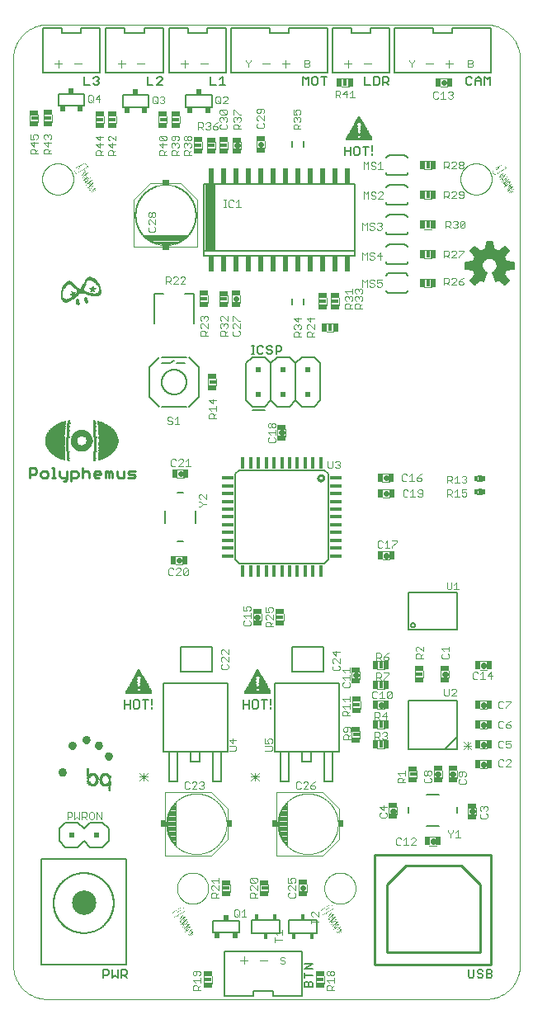
<source format=gto>
G75*
%MOIN*%
%OFA0B0*%
%FSLAX25Y25*%
%IPPOS*%
%LPD*%
%AMOC8*
5,1,8,0,0,1.08239X$1,22.5*
%
%ADD10C,0.00394*%
%ADD11C,0.00000*%
%ADD12C,0.00600*%
%ADD13C,0.00900*%
%ADD14C,0.00400*%
%ADD15C,0.02200*%
%ADD16R,0.01969X0.03740*%
%ADD17C,0.00300*%
%ADD18R,0.03740X0.01969*%
%ADD19C,0.00500*%
%ADD20C,0.00800*%
%ADD21R,0.02362X0.02756*%
%ADD22C,0.01000*%
%ADD23C,0.00700*%
%ADD24R,0.01800X0.03000*%
%ADD25R,0.03000X0.01800*%
%ADD26R,0.01181X0.02362*%
%ADD27R,0.01600X0.02800*%
%ADD28C,0.09844*%
%ADD29R,0.01930X0.05984*%
%ADD30R,0.04331X0.26772*%
%ADD31R,0.01969X0.02349*%
%ADD32R,0.01870X0.02349*%
%ADD33C,0.00040*%
%ADD34R,0.02756X0.02362*%
%ADD35R,0.02000X0.02000*%
%ADD36R,0.01800X0.02300*%
%ADD37R,0.01574X0.04528*%
%ADD38R,0.01575X0.04528*%
%ADD39R,0.01575X0.04528*%
%ADD40R,0.04528X0.01574*%
%ADD41R,0.04528X0.01575*%
%ADD42R,0.04528X0.01575*%
%ADD43C,0.00591*%
%ADD44R,0.00950X0.00050*%
%ADD45R,0.01000X0.00050*%
%ADD46R,0.00050X0.00050*%
%ADD47R,0.00750X0.00050*%
%ADD48R,0.00600X0.00050*%
%ADD49R,0.01300X0.00050*%
%ADD50R,0.01150X0.00050*%
%ADD51R,0.01600X0.00050*%
%ADD52R,0.01400X0.00050*%
%ADD53R,0.01900X0.00050*%
%ADD54R,0.01700X0.00050*%
%ADD55R,0.02050X0.00050*%
%ADD56R,0.02250X0.00050*%
%ADD57R,0.02400X0.00050*%
%ADD58R,0.02550X0.00050*%
%ADD59R,0.02450X0.00050*%
%ADD60R,0.02700X0.00050*%
%ADD61R,0.02850X0.00050*%
%ADD62R,0.02650X0.00050*%
%ADD63R,0.02900X0.00050*%
%ADD64R,0.02750X0.00050*%
%ADD65R,0.03000X0.00050*%
%ADD66R,0.03800X0.00050*%
%ADD67R,0.03150X0.00050*%
%ADD68R,0.03850X0.00050*%
%ADD69R,0.03200X0.00050*%
%ADD70R,0.03900X0.00050*%
%ADD71R,0.03300X0.00050*%
%ADD72R,0.03950X0.00050*%
%ADD73R,0.03450X0.00050*%
%ADD74R,0.04000X0.00050*%
%ADD75R,0.03400X0.00050*%
%ADD76R,0.01550X0.00050*%
%ADD77R,0.01450X0.00050*%
%ADD78R,0.01800X0.00050*%
%ADD79R,0.01250X0.00050*%
%ADD80R,0.01350X0.00050*%
%ADD81R,0.01500X0.00050*%
%ADD82R,0.01200X0.00050*%
%ADD83R,0.01100X0.00050*%
%ADD84R,0.01050X0.00050*%
%ADD85R,0.00900X0.00050*%
%ADD86R,0.00850X0.00050*%
%ADD87R,0.00200X0.00050*%
%ADD88R,0.00100X0.00050*%
%ADD89R,0.01750X0.00050*%
%ADD90R,0.01850X0.00050*%
%ADD91R,0.02150X0.00050*%
%ADD92R,0.01950X0.00050*%
%ADD93R,0.02100X0.00050*%
%ADD94R,0.02200X0.00050*%
%ADD95R,0.03250X0.00050*%
%ADD96R,0.02300X0.00050*%
%ADD97R,0.03050X0.00050*%
%ADD98R,0.02600X0.00050*%
%ADD99R,0.02800X0.00050*%
%ADD100R,0.02350X0.00050*%
%ADD101R,0.02000X0.00050*%
%ADD102R,0.02950X0.00050*%
%ADD103R,0.03100X0.00050*%
%ADD104R,0.00350X0.00050*%
%ADD105R,0.00650X0.00050*%
%ADD106R,0.01650X0.00050*%
%ADD107R,0.02500X0.00050*%
%ADD108R,0.00500X0.00050*%
%ADD109R,0.00450X0.00050*%
%ADD110R,0.00550X0.00050*%
%ADD111R,0.00800X0.00050*%
%ADD112R,0.00300X0.00060*%
%ADD113R,0.00540X0.00060*%
%ADD114R,0.00720X0.00060*%
%ADD115R,0.00840X0.00060*%
%ADD116R,0.00960X0.00060*%
%ADD117R,0.01020X0.00060*%
%ADD118R,0.01080X0.00060*%
%ADD119R,0.01140X0.00060*%
%ADD120R,0.01200X0.00060*%
%ADD121R,0.01260X0.00060*%
%ADD122R,0.01260X0.00060*%
%ADD123R,0.01320X0.00060*%
%ADD124R,0.00420X0.00060*%
%ADD125R,0.01380X0.00060*%
%ADD126R,0.00600X0.00060*%
%ADD127R,0.01440X0.00060*%
%ADD128R,0.00780X0.00060*%
%ADD129R,0.01440X0.00060*%
%ADD130R,0.00900X0.00060*%
%ADD131R,0.00960X0.00060*%
%ADD132R,0.01020X0.00060*%
%ADD133R,0.01020X0.00060*%
%ADD134R,0.01200X0.00060*%
%ADD135R,0.01800X0.00060*%
%ADD136R,0.02100X0.00060*%
%ADD137R,0.02340X0.00060*%
%ADD138R,0.01380X0.00060*%
%ADD139R,0.02580X0.00060*%
%ADD140R,0.02760X0.00060*%
%ADD141R,0.01380X0.00060*%
%ADD142R,0.01380X0.00060*%
%ADD143R,0.02940X0.00060*%
%ADD144R,0.01320X0.00060*%
%ADD145R,0.03120X0.00060*%
%ADD146R,0.03300X0.00060*%
%ADD147R,0.03480X0.00060*%
%ADD148R,0.03660X0.00060*%
%ADD149R,0.01140X0.00060*%
%ADD150R,0.03780X0.00060*%
%ADD151R,0.03900X0.00060*%
%ADD152R,0.04080X0.00060*%
%ADD153R,0.00900X0.00060*%
%ADD154R,0.04140X0.00060*%
%ADD155R,0.04320X0.00060*%
%ADD156R,0.00660X0.00060*%
%ADD157R,0.01680X0.00060*%
%ADD158R,0.02400X0.00060*%
%ADD159R,0.00480X0.00060*%
%ADD160R,0.02160X0.00060*%
%ADD161R,0.00120X0.00060*%
%ADD162R,0.01980X0.00060*%
%ADD163R,0.01260X0.00060*%
%ADD164R,0.01920X0.00060*%
%ADD165R,0.01140X0.00060*%
%ADD166R,0.01860X0.00060*%
%ADD167R,0.01860X0.00060*%
%ADD168R,0.01080X0.00060*%
%ADD169R,0.01740X0.00060*%
%ADD170R,0.00960X0.00060*%
%ADD171R,0.01680X0.00060*%
%ADD172R,0.01620X0.00060*%
%ADD173R,0.00780X0.00060*%
%ADD174R,0.01620X0.00060*%
%ADD175R,0.00660X0.00060*%
%ADD176R,0.00420X0.00060*%
%ADD177R,0.01560X0.00060*%
%ADD178R,0.01560X0.00060*%
%ADD179R,0.01500X0.00060*%
%ADD180R,0.01560X0.00060*%
%ADD181R,0.00840X0.00060*%
%ADD182R,0.01620X0.00060*%
%ADD183R,0.00840X0.00060*%
%ADD184R,0.01920X0.00060*%
%ADD185R,0.00780X0.00060*%
%ADD186R,0.02040X0.00060*%
%ADD187R,0.02460X0.00060*%
%ADD188R,0.02880X0.00060*%
%ADD189R,0.02220X0.00060*%
%ADD190R,0.03240X0.00060*%
%ADD191R,0.02340X0.00060*%
%ADD192R,0.03600X0.00060*%
%ADD193R,0.02580X0.00060*%
%ADD194R,0.00780X0.00060*%
%ADD195R,0.04200X0.00060*%
%ADD196R,0.03000X0.00060*%
%ADD197R,0.04500X0.00060*%
%ADD198R,0.03240X0.00060*%
%ADD199R,0.04740X0.00060*%
%ADD200R,0.03420X0.00060*%
%ADD201R,0.04980X0.00060*%
%ADD202R,0.03360X0.00060*%
%ADD203R,0.05160X0.00060*%
%ADD204R,0.05400X0.00060*%
%ADD205R,0.05640X0.00060*%
%ADD206R,0.05820X0.00060*%
%ADD207R,0.06000X0.00060*%
%ADD208R,0.06180X0.00060*%
%ADD209R,0.03480X0.00060*%
%ADD210R,0.02280X0.00060*%
%ADD211R,0.03060X0.00060*%
%ADD212R,0.01740X0.00060*%
%ADD213R,0.02760X0.00060*%
%ADD214R,0.02700X0.00060*%
%ADD215R,0.05280X0.00060*%
%ADD216R,0.00660X0.00060*%
%ADD217R,0.00240X0.00060*%
%ADD218R,0.04260X0.00060*%
%ADD219R,0.00420X0.00060*%
%ADD220R,0.00060X0.00060*%
%ADD221R,0.04080X0.00060*%
%ADD222R,0.01080X0.00060*%
%ADD223R,0.00300X0.00060*%
%ADD224R,0.03840X0.00060*%
%ADD225R,0.00060X0.00060*%
%ADD226R,0.00240X0.00060*%
%ADD227R,0.03720X0.00060*%
%ADD228R,0.00180X0.00060*%
%ADD229R,0.03540X0.00060*%
%ADD230R,0.03360X0.00060*%
%ADD231R,0.00360X0.00060*%
%ADD232R,0.03240X0.00060*%
%ADD233R,0.00420X0.00060*%
%ADD234R,0.03120X0.00060*%
%ADD235R,0.02880X0.00060*%
%ADD236R,0.02880X0.00060*%
%ADD237R,0.02820X0.00060*%
%ADD238R,0.02820X0.00060*%
%ADD239R,0.02820X0.00060*%
%ADD240R,0.03060X0.00060*%
%ADD241R,0.00720X0.00060*%
%ADD242R,0.03120X0.00060*%
%ADD243R,0.01920X0.00060*%
%ADD244R,0.00720X0.00060*%
%ADD245R,0.03180X0.00060*%
%ADD246R,0.02040X0.00060*%
%ADD247R,0.02280X0.00060*%
%ADD248R,0.00960X0.00060*%
%ADD249R,0.02460X0.00060*%
%ADD250R,0.01020X0.00060*%
%ADD251R,0.00720X0.00060*%
%ADD252R,0.01080X0.00060*%
%ADD253R,0.00360X0.00060*%
%ADD254R,0.01140X0.00060*%
%ADD255R,0.01260X0.00060*%
%ADD256R,0.01680X0.00060*%
%ADD257R,0.01740X0.00060*%
%ADD258R,0.02940X0.00060*%
%ADD259R,0.02520X0.00060*%
%ADD260R,0.01320X0.00060*%
%ADD261R,0.01500X0.00060*%
%ADD262R,0.01860X0.00060*%
%ADD263R,0.02160X0.00060*%
%ADD264R,0.04020X0.00060*%
%ADD265R,0.03960X0.00060*%
%ADD266R,0.03720X0.00060*%
%ADD267R,0.03660X0.00060*%
%ADD268R,0.02940X0.00060*%
%ADD269R,0.02640X0.00060*%
%ADD270R,0.02520X0.00060*%
%ADD271R,0.02340X0.00060*%
%ADD272R,0.09960X0.00020*%
%ADD273R,0.00040X0.00020*%
%ADD274R,0.00020X0.00020*%
%ADD275R,0.10140X0.00020*%
%ADD276R,0.10220X0.00020*%
%ADD277R,0.10240X0.00020*%
%ADD278R,0.10300X0.00020*%
%ADD279R,0.10340X0.00020*%
%ADD280R,0.10360X0.00020*%
%ADD281R,0.10380X0.00020*%
%ADD282R,0.10420X0.00020*%
%ADD283R,0.10440X0.00020*%
%ADD284R,0.10460X0.00020*%
%ADD285R,0.10500X0.00020*%
%ADD286R,0.10520X0.00020*%
%ADD287R,0.10520X0.00020*%
%ADD288R,0.10540X0.00020*%
%ADD289R,0.10560X0.00020*%
%ADD290R,0.10580X0.00020*%
%ADD291R,0.10600X0.00020*%
%ADD292R,0.10600X0.00020*%
%ADD293R,0.10620X0.00020*%
%ADD294R,0.10640X0.00020*%
%ADD295R,0.10640X0.00020*%
%ADD296R,0.10660X0.00020*%
%ADD297R,0.10660X0.00020*%
%ADD298R,0.10620X0.00020*%
%ADD299R,0.10580X0.00020*%
%ADD300R,0.10460X0.00020*%
%ADD301R,0.10400X0.00020*%
%ADD302R,0.10380X0.00020*%
%ADD303R,0.04980X0.00020*%
%ADD304R,0.00020X0.00020*%
%ADD305R,0.05040X0.00020*%
%ADD306R,0.04900X0.00020*%
%ADD307R,0.04960X0.00020*%
%ADD308R,0.04820X0.00020*%
%ADD309R,0.04780X0.00020*%
%ADD310R,0.04840X0.00020*%
%ADD311R,0.04740X0.00020*%
%ADD312R,0.04760X0.00020*%
%ADD313R,0.04700X0.00020*%
%ADD314R,0.04740X0.00020*%
%ADD315R,0.04640X0.00020*%
%ADD316R,0.04720X0.00020*%
%ADD317R,0.04620X0.00020*%
%ADD318R,0.04660X0.00020*%
%ADD319R,0.04580X0.00020*%
%ADD320R,0.04620X0.00020*%
%ADD321R,0.04560X0.00020*%
%ADD322R,0.04600X0.00020*%
%ADD323R,0.04520X0.00020*%
%ADD324R,0.04560X0.00020*%
%ADD325R,0.04480X0.00020*%
%ADD326R,0.04540X0.00020*%
%ADD327R,0.04460X0.00020*%
%ADD328R,0.04520X0.00020*%
%ADD329R,0.04460X0.00020*%
%ADD330R,0.04500X0.00020*%
%ADD331R,0.04420X0.00020*%
%ADD332R,0.04400X0.00020*%
%ADD333R,0.04380X0.00020*%
%ADD334R,0.04440X0.00020*%
%ADD335R,0.04360X0.00020*%
%ADD336R,0.04400X0.00020*%
%ADD337R,0.04340X0.00020*%
%ADD338R,0.04320X0.00020*%
%ADD339R,0.04300X0.00020*%
%ADD340R,0.04360X0.00020*%
%ADD341R,0.04280X0.00020*%
%ADD342R,0.04340X0.00020*%
%ADD343R,0.04300X0.00020*%
%ADD344R,0.04280X0.00020*%
%ADD345R,0.04320X0.00020*%
%ADD346R,0.04240X0.00020*%
%ADD347R,0.04260X0.00020*%
%ADD348R,0.04220X0.00020*%
%ADD349R,0.04220X0.00020*%
%ADD350R,0.04220X0.00020*%
%ADD351R,0.04200X0.00020*%
%ADD352R,0.04200X0.00020*%
%ADD353R,0.04240X0.00020*%
%ADD354R,0.04260X0.00020*%
%ADD355R,0.04240X0.00020*%
%ADD356R,0.04240X0.00020*%
%ADD357R,0.04340X0.00020*%
%ADD358R,0.04320X0.00020*%
%ADD359R,0.04380X0.00020*%
%ADD360R,0.00020X0.00020*%
%ADD361R,0.04540X0.00020*%
%ADD362R,0.09180X0.00020*%
%ADD363R,0.09180X0.00020*%
%ADD364R,0.09140X0.00020*%
%ADD365R,0.09120X0.00020*%
%ADD366R,0.09100X0.00020*%
%ADD367R,0.09100X0.00020*%
%ADD368R,0.09060X0.00020*%
%ADD369R,0.09020X0.00020*%
%ADD370R,0.08980X0.00020*%
%ADD371R,0.08980X0.00020*%
%ADD372R,0.08940X0.00020*%
%ADD373R,0.08920X0.00020*%
%ADD374R,0.08900X0.00020*%
%ADD375R,0.08880X0.00020*%
%ADD376R,0.08860X0.00020*%
%ADD377R,0.08820X0.00020*%
%ADD378R,0.08820X0.00020*%
%ADD379R,0.08780X0.00020*%
%ADD380R,0.08780X0.00020*%
%ADD381R,0.08740X0.00020*%
%ADD382R,0.08740X0.00020*%
%ADD383R,0.08700X0.00020*%
%ADD384R,0.08660X0.00020*%
%ADD385R,0.08660X0.00020*%
%ADD386R,0.08620X0.00020*%
%ADD387R,0.08620X0.00020*%
%ADD388R,0.08580X0.00020*%
%ADD389R,0.08540X0.00020*%
%ADD390R,0.08520X0.00020*%
%ADD391R,0.08500X0.00020*%
%ADD392R,0.04120X0.00020*%
%ADD393R,0.00020X0.00020*%
%ADD394R,0.04040X0.00020*%
%ADD395R,0.04140X0.00020*%
%ADD396R,0.03960X0.00020*%
%ADD397R,0.04060X0.00020*%
%ADD398R,0.03920X0.00020*%
%ADD399R,0.04020X0.00020*%
%ADD400R,0.03880X0.00020*%
%ADD401R,0.03840X0.00020*%
%ADD402R,0.03940X0.00020*%
%ADD403R,0.03800X0.00020*%
%ADD404R,0.03900X0.00020*%
%ADD405R,0.03760X0.00020*%
%ADD406R,0.03860X0.00020*%
%ADD407R,0.03740X0.00020*%
%ADD408R,0.03820X0.00020*%
%ADD409R,0.03720X0.00020*%
%ADD410R,0.03800X0.00020*%
%ADD411R,0.03700X0.00020*%
%ADD412R,0.03780X0.00020*%
%ADD413R,0.03660X0.00020*%
%ADD414R,0.03660X0.00020*%
%ADD415R,0.03720X0.00020*%
%ADD416R,0.03620X0.00020*%
%ADD417R,0.03600X0.00020*%
%ADD418R,0.03680X0.00020*%
%ADD419R,0.03580X0.00020*%
%ADD420R,0.03620X0.00020*%
%ADD421R,0.03540X0.00020*%
%ADD422R,0.03620X0.00020*%
%ADD423R,0.03520X0.00020*%
%ADD424R,0.03600X0.00020*%
%ADD425R,0.03520X0.00020*%
%ADD426R,0.03500X0.00020*%
%ADD427R,0.03460X0.00020*%
%ADD428R,0.03480X0.00020*%
%ADD429R,0.03560X0.00020*%
%ADD430R,0.03520X0.00020*%
%ADD431R,0.03460X0.00020*%
%ADD432R,0.03540X0.00020*%
%ADD433R,0.03420X0.00020*%
%ADD434R,0.03400X0.00020*%
%ADD435R,0.03400X0.00020*%
%ADD436R,0.03480X0.00020*%
%ADD437R,0.03380X0.00020*%
%ADD438R,0.03380X0.00020*%
%ADD439R,0.03360X0.00020*%
%ADD440R,0.03440X0.00020*%
%ADD441R,0.03320X0.00020*%
%ADD442R,0.03420X0.00020*%
%ADD443R,0.03340X0.00020*%
%ADD444R,0.03300X0.00020*%
%ADD445R,0.03320X0.00020*%
%ADD446R,0.03280X0.00020*%
%ADD447R,0.03260X0.00020*%
%ADD448R,0.03360X0.00020*%
%ADD449R,0.03260X0.00020*%
%ADD450R,0.03340X0.00020*%
%ADD451R,0.03340X0.00020*%
%ADD452R,0.03220X0.00020*%
%ADD453R,0.03320X0.00020*%
%ADD454R,0.03220X0.00020*%
%ADD455R,0.03300X0.00020*%
%ADD456R,0.03220X0.00020*%
%ADD457R,0.03200X0.00020*%
%ADD458R,0.03180X0.00020*%
%ADD459R,0.03280X0.00020*%
%ADD460R,0.03180X0.00020*%
%ADD461R,0.03140X0.00020*%
%ADD462R,0.03240X0.00020*%
%ADD463R,0.03140X0.00020*%
%ADD464R,0.03120X0.00020*%
%ADD465R,0.03200X0.00020*%
%ADD466R,0.03100X0.00020*%
%ADD467R,0.03060X0.00020*%
%ADD468R,0.03160X0.00020*%
%ADD469R,0.03080X0.00020*%
%ADD470R,0.03160X0.00020*%
%ADD471R,0.03020X0.00020*%
%ADD472R,0.03040X0.00020*%
%ADD473R,0.03020X0.00020*%
%ADD474R,0.03100X0.00020*%
%ADD475R,0.03000X0.00020*%
%ADD476R,0.02980X0.00020*%
%ADD477R,0.02980X0.00020*%
%ADD478R,0.03060X0.00020*%
%ADD479R,0.02960X0.00020*%
%ADD480R,0.02940X0.00020*%
%ADD481R,0.03020X0.00020*%
%ADD482R,0.02940X0.00020*%
%ADD483R,0.03020X0.00020*%
%ADD484R,0.03000X0.00020*%
%ADD485R,0.02900X0.00020*%
%ADD486R,0.02880X0.00020*%
%ADD487R,0.02960X0.00020*%
%ADD488R,0.02860X0.00020*%
%ADD489R,0.02840X0.00020*%
%ADD490R,0.02940X0.00020*%
%ADD491R,0.02840X0.00020*%
%ADD492R,0.02920X0.00020*%
%ADD493R,0.02820X0.00020*%
%ADD494R,0.02800X0.00020*%
%ADD495R,0.02800X0.00020*%
%ADD496R,0.02780X0.00020*%
%ADD497R,0.02760X0.00020*%
%ADD498R,0.02760X0.00020*%
%ADD499R,0.02820X0.00020*%
%ADD500R,0.02740X0.00020*%
%ADD501R,0.02840X0.00020*%
%ADD502R,0.02720X0.00020*%
%ADD503R,0.02720X0.00020*%
%ADD504R,0.02700X0.00020*%
%ADD505R,0.02680X0.00020*%
%ADD506R,0.02780X0.00020*%
%ADD507R,0.02680X0.00020*%
%ADD508R,0.02660X0.00020*%
%ADD509R,0.02740X0.00020*%
%ADD510R,0.02640X0.00020*%
%ADD511R,0.02740X0.00020*%
%ADD512R,0.02640X0.00020*%
%ADD513R,0.02640X0.00020*%
%ADD514R,0.02600X0.00020*%
%ADD515R,0.02600X0.00020*%
%ADD516R,0.02580X0.00020*%
%ADD517R,0.02560X0.00020*%
%ADD518R,0.02560X0.00020*%
%ADD519R,0.02540X0.00020*%
%ADD520R,0.02620X0.00020*%
%ADD521R,0.02540X0.00020*%
%ADD522R,0.02620X0.00020*%
%ADD523R,0.02500X0.00020*%
%ADD524R,0.02520X0.00020*%
%ADD525R,0.02500X0.00020*%
%ADD526R,0.02580X0.00020*%
%ADD527R,0.02480X0.00020*%
%ADD528R,0.02480X0.00020*%
%ADD529R,0.02460X0.00020*%
%ADD530R,0.02440X0.00020*%
%ADD531R,0.02440X0.00020*%
%ADD532R,0.02520X0.00020*%
%ADD533R,0.02420X0.00020*%
%ADD534R,0.02520X0.00020*%
%ADD535R,0.02400X0.00020*%
%ADD536R,0.02380X0.00020*%
%ADD537R,0.02380X0.00020*%
%ADD538R,0.02460X0.00020*%
%ADD539R,0.02360X0.00020*%
%ADD540R,0.02340X0.00020*%
%ADD541R,0.02420X0.00020*%
%ADD542R,0.02320X0.00020*%
%ADD543R,0.02420X0.00020*%
%ADD544R,0.02400X0.00020*%
%ADD545R,0.02320X0.00020*%
%ADD546R,0.02280X0.00020*%
%ADD547R,0.02300X0.00020*%
%ADD548R,0.02360X0.00020*%
%ADD549R,0.02260X0.00020*%
%ADD550R,0.02340X0.00020*%
%ADD551R,0.02240X0.00020*%
%ADD552R,0.02220X0.00020*%
%ADD553R,0.02300X0.00020*%
%ADD554R,0.02200X0.00020*%
%ADD555R,0.02200X0.00020*%
%ADD556R,0.02180X0.00020*%
%ADD557R,0.02260X0.00020*%
%ADD558R,0.02160X0.00020*%
%ADD559R,0.02240X0.00020*%
%ADD560R,0.02140X0.00020*%
%ADD561R,0.02140X0.00020*%
%ADD562R,0.02220X0.00020*%
%ADD563R,0.02100X0.00020*%
%ADD564R,0.02120X0.00020*%
%ADD565R,0.02080X0.00020*%
%ADD566R,0.02080X0.00020*%
%ADD567R,0.02180X0.00020*%
%ADD568R,0.02060X0.00020*%
%ADD569R,0.02060X0.00020*%
%ADD570R,0.02120X0.00020*%
%ADD571R,0.02040X0.00020*%
%ADD572R,0.02020X0.00020*%
%ADD573R,0.02020X0.00020*%
%ADD574R,0.02100X0.00020*%
%ADD575R,0.02000X0.00020*%
%ADD576R,0.01980X0.00020*%
%ADD577R,0.01980X0.00020*%
%ADD578R,0.01960X0.00020*%
%ADD579R,0.02040X0.00020*%
%ADD580R,0.01960X0.00020*%
%ADD581R,0.02040X0.00020*%
%ADD582R,0.01920X0.00020*%
%ADD583R,0.02020X0.00020*%
%ADD584R,0.01940X0.00020*%
%ADD585R,0.02020X0.00020*%
%ADD586R,0.01900X0.00020*%
%ADD587R,0.01880X0.00020*%
%ADD588R,0.01880X0.00020*%
%ADD589R,0.01860X0.00020*%
%ADD590R,0.01840X0.00020*%
%ADD591R,0.01840X0.00020*%
%ADD592R,0.01940X0.00020*%
%ADD593R,0.01820X0.00020*%
%ADD594R,0.01800X0.00020*%
%ADD595R,0.01800X0.00020*%
%ADD596R,0.01780X0.00020*%
%ADD597R,0.01760X0.00020*%
%ADD598R,0.01840X0.00020*%
%ADD599R,0.01740X0.00020*%
%ADD600R,0.01740X0.00020*%
%ADD601R,0.01820X0.00020*%
%ADD602R,0.01720X0.00020*%
%ADD603R,0.01720X0.00020*%
%ADD604R,0.01700X0.00020*%
%ADD605R,0.01780X0.00020*%
%ADD606R,0.01680X0.00020*%
%ADD607R,0.01660X0.00020*%
%ADD608R,0.01640X0.00020*%
%ADD609R,0.01720X0.00020*%
%ADD610R,0.01640X0.00020*%
%ADD611R,0.01620X0.00020*%
%ADD612R,0.01620X0.00020*%
%ADD613R,0.01600X0.00020*%
%ADD614R,0.01680X0.00020*%
%ADD615R,0.01600X0.00020*%
%ADD616R,0.01700X0.00020*%
%ADD617R,0.01580X0.00020*%
%ADD618R,0.01560X0.00020*%
%ADD619R,0.01540X0.00020*%
%ADD620R,0.01540X0.00020*%
%ADD621R,0.01620X0.00020*%
%ADD622R,0.01520X0.00020*%
%ADD623R,0.01500X0.00020*%
%ADD624R,0.01500X0.00020*%
%ADD625R,0.01580X0.00020*%
%ADD626R,0.01480X0.00020*%
%ADD627R,0.01480X0.00020*%
%ADD628R,0.01560X0.00020*%
%ADD629R,0.01460X0.00020*%
%ADD630R,0.01440X0.00020*%
%ADD631R,0.01440X0.00020*%
%ADD632R,0.01520X0.00020*%
%ADD633R,0.01520X0.00020*%
%ADD634R,0.01400X0.00020*%
%ADD635R,0.01420X0.00020*%
%ADD636R,0.01380X0.00020*%
%ADD637R,0.01360X0.00020*%
%ADD638R,0.01460X0.00020*%
%ADD639R,0.01360X0.00020*%
%ADD640R,0.01340X0.00020*%
%ADD641R,0.01420X0.00020*%
%ADD642R,0.01320X0.00020*%
%ADD643R,0.01420X0.00020*%
%ADD644R,0.01320X0.00020*%
%ADD645R,0.01400X0.00020*%
%ADD646R,0.01300X0.00020*%
%ADD647R,0.01380X0.00020*%
%ADD648R,0.01280X0.00020*%
%ADD649R,0.01260X0.00020*%
%ADD650R,0.01280X0.00020*%
%ADD651R,0.01240X0.00020*%
%ADD652R,0.01260X0.00020*%
%ADD653R,0.01340X0.00020*%
%ADD654R,0.01320X0.00020*%
%ADD655R,0.01220X0.00020*%
%ADD656R,0.01220X0.00020*%
%ADD657R,0.01320X0.00020*%
%ADD658R,0.01240X0.00020*%
%ADD659R,0.01300X0.00020*%
%ADD660R,0.01240X0.00020*%
%ADD661R,0.01220X0.00020*%
%ADD662R,0.01440X0.00020*%
%ADD663R,0.03340X0.00020*%
%ADD664R,0.03140X0.00020*%
%ADD665R,0.03140X0.00020*%
%ADD666R,0.02940X0.00020*%
%ADD667R,0.02900X0.00020*%
%ADD668R,0.02820X0.00020*%
%ADD669R,0.02700X0.00020*%
%ADD670R,0.02660X0.00020*%
%ADD671R,0.02620X0.00020*%
%ADD672R,0.02540X0.00020*%
%ADD673R,0.02340X0.00020*%
%ADD674R,0.02320X0.00020*%
%ADD675R,0.02220X0.00020*%
%ADD676R,0.02140X0.00020*%
%ADD677R,0.01940X0.00020*%
%ADD678R,0.01900X0.00020*%
%ADD679R,0.01860X0.00020*%
%ADD680R,0.01740X0.00020*%
%ADD681R,0.01660X0.00020*%
%ADD682R,0.01540X0.00020*%
%ADD683R,0.01540X0.00020*%
%ADD684R,0.01420X0.00020*%
%ADD685R,0.01340X0.00020*%
%ADD686R,0.01200X0.00020*%
%ADD687R,0.01180X0.00020*%
%ADD688R,0.01140X0.00020*%
%ADD689R,0.01120X0.00020*%
%ADD690R,0.01100X0.00020*%
%ADD691R,0.01100X0.00020*%
%ADD692R,0.01060X0.00020*%
%ADD693R,0.01040X0.00020*%
%ADD694R,0.01020X0.00020*%
%ADD695R,0.00980X0.00020*%
%ADD696R,0.00980X0.00020*%
%ADD697R,0.00940X0.00020*%
%ADD698R,0.00920X0.00020*%
%ADD699R,0.00900X0.00020*%
%ADD700R,0.00860X0.00020*%
%ADD701R,0.00820X0.00020*%
%ADD702R,0.00760X0.00020*%
%ADD703R,0.00700X0.00020*%
%ADD704R,0.00660X0.00020*%
%ADD705R,0.00580X0.00020*%
%ADD706R,0.00500X0.00020*%
%ADD707R,0.00420X0.00020*%
%ADD708R,0.00320X0.00020*%
%ADD709R,0.00160X0.00020*%
%ADD710R,0.01260X0.00030*%
%ADD711R,0.01440X0.00030*%
%ADD712R,0.01470X0.00030*%
%ADD713R,0.01530X0.00030*%
%ADD714R,0.00480X0.00030*%
%ADD715R,0.00150X0.00030*%
%ADD716R,0.00030X0.00030*%
%ADD717R,0.00450X0.00030*%
%ADD718R,0.00330X0.00030*%
%ADD719R,0.00270X0.00030*%
%ADD720R,0.00240X0.00030*%
%ADD721R,0.00210X0.00030*%
%ADD722R,0.00180X0.00030*%
%ADD723R,0.00120X0.00030*%
%ADD724R,0.00120X0.00030*%
%ADD725R,0.00240X0.00030*%
%ADD726R,0.00270X0.00030*%
%ADD727R,0.00300X0.00030*%
%ADD728R,0.00360X0.00030*%
%ADD729R,0.00390X0.00030*%
%ADD730R,0.00420X0.00030*%
%ADD731R,0.00420X0.00030*%
%ADD732R,0.00510X0.00030*%
%ADD733R,0.01410X0.00030*%
%ADD734R,0.00060X0.00030*%
%ADD735R,0.01230X0.00030*%
%ADD736R,0.01170X0.00030*%
%ADD737R,0.00390X0.00030*%
%ADD738R,0.00990X0.00030*%
%ADD739R,0.00990X0.00030*%
%ADD740R,0.01080X0.00030*%
%ADD741R,0.01020X0.00030*%
%ADD742R,0.01020X0.00030*%
%ADD743R,0.01110X0.00030*%
%ADD744R,0.00960X0.00030*%
%ADD745R,0.01050X0.00030*%
%ADD746R,0.00570X0.00030*%
%ADD747R,0.00810X0.00030*%
%ADD748R,0.00570X0.00030*%
%ADD749R,0.00870X0.00030*%
%ADD750R,0.00690X0.00030*%
%ADD751R,0.00660X0.00030*%
%ADD752R,0.00090X0.00030*%
%ADD753R,0.00090X0.00030*%
%ADD754R,0.00630X0.00030*%
%ADD755R,0.00720X0.00030*%
%ADD756R,0.00750X0.00030*%
%ADD757R,0.00540X0.00030*%
%ADD758R,0.00780X0.00030*%
%ADD759R,0.00840X0.00030*%
%ADD760R,0.00540X0.00030*%
%ADD761R,0.01290X0.00030*%
%ADD762R,0.01620X0.00030*%
%ADD763R,0.01560X0.00030*%
%ADD764R,0.01320X0.00030*%
%ADD765R,0.00500X0.00100*%
%ADD766R,0.00900X0.00100*%
%ADD767R,0.00200X0.00100*%
%ADD768R,0.01000X0.00100*%
%ADD769R,0.00800X0.00100*%
%ADD770R,0.01100X0.00100*%
%ADD771R,0.01300X0.00100*%
%ADD772R,0.01600X0.00100*%
%ADD773R,0.01800X0.00100*%
%ADD774R,0.02100X0.00100*%
%ADD775R,0.02300X0.00100*%
%ADD776R,0.02500X0.00100*%
%ADD777R,0.02700X0.00100*%
%ADD778R,0.02900X0.00100*%
%ADD779R,0.03100X0.00100*%
%ADD780R,0.03300X0.00100*%
%ADD781R,0.03500X0.00100*%
%ADD782R,0.03600X0.00100*%
%ADD783R,0.03800X0.00100*%
%ADD784R,0.04000X0.00100*%
%ADD785R,0.04100X0.00100*%
%ADD786R,0.04300X0.00100*%
%ADD787R,0.04400X0.00100*%
%ADD788R,0.04600X0.00100*%
%ADD789R,0.04700X0.00100*%
%ADD790R,0.04900X0.00100*%
%ADD791R,0.05000X0.00100*%
%ADD792R,0.05100X0.00100*%
%ADD793R,0.05200X0.00100*%
%ADD794R,0.05400X0.00100*%
%ADD795R,0.05500X0.00100*%
%ADD796R,0.05600X0.00100*%
%ADD797R,0.05700X0.00100*%
%ADD798R,0.05800X0.00100*%
%ADD799R,0.05900X0.00100*%
%ADD800R,0.06000X0.00100*%
%ADD801R,0.06100X0.00100*%
%ADD802R,0.06200X0.00100*%
%ADD803R,0.01900X0.00100*%
%ADD804R,0.06300X0.00100*%
%ADD805R,0.06400X0.00100*%
%ADD806R,0.06500X0.00100*%
%ADD807R,0.03700X0.00100*%
%ADD808R,0.06600X0.00100*%
%ADD809R,0.04500X0.00100*%
%ADD810R,0.06700X0.00100*%
%ADD811R,0.06800X0.00100*%
%ADD812R,0.06900X0.00100*%
%ADD813R,0.05300X0.00100*%
%ADD814R,0.07000X0.00100*%
%ADD815R,0.07100X0.00100*%
%ADD816R,0.07200X0.00100*%
%ADD817R,0.07300X0.00100*%
%ADD818R,0.07400X0.00100*%
%ADD819R,0.07500X0.00100*%
%ADD820R,0.07600X0.00100*%
%ADD821R,0.07700X0.00100*%
%ADD822R,0.03000X0.00100*%
%ADD823R,0.02800X0.00100*%
%ADD824R,0.07800X0.00100*%
%ADD825R,0.02600X0.00100*%
%ADD826R,0.07900X0.00100*%
%ADD827R,0.02400X0.00100*%
%ADD828R,0.00700X0.00100*%
%ADD829R,0.03400X0.00100*%
%ADD830R,0.03200X0.00100*%
%ADD831R,0.01700X0.00100*%
%ADD832R,0.01400X0.00100*%
%ADD833R,0.01200X0.00100*%
%ADD834R,0.00600X0.00100*%
%ADD835R,0.00300X0.00100*%
D10*
X0008956Y0012414D02*
X0008781Y0012826D01*
X0008606Y0013238D01*
X0008450Y0013660D01*
X0008181Y0014521D01*
X0008067Y0014961D01*
X0007975Y0015408D01*
X0007882Y0015856D01*
X0007812Y0016311D01*
X0007765Y0016773D01*
X0007718Y0017234D01*
X0007693Y0017703D01*
X0007693Y0384792D01*
X0007718Y0385260D01*
X0007812Y0386183D01*
X0007882Y0386639D01*
X0007975Y0387086D01*
X0008067Y0387533D01*
X0008181Y0387973D01*
X0008316Y0388404D01*
X0008450Y0388835D01*
X0008606Y0389257D01*
X0008781Y0389668D01*
X0008956Y0390080D01*
X0009150Y0390482D01*
X0009363Y0390872D01*
X0009576Y0391263D01*
X0009807Y0391642D01*
X0010055Y0392008D01*
X0010303Y0392375D01*
X0010569Y0392729D01*
X0010850Y0393070D01*
X0011131Y0393411D01*
X0011429Y0393738D01*
X0011741Y0394050D01*
X0012053Y0394362D01*
X0012380Y0394659D01*
X0012721Y0394941D01*
X0013061Y0395222D01*
X0013416Y0395488D01*
X0013782Y0395736D01*
X0014149Y0395984D01*
X0014528Y0396215D01*
X0014919Y0396428D01*
X0015309Y0396641D01*
X0015711Y0396835D01*
X0016122Y0397010D01*
X0016534Y0397185D01*
X0016956Y0397341D01*
X0017387Y0397475D01*
X0017818Y0397610D01*
X0018257Y0397724D01*
X0019152Y0397908D01*
X0019607Y0397979D01*
X0020069Y0398026D01*
X0020531Y0398073D01*
X0020999Y0398098D01*
X0199112Y0398098D01*
X0199580Y0398073D01*
X0200042Y0398026D01*
X0200504Y0397979D01*
X0200959Y0397908D01*
X0201854Y0397724D01*
X0202293Y0397610D01*
X0202724Y0397475D01*
X0203155Y0397341D01*
X0203577Y0397185D01*
X0203989Y0397010D01*
X0204400Y0396835D01*
X0204802Y0396641D01*
X0205192Y0396428D01*
X0205583Y0396215D01*
X0205962Y0395984D01*
X0206695Y0395488D01*
X0207050Y0395222D01*
X0207731Y0394659D01*
X0208058Y0394362D01*
X0208682Y0393738D01*
X0208980Y0393411D01*
X0209261Y0393070D01*
X0209542Y0392729D01*
X0209808Y0392375D01*
X0210056Y0392008D01*
X0210304Y0391642D01*
X0210535Y0391263D01*
X0210748Y0390872D01*
X0210961Y0390482D01*
X0211155Y0390080D01*
X0211330Y0389668D01*
X0211505Y0389257D01*
X0211661Y0388835D01*
X0211796Y0388404D01*
X0211930Y0387973D01*
X0212044Y0387533D01*
X0212136Y0387086D01*
X0212229Y0386639D01*
X0212299Y0386183D01*
X0212393Y0385260D01*
X0212418Y0384792D01*
X0212418Y0017676D01*
X0212418Y0017703D02*
X0212393Y0017234D01*
X0212346Y0016773D01*
X0212299Y0016311D01*
X0212229Y0015856D01*
X0212136Y0015408D01*
X0212044Y0014961D01*
X0211930Y0014521D01*
X0211796Y0014090D01*
X0211661Y0013660D01*
X0211505Y0013238D01*
X0211330Y0012826D01*
X0211155Y0012414D01*
X0210961Y0012013D01*
X0210748Y0011622D01*
X0210535Y0011232D01*
X0210304Y0010853D01*
X0210056Y0010486D01*
X0209808Y0010119D01*
X0209542Y0009765D01*
X0209261Y0009424D01*
X0208980Y0009084D01*
X0208682Y0008757D01*
X0208058Y0008132D01*
X0207731Y0007835D01*
X0207390Y0007554D01*
X0207050Y0007272D01*
X0206695Y0007007D01*
X0206329Y0006758D01*
X0205962Y0006510D01*
X0205583Y0006279D01*
X0205192Y0006066D01*
X0204802Y0005853D01*
X0204400Y0005659D01*
X0203989Y0005484D01*
X0203577Y0005309D01*
X0203155Y0005154D01*
X0202724Y0005019D01*
X0202293Y0004884D01*
X0201854Y0004770D01*
X0200959Y0004586D01*
X0200504Y0004516D01*
X0200042Y0004468D01*
X0199580Y0004421D01*
X0199112Y0004397D01*
X0020999Y0004397D01*
X0020531Y0004421D01*
X0020069Y0004468D01*
X0019607Y0004516D01*
X0019152Y0004586D01*
X0018257Y0004770D01*
X0017818Y0004884D01*
X0017387Y0005019D01*
X0016956Y0005154D01*
X0016534Y0005309D01*
X0016122Y0005484D01*
X0015711Y0005659D01*
X0015309Y0005853D01*
X0014919Y0006066D01*
X0014528Y0006279D01*
X0014149Y0006510D01*
X0013782Y0006758D01*
X0013416Y0007007D01*
X0013061Y0007272D01*
X0012721Y0007554D01*
X0012380Y0007835D01*
X0012053Y0008132D01*
X0011741Y0008445D01*
X0011429Y0008757D01*
X0011131Y0009084D01*
X0010850Y0009424D01*
X0010569Y0009765D01*
X0010303Y0010119D01*
X0010055Y0010486D01*
X0009807Y0010853D01*
X0009576Y0011232D01*
X0009363Y0011622D01*
X0009150Y0012013D01*
X0008956Y0012414D01*
D11*
X0073901Y0049200D02*
X0073903Y0049358D01*
X0073909Y0049516D01*
X0073919Y0049674D01*
X0073933Y0049832D01*
X0073951Y0049989D01*
X0073972Y0050146D01*
X0073998Y0050302D01*
X0074028Y0050458D01*
X0074061Y0050613D01*
X0074099Y0050766D01*
X0074140Y0050919D01*
X0074185Y0051071D01*
X0074234Y0051222D01*
X0074287Y0051371D01*
X0074343Y0051519D01*
X0074403Y0051665D01*
X0074467Y0051810D01*
X0074535Y0051953D01*
X0074606Y0052095D01*
X0074680Y0052235D01*
X0074758Y0052372D01*
X0074840Y0052508D01*
X0074924Y0052642D01*
X0075013Y0052773D01*
X0075104Y0052902D01*
X0075199Y0053029D01*
X0075296Y0053154D01*
X0075397Y0053276D01*
X0075501Y0053395D01*
X0075608Y0053512D01*
X0075718Y0053626D01*
X0075831Y0053737D01*
X0075946Y0053846D01*
X0076064Y0053951D01*
X0076185Y0054053D01*
X0076308Y0054153D01*
X0076434Y0054249D01*
X0076562Y0054342D01*
X0076692Y0054432D01*
X0076825Y0054518D01*
X0076960Y0054602D01*
X0077096Y0054681D01*
X0077235Y0054758D01*
X0077376Y0054830D01*
X0077518Y0054900D01*
X0077662Y0054965D01*
X0077808Y0055027D01*
X0077955Y0055085D01*
X0078104Y0055140D01*
X0078254Y0055191D01*
X0078405Y0055238D01*
X0078557Y0055281D01*
X0078710Y0055320D01*
X0078865Y0055356D01*
X0079020Y0055387D01*
X0079176Y0055415D01*
X0079332Y0055439D01*
X0079489Y0055459D01*
X0079647Y0055475D01*
X0079804Y0055487D01*
X0079963Y0055495D01*
X0080121Y0055499D01*
X0080279Y0055499D01*
X0080437Y0055495D01*
X0080596Y0055487D01*
X0080753Y0055475D01*
X0080911Y0055459D01*
X0081068Y0055439D01*
X0081224Y0055415D01*
X0081380Y0055387D01*
X0081535Y0055356D01*
X0081690Y0055320D01*
X0081843Y0055281D01*
X0081995Y0055238D01*
X0082146Y0055191D01*
X0082296Y0055140D01*
X0082445Y0055085D01*
X0082592Y0055027D01*
X0082738Y0054965D01*
X0082882Y0054900D01*
X0083024Y0054830D01*
X0083165Y0054758D01*
X0083304Y0054681D01*
X0083440Y0054602D01*
X0083575Y0054518D01*
X0083708Y0054432D01*
X0083838Y0054342D01*
X0083966Y0054249D01*
X0084092Y0054153D01*
X0084215Y0054053D01*
X0084336Y0053951D01*
X0084454Y0053846D01*
X0084569Y0053737D01*
X0084682Y0053626D01*
X0084792Y0053512D01*
X0084899Y0053395D01*
X0085003Y0053276D01*
X0085104Y0053154D01*
X0085201Y0053029D01*
X0085296Y0052902D01*
X0085387Y0052773D01*
X0085476Y0052642D01*
X0085560Y0052508D01*
X0085642Y0052372D01*
X0085720Y0052235D01*
X0085794Y0052095D01*
X0085865Y0051953D01*
X0085933Y0051810D01*
X0085997Y0051665D01*
X0086057Y0051519D01*
X0086113Y0051371D01*
X0086166Y0051222D01*
X0086215Y0051071D01*
X0086260Y0050919D01*
X0086301Y0050766D01*
X0086339Y0050613D01*
X0086372Y0050458D01*
X0086402Y0050302D01*
X0086428Y0050146D01*
X0086449Y0049989D01*
X0086467Y0049832D01*
X0086481Y0049674D01*
X0086491Y0049516D01*
X0086497Y0049358D01*
X0086499Y0049200D01*
X0086497Y0049042D01*
X0086491Y0048884D01*
X0086481Y0048726D01*
X0086467Y0048568D01*
X0086449Y0048411D01*
X0086428Y0048254D01*
X0086402Y0048098D01*
X0086372Y0047942D01*
X0086339Y0047787D01*
X0086301Y0047634D01*
X0086260Y0047481D01*
X0086215Y0047329D01*
X0086166Y0047178D01*
X0086113Y0047029D01*
X0086057Y0046881D01*
X0085997Y0046735D01*
X0085933Y0046590D01*
X0085865Y0046447D01*
X0085794Y0046305D01*
X0085720Y0046165D01*
X0085642Y0046028D01*
X0085560Y0045892D01*
X0085476Y0045758D01*
X0085387Y0045627D01*
X0085296Y0045498D01*
X0085201Y0045371D01*
X0085104Y0045246D01*
X0085003Y0045124D01*
X0084899Y0045005D01*
X0084792Y0044888D01*
X0084682Y0044774D01*
X0084569Y0044663D01*
X0084454Y0044554D01*
X0084336Y0044449D01*
X0084215Y0044347D01*
X0084092Y0044247D01*
X0083966Y0044151D01*
X0083838Y0044058D01*
X0083708Y0043968D01*
X0083575Y0043882D01*
X0083440Y0043798D01*
X0083304Y0043719D01*
X0083165Y0043642D01*
X0083024Y0043570D01*
X0082882Y0043500D01*
X0082738Y0043435D01*
X0082592Y0043373D01*
X0082445Y0043315D01*
X0082296Y0043260D01*
X0082146Y0043209D01*
X0081995Y0043162D01*
X0081843Y0043119D01*
X0081690Y0043080D01*
X0081535Y0043044D01*
X0081380Y0043013D01*
X0081224Y0042985D01*
X0081068Y0042961D01*
X0080911Y0042941D01*
X0080753Y0042925D01*
X0080596Y0042913D01*
X0080437Y0042905D01*
X0080279Y0042901D01*
X0080121Y0042901D01*
X0079963Y0042905D01*
X0079804Y0042913D01*
X0079647Y0042925D01*
X0079489Y0042941D01*
X0079332Y0042961D01*
X0079176Y0042985D01*
X0079020Y0043013D01*
X0078865Y0043044D01*
X0078710Y0043080D01*
X0078557Y0043119D01*
X0078405Y0043162D01*
X0078254Y0043209D01*
X0078104Y0043260D01*
X0077955Y0043315D01*
X0077808Y0043373D01*
X0077662Y0043435D01*
X0077518Y0043500D01*
X0077376Y0043570D01*
X0077235Y0043642D01*
X0077096Y0043719D01*
X0076960Y0043798D01*
X0076825Y0043882D01*
X0076692Y0043968D01*
X0076562Y0044058D01*
X0076434Y0044151D01*
X0076308Y0044247D01*
X0076185Y0044347D01*
X0076064Y0044449D01*
X0075946Y0044554D01*
X0075831Y0044663D01*
X0075718Y0044774D01*
X0075608Y0044888D01*
X0075501Y0045005D01*
X0075397Y0045124D01*
X0075296Y0045246D01*
X0075199Y0045371D01*
X0075104Y0045498D01*
X0075013Y0045627D01*
X0074924Y0045758D01*
X0074840Y0045892D01*
X0074758Y0046028D01*
X0074680Y0046165D01*
X0074606Y0046305D01*
X0074535Y0046447D01*
X0074467Y0046590D01*
X0074403Y0046735D01*
X0074343Y0046881D01*
X0074287Y0047029D01*
X0074234Y0047178D01*
X0074185Y0047329D01*
X0074140Y0047481D01*
X0074099Y0047634D01*
X0074061Y0047787D01*
X0074028Y0047942D01*
X0073998Y0048098D01*
X0073972Y0048254D01*
X0073951Y0048411D01*
X0073933Y0048568D01*
X0073919Y0048726D01*
X0073909Y0048884D01*
X0073903Y0049042D01*
X0073901Y0049200D01*
X0133401Y0049200D02*
X0133403Y0049358D01*
X0133409Y0049516D01*
X0133419Y0049674D01*
X0133433Y0049832D01*
X0133451Y0049989D01*
X0133472Y0050146D01*
X0133498Y0050302D01*
X0133528Y0050458D01*
X0133561Y0050613D01*
X0133599Y0050766D01*
X0133640Y0050919D01*
X0133685Y0051071D01*
X0133734Y0051222D01*
X0133787Y0051371D01*
X0133843Y0051519D01*
X0133903Y0051665D01*
X0133967Y0051810D01*
X0134035Y0051953D01*
X0134106Y0052095D01*
X0134180Y0052235D01*
X0134258Y0052372D01*
X0134340Y0052508D01*
X0134424Y0052642D01*
X0134513Y0052773D01*
X0134604Y0052902D01*
X0134699Y0053029D01*
X0134796Y0053154D01*
X0134897Y0053276D01*
X0135001Y0053395D01*
X0135108Y0053512D01*
X0135218Y0053626D01*
X0135331Y0053737D01*
X0135446Y0053846D01*
X0135564Y0053951D01*
X0135685Y0054053D01*
X0135808Y0054153D01*
X0135934Y0054249D01*
X0136062Y0054342D01*
X0136192Y0054432D01*
X0136325Y0054518D01*
X0136460Y0054602D01*
X0136596Y0054681D01*
X0136735Y0054758D01*
X0136876Y0054830D01*
X0137018Y0054900D01*
X0137162Y0054965D01*
X0137308Y0055027D01*
X0137455Y0055085D01*
X0137604Y0055140D01*
X0137754Y0055191D01*
X0137905Y0055238D01*
X0138057Y0055281D01*
X0138210Y0055320D01*
X0138365Y0055356D01*
X0138520Y0055387D01*
X0138676Y0055415D01*
X0138832Y0055439D01*
X0138989Y0055459D01*
X0139147Y0055475D01*
X0139304Y0055487D01*
X0139463Y0055495D01*
X0139621Y0055499D01*
X0139779Y0055499D01*
X0139937Y0055495D01*
X0140096Y0055487D01*
X0140253Y0055475D01*
X0140411Y0055459D01*
X0140568Y0055439D01*
X0140724Y0055415D01*
X0140880Y0055387D01*
X0141035Y0055356D01*
X0141190Y0055320D01*
X0141343Y0055281D01*
X0141495Y0055238D01*
X0141646Y0055191D01*
X0141796Y0055140D01*
X0141945Y0055085D01*
X0142092Y0055027D01*
X0142238Y0054965D01*
X0142382Y0054900D01*
X0142524Y0054830D01*
X0142665Y0054758D01*
X0142804Y0054681D01*
X0142940Y0054602D01*
X0143075Y0054518D01*
X0143208Y0054432D01*
X0143338Y0054342D01*
X0143466Y0054249D01*
X0143592Y0054153D01*
X0143715Y0054053D01*
X0143836Y0053951D01*
X0143954Y0053846D01*
X0144069Y0053737D01*
X0144182Y0053626D01*
X0144292Y0053512D01*
X0144399Y0053395D01*
X0144503Y0053276D01*
X0144604Y0053154D01*
X0144701Y0053029D01*
X0144796Y0052902D01*
X0144887Y0052773D01*
X0144976Y0052642D01*
X0145060Y0052508D01*
X0145142Y0052372D01*
X0145220Y0052235D01*
X0145294Y0052095D01*
X0145365Y0051953D01*
X0145433Y0051810D01*
X0145497Y0051665D01*
X0145557Y0051519D01*
X0145613Y0051371D01*
X0145666Y0051222D01*
X0145715Y0051071D01*
X0145760Y0050919D01*
X0145801Y0050766D01*
X0145839Y0050613D01*
X0145872Y0050458D01*
X0145902Y0050302D01*
X0145928Y0050146D01*
X0145949Y0049989D01*
X0145967Y0049832D01*
X0145981Y0049674D01*
X0145991Y0049516D01*
X0145997Y0049358D01*
X0145999Y0049200D01*
X0145997Y0049042D01*
X0145991Y0048884D01*
X0145981Y0048726D01*
X0145967Y0048568D01*
X0145949Y0048411D01*
X0145928Y0048254D01*
X0145902Y0048098D01*
X0145872Y0047942D01*
X0145839Y0047787D01*
X0145801Y0047634D01*
X0145760Y0047481D01*
X0145715Y0047329D01*
X0145666Y0047178D01*
X0145613Y0047029D01*
X0145557Y0046881D01*
X0145497Y0046735D01*
X0145433Y0046590D01*
X0145365Y0046447D01*
X0145294Y0046305D01*
X0145220Y0046165D01*
X0145142Y0046028D01*
X0145060Y0045892D01*
X0144976Y0045758D01*
X0144887Y0045627D01*
X0144796Y0045498D01*
X0144701Y0045371D01*
X0144604Y0045246D01*
X0144503Y0045124D01*
X0144399Y0045005D01*
X0144292Y0044888D01*
X0144182Y0044774D01*
X0144069Y0044663D01*
X0143954Y0044554D01*
X0143836Y0044449D01*
X0143715Y0044347D01*
X0143592Y0044247D01*
X0143466Y0044151D01*
X0143338Y0044058D01*
X0143208Y0043968D01*
X0143075Y0043882D01*
X0142940Y0043798D01*
X0142804Y0043719D01*
X0142665Y0043642D01*
X0142524Y0043570D01*
X0142382Y0043500D01*
X0142238Y0043435D01*
X0142092Y0043373D01*
X0141945Y0043315D01*
X0141796Y0043260D01*
X0141646Y0043209D01*
X0141495Y0043162D01*
X0141343Y0043119D01*
X0141190Y0043080D01*
X0141035Y0043044D01*
X0140880Y0043013D01*
X0140724Y0042985D01*
X0140568Y0042961D01*
X0140411Y0042941D01*
X0140253Y0042925D01*
X0140096Y0042913D01*
X0139937Y0042905D01*
X0139779Y0042901D01*
X0139621Y0042901D01*
X0139463Y0042905D01*
X0139304Y0042913D01*
X0139147Y0042925D01*
X0138989Y0042941D01*
X0138832Y0042961D01*
X0138676Y0042985D01*
X0138520Y0043013D01*
X0138365Y0043044D01*
X0138210Y0043080D01*
X0138057Y0043119D01*
X0137905Y0043162D01*
X0137754Y0043209D01*
X0137604Y0043260D01*
X0137455Y0043315D01*
X0137308Y0043373D01*
X0137162Y0043435D01*
X0137018Y0043500D01*
X0136876Y0043570D01*
X0136735Y0043642D01*
X0136596Y0043719D01*
X0136460Y0043798D01*
X0136325Y0043882D01*
X0136192Y0043968D01*
X0136062Y0044058D01*
X0135934Y0044151D01*
X0135808Y0044247D01*
X0135685Y0044347D01*
X0135564Y0044449D01*
X0135446Y0044554D01*
X0135331Y0044663D01*
X0135218Y0044774D01*
X0135108Y0044888D01*
X0135001Y0045005D01*
X0134897Y0045124D01*
X0134796Y0045246D01*
X0134699Y0045371D01*
X0134604Y0045498D01*
X0134513Y0045627D01*
X0134424Y0045758D01*
X0134340Y0045892D01*
X0134258Y0046028D01*
X0134180Y0046165D01*
X0134106Y0046305D01*
X0134035Y0046447D01*
X0133967Y0046590D01*
X0133903Y0046735D01*
X0133843Y0046881D01*
X0133787Y0047029D01*
X0133734Y0047178D01*
X0133685Y0047329D01*
X0133640Y0047481D01*
X0133599Y0047634D01*
X0133561Y0047787D01*
X0133528Y0047942D01*
X0133498Y0048098D01*
X0133472Y0048254D01*
X0133451Y0048411D01*
X0133433Y0048568D01*
X0133419Y0048726D01*
X0133409Y0048884D01*
X0133403Y0049042D01*
X0133401Y0049200D01*
X0188401Y0335700D02*
X0188403Y0335858D01*
X0188409Y0336016D01*
X0188419Y0336174D01*
X0188433Y0336332D01*
X0188451Y0336489D01*
X0188472Y0336646D01*
X0188498Y0336802D01*
X0188528Y0336958D01*
X0188561Y0337113D01*
X0188599Y0337266D01*
X0188640Y0337419D01*
X0188685Y0337571D01*
X0188734Y0337722D01*
X0188787Y0337871D01*
X0188843Y0338019D01*
X0188903Y0338165D01*
X0188967Y0338310D01*
X0189035Y0338453D01*
X0189106Y0338595D01*
X0189180Y0338735D01*
X0189258Y0338872D01*
X0189340Y0339008D01*
X0189424Y0339142D01*
X0189513Y0339273D01*
X0189604Y0339402D01*
X0189699Y0339529D01*
X0189796Y0339654D01*
X0189897Y0339776D01*
X0190001Y0339895D01*
X0190108Y0340012D01*
X0190218Y0340126D01*
X0190331Y0340237D01*
X0190446Y0340346D01*
X0190564Y0340451D01*
X0190685Y0340553D01*
X0190808Y0340653D01*
X0190934Y0340749D01*
X0191062Y0340842D01*
X0191192Y0340932D01*
X0191325Y0341018D01*
X0191460Y0341102D01*
X0191596Y0341181D01*
X0191735Y0341258D01*
X0191876Y0341330D01*
X0192018Y0341400D01*
X0192162Y0341465D01*
X0192308Y0341527D01*
X0192455Y0341585D01*
X0192604Y0341640D01*
X0192754Y0341691D01*
X0192905Y0341738D01*
X0193057Y0341781D01*
X0193210Y0341820D01*
X0193365Y0341856D01*
X0193520Y0341887D01*
X0193676Y0341915D01*
X0193832Y0341939D01*
X0193989Y0341959D01*
X0194147Y0341975D01*
X0194304Y0341987D01*
X0194463Y0341995D01*
X0194621Y0341999D01*
X0194779Y0341999D01*
X0194937Y0341995D01*
X0195096Y0341987D01*
X0195253Y0341975D01*
X0195411Y0341959D01*
X0195568Y0341939D01*
X0195724Y0341915D01*
X0195880Y0341887D01*
X0196035Y0341856D01*
X0196190Y0341820D01*
X0196343Y0341781D01*
X0196495Y0341738D01*
X0196646Y0341691D01*
X0196796Y0341640D01*
X0196945Y0341585D01*
X0197092Y0341527D01*
X0197238Y0341465D01*
X0197382Y0341400D01*
X0197524Y0341330D01*
X0197665Y0341258D01*
X0197804Y0341181D01*
X0197940Y0341102D01*
X0198075Y0341018D01*
X0198208Y0340932D01*
X0198338Y0340842D01*
X0198466Y0340749D01*
X0198592Y0340653D01*
X0198715Y0340553D01*
X0198836Y0340451D01*
X0198954Y0340346D01*
X0199069Y0340237D01*
X0199182Y0340126D01*
X0199292Y0340012D01*
X0199399Y0339895D01*
X0199503Y0339776D01*
X0199604Y0339654D01*
X0199701Y0339529D01*
X0199796Y0339402D01*
X0199887Y0339273D01*
X0199976Y0339142D01*
X0200060Y0339008D01*
X0200142Y0338872D01*
X0200220Y0338735D01*
X0200294Y0338595D01*
X0200365Y0338453D01*
X0200433Y0338310D01*
X0200497Y0338165D01*
X0200557Y0338019D01*
X0200613Y0337871D01*
X0200666Y0337722D01*
X0200715Y0337571D01*
X0200760Y0337419D01*
X0200801Y0337266D01*
X0200839Y0337113D01*
X0200872Y0336958D01*
X0200902Y0336802D01*
X0200928Y0336646D01*
X0200949Y0336489D01*
X0200967Y0336332D01*
X0200981Y0336174D01*
X0200991Y0336016D01*
X0200997Y0335858D01*
X0200999Y0335700D01*
X0200997Y0335542D01*
X0200991Y0335384D01*
X0200981Y0335226D01*
X0200967Y0335068D01*
X0200949Y0334911D01*
X0200928Y0334754D01*
X0200902Y0334598D01*
X0200872Y0334442D01*
X0200839Y0334287D01*
X0200801Y0334134D01*
X0200760Y0333981D01*
X0200715Y0333829D01*
X0200666Y0333678D01*
X0200613Y0333529D01*
X0200557Y0333381D01*
X0200497Y0333235D01*
X0200433Y0333090D01*
X0200365Y0332947D01*
X0200294Y0332805D01*
X0200220Y0332665D01*
X0200142Y0332528D01*
X0200060Y0332392D01*
X0199976Y0332258D01*
X0199887Y0332127D01*
X0199796Y0331998D01*
X0199701Y0331871D01*
X0199604Y0331746D01*
X0199503Y0331624D01*
X0199399Y0331505D01*
X0199292Y0331388D01*
X0199182Y0331274D01*
X0199069Y0331163D01*
X0198954Y0331054D01*
X0198836Y0330949D01*
X0198715Y0330847D01*
X0198592Y0330747D01*
X0198466Y0330651D01*
X0198338Y0330558D01*
X0198208Y0330468D01*
X0198075Y0330382D01*
X0197940Y0330298D01*
X0197804Y0330219D01*
X0197665Y0330142D01*
X0197524Y0330070D01*
X0197382Y0330000D01*
X0197238Y0329935D01*
X0197092Y0329873D01*
X0196945Y0329815D01*
X0196796Y0329760D01*
X0196646Y0329709D01*
X0196495Y0329662D01*
X0196343Y0329619D01*
X0196190Y0329580D01*
X0196035Y0329544D01*
X0195880Y0329513D01*
X0195724Y0329485D01*
X0195568Y0329461D01*
X0195411Y0329441D01*
X0195253Y0329425D01*
X0195096Y0329413D01*
X0194937Y0329405D01*
X0194779Y0329401D01*
X0194621Y0329401D01*
X0194463Y0329405D01*
X0194304Y0329413D01*
X0194147Y0329425D01*
X0193989Y0329441D01*
X0193832Y0329461D01*
X0193676Y0329485D01*
X0193520Y0329513D01*
X0193365Y0329544D01*
X0193210Y0329580D01*
X0193057Y0329619D01*
X0192905Y0329662D01*
X0192754Y0329709D01*
X0192604Y0329760D01*
X0192455Y0329815D01*
X0192308Y0329873D01*
X0192162Y0329935D01*
X0192018Y0330000D01*
X0191876Y0330070D01*
X0191735Y0330142D01*
X0191596Y0330219D01*
X0191460Y0330298D01*
X0191325Y0330382D01*
X0191192Y0330468D01*
X0191062Y0330558D01*
X0190934Y0330651D01*
X0190808Y0330747D01*
X0190685Y0330847D01*
X0190564Y0330949D01*
X0190446Y0331054D01*
X0190331Y0331163D01*
X0190218Y0331274D01*
X0190108Y0331388D01*
X0190001Y0331505D01*
X0189897Y0331624D01*
X0189796Y0331746D01*
X0189699Y0331871D01*
X0189604Y0331998D01*
X0189513Y0332127D01*
X0189424Y0332258D01*
X0189340Y0332392D01*
X0189258Y0332528D01*
X0189180Y0332665D01*
X0189106Y0332805D01*
X0189035Y0332947D01*
X0188967Y0333090D01*
X0188903Y0333235D01*
X0188843Y0333381D01*
X0188787Y0333529D01*
X0188734Y0333678D01*
X0188685Y0333829D01*
X0188640Y0333981D01*
X0188599Y0334134D01*
X0188561Y0334287D01*
X0188528Y0334442D01*
X0188498Y0334598D01*
X0188472Y0334754D01*
X0188451Y0334911D01*
X0188433Y0335068D01*
X0188419Y0335226D01*
X0188409Y0335384D01*
X0188403Y0335542D01*
X0188401Y0335700D01*
X0019401Y0335700D02*
X0019403Y0335858D01*
X0019409Y0336016D01*
X0019419Y0336174D01*
X0019433Y0336332D01*
X0019451Y0336489D01*
X0019472Y0336646D01*
X0019498Y0336802D01*
X0019528Y0336958D01*
X0019561Y0337113D01*
X0019599Y0337266D01*
X0019640Y0337419D01*
X0019685Y0337571D01*
X0019734Y0337722D01*
X0019787Y0337871D01*
X0019843Y0338019D01*
X0019903Y0338165D01*
X0019967Y0338310D01*
X0020035Y0338453D01*
X0020106Y0338595D01*
X0020180Y0338735D01*
X0020258Y0338872D01*
X0020340Y0339008D01*
X0020424Y0339142D01*
X0020513Y0339273D01*
X0020604Y0339402D01*
X0020699Y0339529D01*
X0020796Y0339654D01*
X0020897Y0339776D01*
X0021001Y0339895D01*
X0021108Y0340012D01*
X0021218Y0340126D01*
X0021331Y0340237D01*
X0021446Y0340346D01*
X0021564Y0340451D01*
X0021685Y0340553D01*
X0021808Y0340653D01*
X0021934Y0340749D01*
X0022062Y0340842D01*
X0022192Y0340932D01*
X0022325Y0341018D01*
X0022460Y0341102D01*
X0022596Y0341181D01*
X0022735Y0341258D01*
X0022876Y0341330D01*
X0023018Y0341400D01*
X0023162Y0341465D01*
X0023308Y0341527D01*
X0023455Y0341585D01*
X0023604Y0341640D01*
X0023754Y0341691D01*
X0023905Y0341738D01*
X0024057Y0341781D01*
X0024210Y0341820D01*
X0024365Y0341856D01*
X0024520Y0341887D01*
X0024676Y0341915D01*
X0024832Y0341939D01*
X0024989Y0341959D01*
X0025147Y0341975D01*
X0025304Y0341987D01*
X0025463Y0341995D01*
X0025621Y0341999D01*
X0025779Y0341999D01*
X0025937Y0341995D01*
X0026096Y0341987D01*
X0026253Y0341975D01*
X0026411Y0341959D01*
X0026568Y0341939D01*
X0026724Y0341915D01*
X0026880Y0341887D01*
X0027035Y0341856D01*
X0027190Y0341820D01*
X0027343Y0341781D01*
X0027495Y0341738D01*
X0027646Y0341691D01*
X0027796Y0341640D01*
X0027945Y0341585D01*
X0028092Y0341527D01*
X0028238Y0341465D01*
X0028382Y0341400D01*
X0028524Y0341330D01*
X0028665Y0341258D01*
X0028804Y0341181D01*
X0028940Y0341102D01*
X0029075Y0341018D01*
X0029208Y0340932D01*
X0029338Y0340842D01*
X0029466Y0340749D01*
X0029592Y0340653D01*
X0029715Y0340553D01*
X0029836Y0340451D01*
X0029954Y0340346D01*
X0030069Y0340237D01*
X0030182Y0340126D01*
X0030292Y0340012D01*
X0030399Y0339895D01*
X0030503Y0339776D01*
X0030604Y0339654D01*
X0030701Y0339529D01*
X0030796Y0339402D01*
X0030887Y0339273D01*
X0030976Y0339142D01*
X0031060Y0339008D01*
X0031142Y0338872D01*
X0031220Y0338735D01*
X0031294Y0338595D01*
X0031365Y0338453D01*
X0031433Y0338310D01*
X0031497Y0338165D01*
X0031557Y0338019D01*
X0031613Y0337871D01*
X0031666Y0337722D01*
X0031715Y0337571D01*
X0031760Y0337419D01*
X0031801Y0337266D01*
X0031839Y0337113D01*
X0031872Y0336958D01*
X0031902Y0336802D01*
X0031928Y0336646D01*
X0031949Y0336489D01*
X0031967Y0336332D01*
X0031981Y0336174D01*
X0031991Y0336016D01*
X0031997Y0335858D01*
X0031999Y0335700D01*
X0031997Y0335542D01*
X0031991Y0335384D01*
X0031981Y0335226D01*
X0031967Y0335068D01*
X0031949Y0334911D01*
X0031928Y0334754D01*
X0031902Y0334598D01*
X0031872Y0334442D01*
X0031839Y0334287D01*
X0031801Y0334134D01*
X0031760Y0333981D01*
X0031715Y0333829D01*
X0031666Y0333678D01*
X0031613Y0333529D01*
X0031557Y0333381D01*
X0031497Y0333235D01*
X0031433Y0333090D01*
X0031365Y0332947D01*
X0031294Y0332805D01*
X0031220Y0332665D01*
X0031142Y0332528D01*
X0031060Y0332392D01*
X0030976Y0332258D01*
X0030887Y0332127D01*
X0030796Y0331998D01*
X0030701Y0331871D01*
X0030604Y0331746D01*
X0030503Y0331624D01*
X0030399Y0331505D01*
X0030292Y0331388D01*
X0030182Y0331274D01*
X0030069Y0331163D01*
X0029954Y0331054D01*
X0029836Y0330949D01*
X0029715Y0330847D01*
X0029592Y0330747D01*
X0029466Y0330651D01*
X0029338Y0330558D01*
X0029208Y0330468D01*
X0029075Y0330382D01*
X0028940Y0330298D01*
X0028804Y0330219D01*
X0028665Y0330142D01*
X0028524Y0330070D01*
X0028382Y0330000D01*
X0028238Y0329935D01*
X0028092Y0329873D01*
X0027945Y0329815D01*
X0027796Y0329760D01*
X0027646Y0329709D01*
X0027495Y0329662D01*
X0027343Y0329619D01*
X0027190Y0329580D01*
X0027035Y0329544D01*
X0026880Y0329513D01*
X0026724Y0329485D01*
X0026568Y0329461D01*
X0026411Y0329441D01*
X0026253Y0329425D01*
X0026096Y0329413D01*
X0025937Y0329405D01*
X0025779Y0329401D01*
X0025621Y0329401D01*
X0025463Y0329405D01*
X0025304Y0329413D01*
X0025147Y0329425D01*
X0024989Y0329441D01*
X0024832Y0329461D01*
X0024676Y0329485D01*
X0024520Y0329513D01*
X0024365Y0329544D01*
X0024210Y0329580D01*
X0024057Y0329619D01*
X0023905Y0329662D01*
X0023754Y0329709D01*
X0023604Y0329760D01*
X0023455Y0329815D01*
X0023308Y0329873D01*
X0023162Y0329935D01*
X0023018Y0330000D01*
X0022876Y0330070D01*
X0022735Y0330142D01*
X0022596Y0330219D01*
X0022460Y0330298D01*
X0022325Y0330382D01*
X0022192Y0330468D01*
X0022062Y0330558D01*
X0021934Y0330651D01*
X0021808Y0330747D01*
X0021685Y0330847D01*
X0021564Y0330949D01*
X0021446Y0331054D01*
X0021331Y0331163D01*
X0021218Y0331274D01*
X0021108Y0331388D01*
X0021001Y0331505D01*
X0020897Y0331624D01*
X0020796Y0331746D01*
X0020699Y0331871D01*
X0020604Y0331998D01*
X0020513Y0332127D01*
X0020424Y0332258D01*
X0020340Y0332392D01*
X0020258Y0332528D01*
X0020180Y0332665D01*
X0020106Y0332805D01*
X0020035Y0332947D01*
X0019967Y0333090D01*
X0019903Y0333235D01*
X0019843Y0333381D01*
X0019787Y0333529D01*
X0019734Y0333678D01*
X0019685Y0333829D01*
X0019640Y0333981D01*
X0019599Y0334134D01*
X0019561Y0334287D01*
X0019528Y0334442D01*
X0019498Y0334598D01*
X0019472Y0334754D01*
X0019451Y0334911D01*
X0019433Y0335068D01*
X0019419Y0335226D01*
X0019409Y0335384D01*
X0019403Y0335542D01*
X0019401Y0335700D01*
D12*
X0120338Y0348519D02*
X0120338Y0350881D01*
X0125062Y0350881D02*
X0125062Y0348519D01*
X0141600Y0348703D02*
X0141600Y0345300D01*
X0141600Y0347001D02*
X0143869Y0347001D01*
X0143869Y0345300D02*
X0143869Y0348703D01*
X0145283Y0348136D02*
X0145283Y0345867D01*
X0145850Y0345300D01*
X0146985Y0345300D01*
X0147552Y0345867D01*
X0147552Y0348136D01*
X0146985Y0348703D01*
X0145850Y0348703D01*
X0145283Y0348136D01*
X0148966Y0348703D02*
X0151235Y0348703D01*
X0150101Y0348703D02*
X0150101Y0345300D01*
X0152649Y0345300D02*
X0152649Y0345867D01*
X0152649Y0347001D02*
X0152649Y0349270D01*
X0125062Y0287381D02*
X0125062Y0285019D01*
X0120338Y0285019D02*
X0120338Y0287381D01*
X0195235Y0215582D02*
X0197165Y0215582D01*
X0197165Y0213818D02*
X0195235Y0213818D01*
X0195235Y0210082D02*
X0197165Y0210082D01*
X0197165Y0208318D02*
X0195235Y0208318D01*
X0187000Y0125000D02*
X0167400Y0125000D01*
X0167400Y0105400D01*
X0187000Y0105400D01*
X0187000Y0125000D01*
X0187000Y0123000D01*
X0187000Y0121700D02*
X0187000Y0120500D01*
X0187000Y0119700D02*
X0187000Y0118500D01*
X0187000Y0117800D02*
X0187000Y0116600D01*
X0187000Y0115800D02*
X0187000Y0114600D01*
X0187000Y0113800D02*
X0187000Y0112600D01*
X0187000Y0111900D02*
X0187000Y0110700D01*
X0187000Y0110400D02*
X0182000Y0105400D01*
X0181700Y0105400D02*
X0180500Y0105400D01*
X0179800Y0105400D02*
X0178600Y0105400D01*
X0177800Y0105400D02*
X0176600Y0105400D01*
X0175800Y0105400D02*
X0174600Y0105400D01*
X0173900Y0105400D02*
X0172700Y0105400D01*
X0171900Y0105400D02*
X0170700Y0105400D01*
X0169400Y0105400D02*
X0167400Y0105400D01*
X0167400Y0107400D01*
X0167400Y0108700D02*
X0167400Y0109900D01*
X0167400Y0110700D02*
X0167400Y0111900D01*
X0167400Y0112600D02*
X0167400Y0113800D01*
X0167400Y0114600D02*
X0167400Y0115800D01*
X0167400Y0116600D02*
X0167400Y0117800D01*
X0167400Y0118500D02*
X0167400Y0119700D01*
X0167400Y0120500D02*
X0167400Y0121700D01*
X0167400Y0123000D02*
X0167400Y0125000D01*
X0169400Y0125000D01*
X0170700Y0125000D02*
X0171900Y0125000D01*
X0172700Y0125000D02*
X0173900Y0125000D01*
X0174600Y0125000D02*
X0175800Y0125000D01*
X0176600Y0125000D02*
X0177800Y0125000D01*
X0178600Y0125000D02*
X0179800Y0125000D01*
X0180500Y0125000D02*
X0181700Y0125000D01*
X0182500Y0125000D02*
X0183700Y0125000D01*
X0185000Y0125000D02*
X0187000Y0125000D01*
X0187000Y0109900D02*
X0187000Y0108700D01*
X0187000Y0107400D02*
X0187000Y0105400D01*
X0185000Y0105400D01*
X0183700Y0105400D02*
X0182500Y0105400D01*
X0139200Y0104400D02*
X0139200Y0132000D01*
X0113200Y0132000D01*
X0113200Y0104400D01*
X0139200Y0104400D01*
X0136800Y0104400D02*
X0136800Y0092200D01*
X0133300Y0092200D01*
X0133300Y0104400D01*
X0136800Y0104400D01*
X0136800Y0102000D02*
X0136800Y0099000D01*
X0133300Y0099000D02*
X0133300Y0102000D01*
X0128000Y0100500D02*
X0128000Y0104400D01*
X0128000Y0100500D02*
X0124400Y0100500D01*
X0124400Y0104400D01*
X0119100Y0104400D02*
X0119100Y0092200D01*
X0115600Y0092200D01*
X0115600Y0104400D01*
X0119100Y0104400D01*
X0119100Y0102000D02*
X0119100Y0099000D01*
X0115600Y0099000D02*
X0115600Y0102000D01*
X0111649Y0121800D02*
X0111649Y0122367D01*
X0111649Y0123501D02*
X0111649Y0125770D01*
X0110235Y0125203D02*
X0107966Y0125203D01*
X0109101Y0125203D02*
X0109101Y0121800D01*
X0106552Y0122367D02*
X0106552Y0124636D01*
X0105985Y0125203D01*
X0104850Y0125203D01*
X0104283Y0124636D01*
X0104283Y0122367D01*
X0104850Y0121800D01*
X0105985Y0121800D01*
X0106552Y0122367D01*
X0102869Y0121800D02*
X0102869Y0125203D01*
X0102869Y0123501D02*
X0100600Y0123501D01*
X0100600Y0121800D02*
X0100600Y0125203D01*
X0094200Y0132000D02*
X0068200Y0132000D01*
X0068200Y0104400D01*
X0094200Y0104400D01*
X0094200Y0132000D01*
X0091800Y0104400D02*
X0088300Y0104400D01*
X0088300Y0092200D01*
X0091800Y0092200D01*
X0091800Y0104400D01*
X0091800Y0102000D02*
X0091800Y0099000D01*
X0088300Y0099000D02*
X0088300Y0102000D01*
X0083000Y0100500D02*
X0083000Y0104400D01*
X0079400Y0104400D02*
X0079400Y0100500D01*
X0083000Y0100500D01*
X0074100Y0102000D02*
X0074100Y0099000D01*
X0070600Y0099000D02*
X0070600Y0102000D01*
X0070600Y0104400D02*
X0070600Y0092200D01*
X0074100Y0092200D01*
X0074100Y0104400D01*
X0070600Y0104400D01*
X0063649Y0121800D02*
X0063649Y0122367D01*
X0063649Y0123501D02*
X0063649Y0125770D01*
X0062235Y0125203D02*
X0059966Y0125203D01*
X0061101Y0125203D02*
X0061101Y0121800D01*
X0058552Y0122367D02*
X0058552Y0124636D01*
X0057985Y0125203D01*
X0056850Y0125203D01*
X0056283Y0124636D01*
X0056283Y0122367D01*
X0056850Y0121800D01*
X0057985Y0121800D01*
X0058552Y0122367D01*
X0054869Y0121800D02*
X0054869Y0125203D01*
X0054869Y0123501D02*
X0052600Y0123501D01*
X0052600Y0121800D02*
X0052600Y0125203D01*
X0104100Y0036300D02*
X0104100Y0031100D01*
X0115300Y0031100D01*
X0115300Y0036300D01*
X0104100Y0036300D01*
X0119100Y0036300D02*
X0119100Y0031100D01*
X0130300Y0031100D01*
X0130300Y0036300D01*
X0119100Y0036300D01*
D13*
X0056202Y0214950D02*
X0054151Y0214950D01*
X0054835Y0216318D02*
X0054151Y0217002D01*
X0054835Y0217686D01*
X0056886Y0217686D01*
X0056202Y0216318D02*
X0054835Y0216318D01*
X0056202Y0216318D02*
X0056886Y0215634D01*
X0056202Y0214950D01*
X0052282Y0214950D02*
X0052282Y0217686D01*
X0049547Y0217686D02*
X0049547Y0215634D01*
X0050231Y0214950D01*
X0052282Y0214950D01*
X0047678Y0214950D02*
X0047678Y0217002D01*
X0046995Y0217686D01*
X0046311Y0217002D01*
X0046311Y0214950D01*
X0044943Y0214950D02*
X0044943Y0217686D01*
X0045627Y0217686D01*
X0046311Y0217002D01*
X0043075Y0217002D02*
X0043075Y0216318D01*
X0040339Y0216318D01*
X0040339Y0217002D02*
X0041023Y0217686D01*
X0042391Y0217686D01*
X0043075Y0217002D01*
X0042391Y0214950D02*
X0041023Y0214950D01*
X0040339Y0215634D01*
X0040339Y0217002D01*
X0038471Y0217002D02*
X0037787Y0217686D01*
X0036419Y0217686D01*
X0035735Y0217002D01*
X0033867Y0217002D02*
X0033183Y0217686D01*
X0031131Y0217686D01*
X0031131Y0213582D01*
X0031131Y0214950D02*
X0033183Y0214950D01*
X0033867Y0215634D01*
X0033867Y0217002D01*
X0035735Y0219054D02*
X0035735Y0214950D01*
X0038471Y0214950D02*
X0038471Y0217002D01*
X0029263Y0217686D02*
X0029263Y0214266D01*
X0028579Y0213582D01*
X0027895Y0213582D01*
X0027211Y0214950D02*
X0029263Y0214950D01*
X0027211Y0214950D02*
X0026527Y0215634D01*
X0026527Y0217686D01*
X0024826Y0214950D02*
X0023458Y0214950D01*
X0024142Y0214950D02*
X0024142Y0219054D01*
X0023458Y0219054D01*
X0021590Y0217002D02*
X0020906Y0217686D01*
X0019538Y0217686D01*
X0018854Y0217002D01*
X0018854Y0215634D01*
X0019538Y0214950D01*
X0020906Y0214950D01*
X0021590Y0215634D01*
X0021590Y0217002D01*
X0016986Y0217002D02*
X0016302Y0216318D01*
X0014250Y0216318D01*
X0014250Y0214950D02*
X0014250Y0219054D01*
X0016302Y0219054D01*
X0016986Y0218370D01*
X0016986Y0217002D01*
D14*
X0056405Y0308405D02*
X0056405Y0327302D01*
X0063098Y0333995D01*
X0065460Y0333995D01*
X0063098Y0333995D02*
X0075302Y0333995D01*
X0081995Y0327302D01*
X0081995Y0308405D01*
X0072940Y0308405D01*
X0072940Y0309783D02*
X0075696Y0311161D01*
X0077665Y0312735D01*
X0060932Y0312735D01*
X0060735Y0312735D01*
X0062901Y0310964D01*
X0065657Y0309783D01*
X0069200Y0309192D01*
X0072940Y0309783D01*
X0073482Y0310054D02*
X0065024Y0310054D01*
X0064094Y0310452D02*
X0074279Y0310452D01*
X0075076Y0310851D02*
X0063165Y0310851D01*
X0062552Y0311249D02*
X0075807Y0311249D01*
X0076305Y0311648D02*
X0062065Y0311648D01*
X0061578Y0312046D02*
X0076803Y0312046D01*
X0077301Y0312445D02*
X0061091Y0312445D01*
X0060342Y0312932D02*
X0077861Y0312932D01*
X0081995Y0308405D02*
X0056405Y0308405D01*
X0065460Y0308405D01*
X0066422Y0309655D02*
X0072133Y0309655D01*
X0069609Y0309257D02*
X0068813Y0309257D01*
X0056995Y0321200D02*
X0056999Y0321500D01*
X0057010Y0321799D01*
X0057028Y0322098D01*
X0057054Y0322396D01*
X0057087Y0322694D01*
X0057127Y0322991D01*
X0057175Y0323287D01*
X0057230Y0323581D01*
X0057292Y0323874D01*
X0057361Y0324166D01*
X0057437Y0324455D01*
X0057521Y0324743D01*
X0057611Y0325028D01*
X0057708Y0325312D01*
X0057813Y0325593D01*
X0057924Y0325871D01*
X0058042Y0326146D01*
X0058167Y0326418D01*
X0058298Y0326688D01*
X0058436Y0326953D01*
X0058581Y0327216D01*
X0058731Y0327475D01*
X0058889Y0327730D01*
X0059052Y0327981D01*
X0059221Y0328228D01*
X0059397Y0328471D01*
X0059578Y0328709D01*
X0059765Y0328943D01*
X0059958Y0329172D01*
X0060157Y0329396D01*
X0060361Y0329616D01*
X0060570Y0329830D01*
X0060784Y0330039D01*
X0061004Y0330243D01*
X0061228Y0330442D01*
X0061457Y0330635D01*
X0061691Y0330822D01*
X0061929Y0331003D01*
X0062172Y0331179D01*
X0062419Y0331348D01*
X0062670Y0331511D01*
X0062925Y0331669D01*
X0063184Y0331819D01*
X0063447Y0331964D01*
X0063712Y0332102D01*
X0063982Y0332233D01*
X0064254Y0332358D01*
X0064529Y0332476D01*
X0064807Y0332587D01*
X0065088Y0332692D01*
X0065372Y0332789D01*
X0065657Y0332879D01*
X0065945Y0332963D01*
X0066234Y0333039D01*
X0066526Y0333108D01*
X0066819Y0333170D01*
X0067113Y0333225D01*
X0067409Y0333273D01*
X0067706Y0333313D01*
X0068004Y0333346D01*
X0068302Y0333372D01*
X0068601Y0333390D01*
X0068900Y0333401D01*
X0069200Y0333405D01*
X0069500Y0333401D01*
X0069799Y0333390D01*
X0070098Y0333372D01*
X0070396Y0333346D01*
X0070694Y0333313D01*
X0070991Y0333273D01*
X0071287Y0333225D01*
X0071581Y0333170D01*
X0071874Y0333108D01*
X0072166Y0333039D01*
X0072455Y0332963D01*
X0072743Y0332879D01*
X0073028Y0332789D01*
X0073312Y0332692D01*
X0073593Y0332587D01*
X0073871Y0332476D01*
X0074146Y0332358D01*
X0074418Y0332233D01*
X0074688Y0332102D01*
X0074953Y0331964D01*
X0075216Y0331819D01*
X0075475Y0331669D01*
X0075730Y0331511D01*
X0075981Y0331348D01*
X0076228Y0331179D01*
X0076471Y0331003D01*
X0076709Y0330822D01*
X0076943Y0330635D01*
X0077172Y0330442D01*
X0077396Y0330243D01*
X0077616Y0330039D01*
X0077830Y0329830D01*
X0078039Y0329616D01*
X0078243Y0329396D01*
X0078442Y0329172D01*
X0078635Y0328943D01*
X0078822Y0328709D01*
X0079003Y0328471D01*
X0079179Y0328228D01*
X0079348Y0327981D01*
X0079511Y0327730D01*
X0079669Y0327475D01*
X0079819Y0327216D01*
X0079964Y0326953D01*
X0080102Y0326688D01*
X0080233Y0326418D01*
X0080358Y0326146D01*
X0080476Y0325871D01*
X0080587Y0325593D01*
X0080692Y0325312D01*
X0080789Y0325028D01*
X0080879Y0324743D01*
X0080963Y0324455D01*
X0081039Y0324166D01*
X0081108Y0323874D01*
X0081170Y0323581D01*
X0081225Y0323287D01*
X0081273Y0322991D01*
X0081313Y0322694D01*
X0081346Y0322396D01*
X0081372Y0322098D01*
X0081390Y0321799D01*
X0081401Y0321500D01*
X0081405Y0321200D01*
X0081401Y0320900D01*
X0081390Y0320601D01*
X0081372Y0320302D01*
X0081346Y0320004D01*
X0081313Y0319706D01*
X0081273Y0319409D01*
X0081225Y0319113D01*
X0081170Y0318819D01*
X0081108Y0318526D01*
X0081039Y0318234D01*
X0080963Y0317945D01*
X0080879Y0317657D01*
X0080789Y0317372D01*
X0080692Y0317088D01*
X0080587Y0316807D01*
X0080476Y0316529D01*
X0080358Y0316254D01*
X0080233Y0315982D01*
X0080102Y0315712D01*
X0079964Y0315447D01*
X0079819Y0315184D01*
X0079669Y0314925D01*
X0079511Y0314670D01*
X0079348Y0314419D01*
X0079179Y0314172D01*
X0079003Y0313929D01*
X0078822Y0313691D01*
X0078635Y0313457D01*
X0078442Y0313228D01*
X0078243Y0313004D01*
X0078039Y0312784D01*
X0077830Y0312570D01*
X0077616Y0312361D01*
X0077396Y0312157D01*
X0077172Y0311958D01*
X0076943Y0311765D01*
X0076709Y0311578D01*
X0076471Y0311397D01*
X0076228Y0311221D01*
X0075981Y0311052D01*
X0075730Y0310889D01*
X0075475Y0310731D01*
X0075216Y0310581D01*
X0074953Y0310436D01*
X0074688Y0310298D01*
X0074418Y0310167D01*
X0074146Y0310042D01*
X0073871Y0309924D01*
X0073593Y0309813D01*
X0073312Y0309708D01*
X0073028Y0309611D01*
X0072743Y0309521D01*
X0072455Y0309437D01*
X0072166Y0309361D01*
X0071874Y0309292D01*
X0071581Y0309230D01*
X0071287Y0309175D01*
X0070991Y0309127D01*
X0070694Y0309087D01*
X0070396Y0309054D01*
X0070098Y0309028D01*
X0069799Y0309010D01*
X0069500Y0308999D01*
X0069200Y0308995D01*
X0068900Y0308999D01*
X0068601Y0309010D01*
X0068302Y0309028D01*
X0068004Y0309054D01*
X0067706Y0309087D01*
X0067409Y0309127D01*
X0067113Y0309175D01*
X0066819Y0309230D01*
X0066526Y0309292D01*
X0066234Y0309361D01*
X0065945Y0309437D01*
X0065657Y0309521D01*
X0065372Y0309611D01*
X0065088Y0309708D01*
X0064807Y0309813D01*
X0064529Y0309924D01*
X0064254Y0310042D01*
X0063982Y0310167D01*
X0063712Y0310298D01*
X0063447Y0310436D01*
X0063184Y0310581D01*
X0062925Y0310731D01*
X0062670Y0310889D01*
X0062419Y0311052D01*
X0062172Y0311221D01*
X0061929Y0311397D01*
X0061691Y0311578D01*
X0061457Y0311765D01*
X0061228Y0311958D01*
X0061004Y0312157D01*
X0060784Y0312361D01*
X0060570Y0312570D01*
X0060361Y0312784D01*
X0060157Y0313004D01*
X0059958Y0313228D01*
X0059765Y0313457D01*
X0059578Y0313691D01*
X0059397Y0313929D01*
X0059221Y0314172D01*
X0059052Y0314419D01*
X0058889Y0314670D01*
X0058731Y0314925D01*
X0058581Y0315184D01*
X0058436Y0315447D01*
X0058298Y0315712D01*
X0058167Y0315982D01*
X0058042Y0316254D01*
X0057924Y0316529D01*
X0057813Y0316807D01*
X0057708Y0317088D01*
X0057611Y0317372D01*
X0057521Y0317657D01*
X0057437Y0317945D01*
X0057361Y0318234D01*
X0057292Y0318526D01*
X0057230Y0318819D01*
X0057175Y0319113D01*
X0057127Y0319409D01*
X0057087Y0319706D01*
X0057054Y0320004D01*
X0057028Y0320302D01*
X0057010Y0320601D01*
X0056999Y0320900D01*
X0056995Y0321200D01*
X0056405Y0327302D02*
X0063098Y0333995D01*
X0056405Y0327302D02*
X0056405Y0308405D01*
X0072940Y0333995D02*
X0075302Y0333995D01*
X0081995Y0327302D01*
X0081995Y0308405D01*
X0083050Y0288602D02*
X0083050Y0285798D01*
X0086401Y0285798D02*
X0086401Y0288602D01*
X0090999Y0288602D02*
X0090999Y0285798D01*
X0094350Y0285798D02*
X0094350Y0288602D01*
X0096050Y0288602D02*
X0096050Y0285798D01*
X0099401Y0285798D02*
X0099401Y0288602D01*
X0089850Y0255102D02*
X0089850Y0252298D01*
X0086499Y0252298D02*
X0086499Y0255102D01*
X0076602Y0218350D02*
X0073798Y0218350D01*
X0073798Y0214999D02*
X0076602Y0214999D01*
X0076102Y0183401D02*
X0073298Y0183401D01*
X0073298Y0180050D02*
X0076102Y0180050D01*
X0104550Y0160102D02*
X0104550Y0157298D01*
X0107901Y0157298D02*
X0107901Y0160102D01*
X0113550Y0160102D02*
X0113550Y0157298D01*
X0116901Y0157298D02*
X0116901Y0160102D01*
X0144499Y0136602D02*
X0144499Y0133798D01*
X0147850Y0133798D02*
X0147850Y0136602D01*
X0154798Y0137550D02*
X0157602Y0137550D01*
X0157602Y0140901D02*
X0154798Y0140901D01*
X0154798Y0132901D02*
X0157602Y0132901D01*
X0157602Y0129550D02*
X0154798Y0129550D01*
X0154798Y0124901D02*
X0157602Y0124901D01*
X0157602Y0121550D02*
X0154798Y0121550D01*
X0154798Y0116901D02*
X0157602Y0116901D01*
X0157602Y0113550D02*
X0154798Y0113550D01*
X0154798Y0108901D02*
X0157602Y0108901D01*
X0157602Y0105550D02*
X0154798Y0105550D01*
X0147850Y0109798D02*
X0147850Y0112602D01*
X0144499Y0112602D02*
X0144499Y0109798D01*
X0144550Y0121798D02*
X0144550Y0124602D01*
X0147901Y0124602D02*
X0147901Y0121798D01*
X0167499Y0096602D02*
X0167499Y0093798D01*
X0170850Y0093798D02*
X0170850Y0096602D01*
X0177550Y0096602D02*
X0177550Y0093798D01*
X0180901Y0093798D02*
X0180901Y0096602D01*
X0183550Y0096602D02*
X0183550Y0093798D01*
X0186901Y0093798D02*
X0186901Y0096602D01*
X0191499Y0081602D02*
X0191499Y0078798D01*
X0194850Y0078798D02*
X0194850Y0081602D01*
X0196298Y0097550D02*
X0199102Y0097550D01*
X0199102Y0100901D02*
X0196298Y0100901D01*
X0196298Y0105550D02*
X0199102Y0105550D01*
X0199102Y0108901D02*
X0196298Y0108901D01*
X0196298Y0113550D02*
X0199102Y0113550D01*
X0199102Y0116901D02*
X0196298Y0116901D01*
X0196298Y0121550D02*
X0199102Y0121550D01*
X0199102Y0124901D02*
X0196298Y0124901D01*
X0196298Y0137499D02*
X0199102Y0137499D01*
X0199102Y0140850D02*
X0196298Y0140850D01*
X0183850Y0137102D02*
X0183850Y0134298D01*
X0180499Y0134298D02*
X0180499Y0137102D01*
X0173401Y0137102D02*
X0173401Y0134298D01*
X0170050Y0134298D02*
X0170050Y0137102D01*
X0159702Y0181950D02*
X0156898Y0181950D01*
X0156898Y0185301D02*
X0159702Y0185301D01*
X0159702Y0206999D02*
X0156898Y0206999D01*
X0156898Y0210350D02*
X0159702Y0210350D01*
X0159602Y0213350D02*
X0156798Y0213350D01*
X0156798Y0216701D02*
X0159602Y0216701D01*
X0137102Y0273999D02*
X0134298Y0273999D01*
X0134298Y0277350D02*
X0137102Y0277350D01*
X0136050Y0284798D02*
X0136050Y0287602D01*
X0134401Y0287602D02*
X0134401Y0284798D01*
X0131050Y0284798D02*
X0131050Y0287602D01*
X0139401Y0287602D02*
X0139401Y0284798D01*
X0117850Y0234602D02*
X0117850Y0231798D01*
X0114499Y0231798D02*
X0114499Y0234602D01*
X0173798Y0292050D02*
X0176602Y0292050D01*
X0176602Y0295401D02*
X0173798Y0295401D01*
X0173798Y0303550D02*
X0176602Y0303550D01*
X0176602Y0306901D02*
X0173798Y0306901D01*
X0173798Y0315499D02*
X0176602Y0315499D01*
X0176602Y0318850D02*
X0173798Y0318850D01*
X0173798Y0327550D02*
X0176602Y0327550D01*
X0176602Y0330901D02*
X0173798Y0330901D01*
X0173798Y0339550D02*
X0176602Y0339550D01*
X0176602Y0342901D02*
X0173798Y0342901D01*
X0180298Y0372999D02*
X0183102Y0372999D01*
X0183102Y0376350D02*
X0180298Y0376350D01*
X0182308Y0382249D02*
X0185377Y0382249D01*
X0183843Y0380715D02*
X0183843Y0383784D01*
X0177503Y0382249D02*
X0174434Y0382249D01*
X0152314Y0382249D02*
X0149245Y0382249D01*
X0144440Y0382249D02*
X0141371Y0382249D01*
X0142906Y0383784D02*
X0142906Y0380715D01*
X0143202Y0376501D02*
X0140398Y0376501D01*
X0140398Y0373150D02*
X0143202Y0373150D01*
X0119377Y0382249D02*
X0116308Y0382249D01*
X0117843Y0383784D02*
X0117843Y0380715D01*
X0111503Y0382249D02*
X0108434Y0382249D01*
X0109350Y0351102D02*
X0109350Y0348298D01*
X0105999Y0348298D02*
X0105999Y0351102D01*
X0099850Y0350602D02*
X0099850Y0347798D01*
X0096499Y0347798D02*
X0096499Y0350602D01*
X0094401Y0350602D02*
X0094401Y0347798D01*
X0091050Y0347798D02*
X0091050Y0350602D01*
X0089350Y0350602D02*
X0089350Y0347798D01*
X0085999Y0347798D02*
X0085999Y0350602D01*
X0083901Y0350602D02*
X0083901Y0347798D01*
X0080550Y0347798D02*
X0080550Y0350602D01*
X0074901Y0358298D02*
X0074901Y0361102D01*
X0071550Y0361102D02*
X0071550Y0358298D01*
X0069850Y0358298D02*
X0069850Y0361102D01*
X0066499Y0361102D02*
X0066499Y0358298D01*
X0060814Y0382249D02*
X0057745Y0382249D01*
X0052940Y0382249D02*
X0049871Y0382249D01*
X0051406Y0383784D02*
X0051406Y0380715D01*
X0049401Y0361102D02*
X0049401Y0358298D01*
X0046050Y0358298D02*
X0046050Y0361102D01*
X0044350Y0361102D02*
X0044350Y0358298D01*
X0040999Y0358298D02*
X0040999Y0361102D01*
X0035314Y0382249D02*
X0032245Y0382249D01*
X0027440Y0382249D02*
X0024371Y0382249D01*
X0025906Y0383784D02*
X0025906Y0380715D01*
X0023401Y0361602D02*
X0023401Y0358798D01*
X0020050Y0358798D02*
X0020050Y0361602D01*
X0017850Y0361602D02*
X0017850Y0358798D01*
X0014499Y0358798D02*
X0014499Y0361602D01*
X0075371Y0382249D02*
X0078440Y0382249D01*
X0076906Y0380715D02*
X0076906Y0383784D01*
X0083245Y0382249D02*
X0086314Y0382249D01*
X0087802Y0087995D02*
X0068905Y0087995D01*
X0068905Y0078940D01*
X0070283Y0078743D02*
X0069692Y0075200D01*
X0070283Y0071460D01*
X0071661Y0068704D01*
X0073235Y0066735D01*
X0073235Y0083468D01*
X0073235Y0083665D01*
X0071464Y0081499D01*
X0070283Y0078743D01*
X0070357Y0078917D02*
X0073235Y0078917D01*
X0073235Y0078519D02*
X0070245Y0078519D01*
X0070179Y0078120D02*
X0073235Y0078120D01*
X0073235Y0077722D02*
X0070112Y0077722D01*
X0070046Y0077323D02*
X0073235Y0077323D01*
X0073235Y0076925D02*
X0069980Y0076925D01*
X0069913Y0076526D02*
X0073235Y0076526D01*
X0073235Y0076128D02*
X0069847Y0076128D01*
X0069780Y0075729D02*
X0073235Y0075729D01*
X0073235Y0075331D02*
X0069714Y0075331D01*
X0069734Y0074932D02*
X0073235Y0074932D01*
X0073235Y0074534D02*
X0069797Y0074534D01*
X0069860Y0074135D02*
X0073235Y0074135D01*
X0073235Y0073737D02*
X0069923Y0073737D01*
X0069986Y0073338D02*
X0073235Y0073338D01*
X0073235Y0072939D02*
X0070049Y0072939D01*
X0070112Y0072541D02*
X0073235Y0072541D01*
X0073235Y0072142D02*
X0070175Y0072142D01*
X0070238Y0071744D02*
X0073235Y0071744D01*
X0073235Y0071345D02*
X0070340Y0071345D01*
X0070539Y0070947D02*
X0073235Y0070947D01*
X0073235Y0070548D02*
X0070738Y0070548D01*
X0070938Y0070150D02*
X0073235Y0070150D01*
X0073235Y0069751D02*
X0071137Y0069751D01*
X0071336Y0069353D02*
X0073235Y0069353D01*
X0073235Y0068954D02*
X0071535Y0068954D01*
X0071779Y0068556D02*
X0073235Y0068556D01*
X0073235Y0068157D02*
X0072098Y0068157D01*
X0072417Y0067759D02*
X0073235Y0067759D01*
X0073235Y0067360D02*
X0072736Y0067360D01*
X0073054Y0066962D02*
X0073235Y0066962D01*
X0073432Y0066539D02*
X0073432Y0084058D01*
X0073235Y0083301D02*
X0072938Y0083301D01*
X0073235Y0082902D02*
X0072612Y0082902D01*
X0072286Y0082504D02*
X0073235Y0082504D01*
X0073235Y0082105D02*
X0071960Y0082105D01*
X0071634Y0081707D02*
X0073235Y0081707D01*
X0073235Y0081308D02*
X0071382Y0081308D01*
X0071211Y0080910D02*
X0073235Y0080910D01*
X0073235Y0080511D02*
X0071040Y0080511D01*
X0070870Y0080113D02*
X0073235Y0080113D01*
X0073235Y0079714D02*
X0070699Y0079714D01*
X0070528Y0079316D02*
X0073235Y0079316D01*
X0068905Y0071460D02*
X0068905Y0062405D01*
X0087802Y0062405D01*
X0094495Y0069098D01*
X0094495Y0071460D01*
X0094495Y0069098D02*
X0087802Y0062405D01*
X0068905Y0062405D01*
X0068905Y0087995D01*
X0087802Y0087995D01*
X0094495Y0081302D01*
X0094495Y0078940D01*
X0094495Y0081302D02*
X0094495Y0069098D01*
X0094495Y0081302D02*
X0087802Y0087995D01*
X0069495Y0075200D02*
X0069499Y0075500D01*
X0069510Y0075799D01*
X0069528Y0076098D01*
X0069554Y0076396D01*
X0069587Y0076694D01*
X0069627Y0076991D01*
X0069675Y0077287D01*
X0069730Y0077581D01*
X0069792Y0077874D01*
X0069861Y0078166D01*
X0069937Y0078455D01*
X0070021Y0078743D01*
X0070111Y0079028D01*
X0070208Y0079312D01*
X0070313Y0079593D01*
X0070424Y0079871D01*
X0070542Y0080146D01*
X0070667Y0080418D01*
X0070798Y0080688D01*
X0070936Y0080953D01*
X0071081Y0081216D01*
X0071231Y0081475D01*
X0071389Y0081730D01*
X0071552Y0081981D01*
X0071721Y0082228D01*
X0071897Y0082471D01*
X0072078Y0082709D01*
X0072265Y0082943D01*
X0072458Y0083172D01*
X0072657Y0083396D01*
X0072861Y0083616D01*
X0073070Y0083830D01*
X0073284Y0084039D01*
X0073504Y0084243D01*
X0073728Y0084442D01*
X0073957Y0084635D01*
X0074191Y0084822D01*
X0074429Y0085003D01*
X0074672Y0085179D01*
X0074919Y0085348D01*
X0075170Y0085511D01*
X0075425Y0085669D01*
X0075684Y0085819D01*
X0075947Y0085964D01*
X0076212Y0086102D01*
X0076482Y0086233D01*
X0076754Y0086358D01*
X0077029Y0086476D01*
X0077307Y0086587D01*
X0077588Y0086692D01*
X0077872Y0086789D01*
X0078157Y0086879D01*
X0078445Y0086963D01*
X0078734Y0087039D01*
X0079026Y0087108D01*
X0079319Y0087170D01*
X0079613Y0087225D01*
X0079909Y0087273D01*
X0080206Y0087313D01*
X0080504Y0087346D01*
X0080802Y0087372D01*
X0081101Y0087390D01*
X0081400Y0087401D01*
X0081700Y0087405D01*
X0082000Y0087401D01*
X0082299Y0087390D01*
X0082598Y0087372D01*
X0082896Y0087346D01*
X0083194Y0087313D01*
X0083491Y0087273D01*
X0083787Y0087225D01*
X0084081Y0087170D01*
X0084374Y0087108D01*
X0084666Y0087039D01*
X0084955Y0086963D01*
X0085243Y0086879D01*
X0085528Y0086789D01*
X0085812Y0086692D01*
X0086093Y0086587D01*
X0086371Y0086476D01*
X0086646Y0086358D01*
X0086918Y0086233D01*
X0087188Y0086102D01*
X0087453Y0085964D01*
X0087716Y0085819D01*
X0087975Y0085669D01*
X0088230Y0085511D01*
X0088481Y0085348D01*
X0088728Y0085179D01*
X0088971Y0085003D01*
X0089209Y0084822D01*
X0089443Y0084635D01*
X0089672Y0084442D01*
X0089896Y0084243D01*
X0090116Y0084039D01*
X0090330Y0083830D01*
X0090539Y0083616D01*
X0090743Y0083396D01*
X0090942Y0083172D01*
X0091135Y0082943D01*
X0091322Y0082709D01*
X0091503Y0082471D01*
X0091679Y0082228D01*
X0091848Y0081981D01*
X0092011Y0081730D01*
X0092169Y0081475D01*
X0092319Y0081216D01*
X0092464Y0080953D01*
X0092602Y0080688D01*
X0092733Y0080418D01*
X0092858Y0080146D01*
X0092976Y0079871D01*
X0093087Y0079593D01*
X0093192Y0079312D01*
X0093289Y0079028D01*
X0093379Y0078743D01*
X0093463Y0078455D01*
X0093539Y0078166D01*
X0093608Y0077874D01*
X0093670Y0077581D01*
X0093725Y0077287D01*
X0093773Y0076991D01*
X0093813Y0076694D01*
X0093846Y0076396D01*
X0093872Y0076098D01*
X0093890Y0075799D01*
X0093901Y0075500D01*
X0093905Y0075200D01*
X0093901Y0074900D01*
X0093890Y0074601D01*
X0093872Y0074302D01*
X0093846Y0074004D01*
X0093813Y0073706D01*
X0093773Y0073409D01*
X0093725Y0073113D01*
X0093670Y0072819D01*
X0093608Y0072526D01*
X0093539Y0072234D01*
X0093463Y0071945D01*
X0093379Y0071657D01*
X0093289Y0071372D01*
X0093192Y0071088D01*
X0093087Y0070807D01*
X0092976Y0070529D01*
X0092858Y0070254D01*
X0092733Y0069982D01*
X0092602Y0069712D01*
X0092464Y0069447D01*
X0092319Y0069184D01*
X0092169Y0068925D01*
X0092011Y0068670D01*
X0091848Y0068419D01*
X0091679Y0068172D01*
X0091503Y0067929D01*
X0091322Y0067691D01*
X0091135Y0067457D01*
X0090942Y0067228D01*
X0090743Y0067004D01*
X0090539Y0066784D01*
X0090330Y0066570D01*
X0090116Y0066361D01*
X0089896Y0066157D01*
X0089672Y0065958D01*
X0089443Y0065765D01*
X0089209Y0065578D01*
X0088971Y0065397D01*
X0088728Y0065221D01*
X0088481Y0065052D01*
X0088230Y0064889D01*
X0087975Y0064731D01*
X0087716Y0064581D01*
X0087453Y0064436D01*
X0087188Y0064298D01*
X0086918Y0064167D01*
X0086646Y0064042D01*
X0086371Y0063924D01*
X0086093Y0063813D01*
X0085812Y0063708D01*
X0085528Y0063611D01*
X0085243Y0063521D01*
X0084955Y0063437D01*
X0084666Y0063361D01*
X0084374Y0063292D01*
X0084081Y0063230D01*
X0083787Y0063175D01*
X0083491Y0063127D01*
X0083194Y0063087D01*
X0082896Y0063054D01*
X0082598Y0063028D01*
X0082299Y0063010D01*
X0082000Y0062999D01*
X0081700Y0062995D01*
X0081400Y0062999D01*
X0081101Y0063010D01*
X0080802Y0063028D01*
X0080504Y0063054D01*
X0080206Y0063087D01*
X0079909Y0063127D01*
X0079613Y0063175D01*
X0079319Y0063230D01*
X0079026Y0063292D01*
X0078734Y0063361D01*
X0078445Y0063437D01*
X0078157Y0063521D01*
X0077872Y0063611D01*
X0077588Y0063708D01*
X0077307Y0063813D01*
X0077029Y0063924D01*
X0076754Y0064042D01*
X0076482Y0064167D01*
X0076212Y0064298D01*
X0075947Y0064436D01*
X0075684Y0064581D01*
X0075425Y0064731D01*
X0075170Y0064889D01*
X0074919Y0065052D01*
X0074672Y0065221D01*
X0074429Y0065397D01*
X0074191Y0065578D01*
X0073957Y0065765D01*
X0073728Y0065958D01*
X0073504Y0066157D01*
X0073284Y0066361D01*
X0073070Y0066570D01*
X0072861Y0066784D01*
X0072657Y0067004D01*
X0072458Y0067228D01*
X0072265Y0067457D01*
X0072078Y0067691D01*
X0071897Y0067929D01*
X0071721Y0068172D01*
X0071552Y0068419D01*
X0071389Y0068670D01*
X0071231Y0068925D01*
X0071081Y0069184D01*
X0070936Y0069447D01*
X0070798Y0069712D01*
X0070667Y0069982D01*
X0070542Y0070254D01*
X0070424Y0070529D01*
X0070313Y0070807D01*
X0070208Y0071088D01*
X0070111Y0071372D01*
X0070021Y0071657D01*
X0069937Y0071945D01*
X0069861Y0072234D01*
X0069792Y0072526D01*
X0069730Y0072819D01*
X0069675Y0073113D01*
X0069627Y0073409D01*
X0069587Y0073706D01*
X0069554Y0074004D01*
X0069528Y0074302D01*
X0069510Y0074601D01*
X0069499Y0074900D01*
X0069495Y0075200D01*
X0070085Y0071460D02*
X0070180Y0071177D01*
X0070282Y0070896D01*
X0070391Y0070619D01*
X0070506Y0070343D01*
X0070628Y0070071D01*
X0070757Y0069802D01*
X0070892Y0069536D01*
X0071034Y0069274D01*
X0071182Y0069015D01*
X0071336Y0068759D01*
X0071497Y0068508D01*
X0071664Y0068260D01*
X0071836Y0068017D01*
X0072015Y0067778D01*
X0072199Y0067543D01*
X0072389Y0067313D01*
X0072585Y0067088D01*
X0072786Y0066868D01*
X0072992Y0066652D01*
X0073204Y0066442D01*
X0073420Y0066237D01*
X0073642Y0066037D01*
X0073869Y0065843D01*
X0074100Y0065654D01*
X0074335Y0065471D01*
X0074575Y0065294D01*
X0074820Y0065123D01*
X0075068Y0064958D01*
X0075321Y0064799D01*
X0075577Y0064646D01*
X0075837Y0064499D01*
X0076100Y0064359D01*
X0076367Y0064225D01*
X0076637Y0064098D01*
X0076910Y0063978D01*
X0077185Y0063864D01*
X0077464Y0063757D01*
X0077745Y0063657D01*
X0078028Y0063564D01*
X0078314Y0063477D01*
X0078602Y0063398D01*
X0078891Y0063326D01*
X0079182Y0063261D01*
X0079475Y0063203D01*
X0079769Y0063152D01*
X0080064Y0063108D01*
X0080360Y0063072D01*
X0080657Y0063043D01*
X0080955Y0063021D01*
X0081253Y0063006D01*
X0081551Y0062999D01*
X0081849Y0062999D01*
X0082147Y0063006D01*
X0082445Y0063021D01*
X0082743Y0063043D01*
X0083040Y0063072D01*
X0083336Y0063108D01*
X0083631Y0063152D01*
X0083925Y0063203D01*
X0084218Y0063261D01*
X0084509Y0063326D01*
X0084798Y0063398D01*
X0085086Y0063477D01*
X0085372Y0063564D01*
X0085655Y0063657D01*
X0085936Y0063757D01*
X0086215Y0063864D01*
X0086490Y0063978D01*
X0086763Y0064098D01*
X0087033Y0064225D01*
X0087300Y0064359D01*
X0087563Y0064499D01*
X0087823Y0064646D01*
X0088079Y0064799D01*
X0088332Y0064958D01*
X0088580Y0065123D01*
X0088825Y0065294D01*
X0089065Y0065471D01*
X0089300Y0065654D01*
X0089531Y0065843D01*
X0089758Y0066037D01*
X0089980Y0066237D01*
X0090196Y0066442D01*
X0090408Y0066652D01*
X0090614Y0066868D01*
X0090815Y0067088D01*
X0091011Y0067313D01*
X0091201Y0067543D01*
X0091385Y0067778D01*
X0091564Y0068017D01*
X0091736Y0068260D01*
X0091903Y0068508D01*
X0092064Y0068759D01*
X0092218Y0069015D01*
X0092366Y0069274D01*
X0092508Y0069536D01*
X0092643Y0069802D01*
X0092772Y0070071D01*
X0092894Y0070343D01*
X0093009Y0070619D01*
X0093118Y0070896D01*
X0093220Y0071177D01*
X0093315Y0071460D01*
X0093315Y0078940D02*
X0093220Y0079223D01*
X0093118Y0079504D01*
X0093009Y0079781D01*
X0092894Y0080057D01*
X0092772Y0080329D01*
X0092643Y0080598D01*
X0092508Y0080864D01*
X0092366Y0081126D01*
X0092218Y0081385D01*
X0092064Y0081641D01*
X0091903Y0081892D01*
X0091736Y0082140D01*
X0091564Y0082383D01*
X0091385Y0082622D01*
X0091201Y0082857D01*
X0091011Y0083087D01*
X0090815Y0083312D01*
X0090614Y0083532D01*
X0090408Y0083748D01*
X0090196Y0083958D01*
X0089980Y0084163D01*
X0089758Y0084363D01*
X0089531Y0084557D01*
X0089300Y0084746D01*
X0089065Y0084929D01*
X0088825Y0085106D01*
X0088580Y0085277D01*
X0088332Y0085442D01*
X0088079Y0085601D01*
X0087823Y0085754D01*
X0087563Y0085901D01*
X0087300Y0086041D01*
X0087033Y0086175D01*
X0086763Y0086302D01*
X0086490Y0086422D01*
X0086215Y0086536D01*
X0085936Y0086643D01*
X0085655Y0086743D01*
X0085372Y0086836D01*
X0085086Y0086923D01*
X0084798Y0087002D01*
X0084509Y0087074D01*
X0084218Y0087139D01*
X0083925Y0087197D01*
X0083631Y0087248D01*
X0083336Y0087292D01*
X0083040Y0087328D01*
X0082743Y0087357D01*
X0082445Y0087379D01*
X0082147Y0087394D01*
X0081849Y0087401D01*
X0081551Y0087401D01*
X0081253Y0087394D01*
X0080955Y0087379D01*
X0080657Y0087357D01*
X0080360Y0087328D01*
X0080064Y0087292D01*
X0079769Y0087248D01*
X0079475Y0087197D01*
X0079182Y0087139D01*
X0078891Y0087074D01*
X0078602Y0087002D01*
X0078314Y0086923D01*
X0078028Y0086836D01*
X0077745Y0086743D01*
X0077464Y0086643D01*
X0077185Y0086536D01*
X0076910Y0086422D01*
X0076637Y0086302D01*
X0076367Y0086175D01*
X0076100Y0086041D01*
X0075837Y0085901D01*
X0075577Y0085754D01*
X0075321Y0085601D01*
X0075068Y0085442D01*
X0074820Y0085277D01*
X0074575Y0085106D01*
X0074335Y0084929D01*
X0074100Y0084746D01*
X0073869Y0084557D01*
X0073642Y0084363D01*
X0073420Y0084163D01*
X0073204Y0083958D01*
X0072992Y0083748D01*
X0072786Y0083532D01*
X0072585Y0083312D01*
X0072389Y0083087D01*
X0072199Y0082857D01*
X0072015Y0082622D01*
X0071836Y0082383D01*
X0071664Y0082140D01*
X0071497Y0081892D01*
X0071336Y0081641D01*
X0071182Y0081385D01*
X0071034Y0081126D01*
X0070892Y0080864D01*
X0070757Y0080598D01*
X0070628Y0080329D01*
X0070506Y0080057D01*
X0070391Y0079781D01*
X0070282Y0079504D01*
X0070180Y0079223D01*
X0070085Y0078940D01*
X0091999Y0050602D02*
X0091999Y0047798D01*
X0095350Y0047798D02*
X0095350Y0050602D01*
X0107499Y0050602D02*
X0107499Y0047798D01*
X0110850Y0047798D02*
X0110850Y0050602D01*
X0113905Y0062405D02*
X0113905Y0071460D01*
X0115238Y0071744D02*
X0118235Y0071744D01*
X0118235Y0072142D02*
X0115175Y0072142D01*
X0115112Y0072541D02*
X0118235Y0072541D01*
X0118235Y0072939D02*
X0115049Y0072939D01*
X0114986Y0073338D02*
X0118235Y0073338D01*
X0118235Y0073737D02*
X0114923Y0073737D01*
X0114860Y0074135D02*
X0118235Y0074135D01*
X0118235Y0074534D02*
X0114797Y0074534D01*
X0114734Y0074932D02*
X0118235Y0074932D01*
X0118235Y0075331D02*
X0114714Y0075331D01*
X0114692Y0075200D02*
X0115283Y0071460D01*
X0116661Y0068704D01*
X0118235Y0066735D01*
X0118235Y0083468D01*
X0118235Y0083665D01*
X0116464Y0081499D01*
X0115283Y0078743D01*
X0114692Y0075200D01*
X0114780Y0075729D02*
X0118235Y0075729D01*
X0118235Y0076128D02*
X0114847Y0076128D01*
X0114913Y0076526D02*
X0118235Y0076526D01*
X0118235Y0076925D02*
X0114980Y0076925D01*
X0115046Y0077323D02*
X0118235Y0077323D01*
X0118235Y0077722D02*
X0115112Y0077722D01*
X0115179Y0078120D02*
X0118235Y0078120D01*
X0118235Y0078519D02*
X0115245Y0078519D01*
X0115357Y0078917D02*
X0118235Y0078917D01*
X0118235Y0079316D02*
X0115528Y0079316D01*
X0115699Y0079714D02*
X0118235Y0079714D01*
X0118235Y0080113D02*
X0115870Y0080113D01*
X0116040Y0080511D02*
X0118235Y0080511D01*
X0118235Y0080910D02*
X0116211Y0080910D01*
X0116382Y0081308D02*
X0118235Y0081308D01*
X0118235Y0081707D02*
X0116634Y0081707D01*
X0116960Y0082105D02*
X0118235Y0082105D01*
X0118235Y0082504D02*
X0117286Y0082504D01*
X0117612Y0082902D02*
X0118235Y0082902D01*
X0118235Y0083301D02*
X0117938Y0083301D01*
X0118432Y0084058D02*
X0118432Y0066539D01*
X0118235Y0066962D02*
X0118054Y0066962D01*
X0118235Y0067360D02*
X0117736Y0067360D01*
X0117417Y0067759D02*
X0118235Y0067759D01*
X0118235Y0068157D02*
X0117098Y0068157D01*
X0116779Y0068556D02*
X0118235Y0068556D01*
X0118235Y0068954D02*
X0116535Y0068954D01*
X0116336Y0069353D02*
X0118235Y0069353D01*
X0118235Y0069751D02*
X0116137Y0069751D01*
X0115938Y0070150D02*
X0118235Y0070150D01*
X0118235Y0070548D02*
X0115738Y0070548D01*
X0115539Y0070947D02*
X0118235Y0070947D01*
X0118235Y0071345D02*
X0115340Y0071345D01*
X0113905Y0078940D02*
X0113905Y0087995D01*
X0132802Y0087995D01*
X0139495Y0081302D01*
X0139495Y0078940D01*
X0139495Y0081302D02*
X0139495Y0069098D01*
X0132802Y0062405D01*
X0113905Y0062405D01*
X0113905Y0087995D01*
X0132802Y0087995D01*
X0139495Y0081302D01*
X0139495Y0071460D02*
X0139495Y0069098D01*
X0132802Y0062405D01*
X0113905Y0062405D01*
X0123050Y0050602D02*
X0123050Y0047798D01*
X0126401Y0047798D02*
X0126401Y0050602D01*
X0115085Y0078940D02*
X0115180Y0079223D01*
X0115282Y0079504D01*
X0115391Y0079781D01*
X0115506Y0080057D01*
X0115628Y0080329D01*
X0115757Y0080598D01*
X0115892Y0080864D01*
X0116034Y0081126D01*
X0116182Y0081385D01*
X0116336Y0081641D01*
X0116497Y0081892D01*
X0116664Y0082140D01*
X0116836Y0082383D01*
X0117015Y0082622D01*
X0117199Y0082857D01*
X0117389Y0083087D01*
X0117585Y0083312D01*
X0117786Y0083532D01*
X0117992Y0083748D01*
X0118204Y0083958D01*
X0118420Y0084163D01*
X0118642Y0084363D01*
X0118869Y0084557D01*
X0119100Y0084746D01*
X0119335Y0084929D01*
X0119575Y0085106D01*
X0119820Y0085277D01*
X0120068Y0085442D01*
X0120321Y0085601D01*
X0120577Y0085754D01*
X0120837Y0085901D01*
X0121100Y0086041D01*
X0121367Y0086175D01*
X0121637Y0086302D01*
X0121910Y0086422D01*
X0122185Y0086536D01*
X0122464Y0086643D01*
X0122745Y0086743D01*
X0123028Y0086836D01*
X0123314Y0086923D01*
X0123602Y0087002D01*
X0123891Y0087074D01*
X0124182Y0087139D01*
X0124475Y0087197D01*
X0124769Y0087248D01*
X0125064Y0087292D01*
X0125360Y0087328D01*
X0125657Y0087357D01*
X0125955Y0087379D01*
X0126253Y0087394D01*
X0126551Y0087401D01*
X0126849Y0087401D01*
X0127147Y0087394D01*
X0127445Y0087379D01*
X0127743Y0087357D01*
X0128040Y0087328D01*
X0128336Y0087292D01*
X0128631Y0087248D01*
X0128925Y0087197D01*
X0129218Y0087139D01*
X0129509Y0087074D01*
X0129798Y0087002D01*
X0130086Y0086923D01*
X0130372Y0086836D01*
X0130655Y0086743D01*
X0130936Y0086643D01*
X0131215Y0086536D01*
X0131490Y0086422D01*
X0131763Y0086302D01*
X0132033Y0086175D01*
X0132300Y0086041D01*
X0132563Y0085901D01*
X0132823Y0085754D01*
X0133079Y0085601D01*
X0133332Y0085442D01*
X0133580Y0085277D01*
X0133825Y0085106D01*
X0134065Y0084929D01*
X0134300Y0084746D01*
X0134531Y0084557D01*
X0134758Y0084363D01*
X0134980Y0084163D01*
X0135196Y0083958D01*
X0135408Y0083748D01*
X0135614Y0083532D01*
X0135815Y0083312D01*
X0136011Y0083087D01*
X0136201Y0082857D01*
X0136385Y0082622D01*
X0136564Y0082383D01*
X0136736Y0082140D01*
X0136903Y0081892D01*
X0137064Y0081641D01*
X0137218Y0081385D01*
X0137366Y0081126D01*
X0137508Y0080864D01*
X0137643Y0080598D01*
X0137772Y0080329D01*
X0137894Y0080057D01*
X0138009Y0079781D01*
X0138118Y0079504D01*
X0138220Y0079223D01*
X0138315Y0078940D01*
X0114495Y0075200D02*
X0114499Y0075500D01*
X0114510Y0075799D01*
X0114528Y0076098D01*
X0114554Y0076396D01*
X0114587Y0076694D01*
X0114627Y0076991D01*
X0114675Y0077287D01*
X0114730Y0077581D01*
X0114792Y0077874D01*
X0114861Y0078166D01*
X0114937Y0078455D01*
X0115021Y0078743D01*
X0115111Y0079028D01*
X0115208Y0079312D01*
X0115313Y0079593D01*
X0115424Y0079871D01*
X0115542Y0080146D01*
X0115667Y0080418D01*
X0115798Y0080688D01*
X0115936Y0080953D01*
X0116081Y0081216D01*
X0116231Y0081475D01*
X0116389Y0081730D01*
X0116552Y0081981D01*
X0116721Y0082228D01*
X0116897Y0082471D01*
X0117078Y0082709D01*
X0117265Y0082943D01*
X0117458Y0083172D01*
X0117657Y0083396D01*
X0117861Y0083616D01*
X0118070Y0083830D01*
X0118284Y0084039D01*
X0118504Y0084243D01*
X0118728Y0084442D01*
X0118957Y0084635D01*
X0119191Y0084822D01*
X0119429Y0085003D01*
X0119672Y0085179D01*
X0119919Y0085348D01*
X0120170Y0085511D01*
X0120425Y0085669D01*
X0120684Y0085819D01*
X0120947Y0085964D01*
X0121212Y0086102D01*
X0121482Y0086233D01*
X0121754Y0086358D01*
X0122029Y0086476D01*
X0122307Y0086587D01*
X0122588Y0086692D01*
X0122872Y0086789D01*
X0123157Y0086879D01*
X0123445Y0086963D01*
X0123734Y0087039D01*
X0124026Y0087108D01*
X0124319Y0087170D01*
X0124613Y0087225D01*
X0124909Y0087273D01*
X0125206Y0087313D01*
X0125504Y0087346D01*
X0125802Y0087372D01*
X0126101Y0087390D01*
X0126400Y0087401D01*
X0126700Y0087405D01*
X0127000Y0087401D01*
X0127299Y0087390D01*
X0127598Y0087372D01*
X0127896Y0087346D01*
X0128194Y0087313D01*
X0128491Y0087273D01*
X0128787Y0087225D01*
X0129081Y0087170D01*
X0129374Y0087108D01*
X0129666Y0087039D01*
X0129955Y0086963D01*
X0130243Y0086879D01*
X0130528Y0086789D01*
X0130812Y0086692D01*
X0131093Y0086587D01*
X0131371Y0086476D01*
X0131646Y0086358D01*
X0131918Y0086233D01*
X0132188Y0086102D01*
X0132453Y0085964D01*
X0132716Y0085819D01*
X0132975Y0085669D01*
X0133230Y0085511D01*
X0133481Y0085348D01*
X0133728Y0085179D01*
X0133971Y0085003D01*
X0134209Y0084822D01*
X0134443Y0084635D01*
X0134672Y0084442D01*
X0134896Y0084243D01*
X0135116Y0084039D01*
X0135330Y0083830D01*
X0135539Y0083616D01*
X0135743Y0083396D01*
X0135942Y0083172D01*
X0136135Y0082943D01*
X0136322Y0082709D01*
X0136503Y0082471D01*
X0136679Y0082228D01*
X0136848Y0081981D01*
X0137011Y0081730D01*
X0137169Y0081475D01*
X0137319Y0081216D01*
X0137464Y0080953D01*
X0137602Y0080688D01*
X0137733Y0080418D01*
X0137858Y0080146D01*
X0137976Y0079871D01*
X0138087Y0079593D01*
X0138192Y0079312D01*
X0138289Y0079028D01*
X0138379Y0078743D01*
X0138463Y0078455D01*
X0138539Y0078166D01*
X0138608Y0077874D01*
X0138670Y0077581D01*
X0138725Y0077287D01*
X0138773Y0076991D01*
X0138813Y0076694D01*
X0138846Y0076396D01*
X0138872Y0076098D01*
X0138890Y0075799D01*
X0138901Y0075500D01*
X0138905Y0075200D01*
X0138901Y0074900D01*
X0138890Y0074601D01*
X0138872Y0074302D01*
X0138846Y0074004D01*
X0138813Y0073706D01*
X0138773Y0073409D01*
X0138725Y0073113D01*
X0138670Y0072819D01*
X0138608Y0072526D01*
X0138539Y0072234D01*
X0138463Y0071945D01*
X0138379Y0071657D01*
X0138289Y0071372D01*
X0138192Y0071088D01*
X0138087Y0070807D01*
X0137976Y0070529D01*
X0137858Y0070254D01*
X0137733Y0069982D01*
X0137602Y0069712D01*
X0137464Y0069447D01*
X0137319Y0069184D01*
X0137169Y0068925D01*
X0137011Y0068670D01*
X0136848Y0068419D01*
X0136679Y0068172D01*
X0136503Y0067929D01*
X0136322Y0067691D01*
X0136135Y0067457D01*
X0135942Y0067228D01*
X0135743Y0067004D01*
X0135539Y0066784D01*
X0135330Y0066570D01*
X0135116Y0066361D01*
X0134896Y0066157D01*
X0134672Y0065958D01*
X0134443Y0065765D01*
X0134209Y0065578D01*
X0133971Y0065397D01*
X0133728Y0065221D01*
X0133481Y0065052D01*
X0133230Y0064889D01*
X0132975Y0064731D01*
X0132716Y0064581D01*
X0132453Y0064436D01*
X0132188Y0064298D01*
X0131918Y0064167D01*
X0131646Y0064042D01*
X0131371Y0063924D01*
X0131093Y0063813D01*
X0130812Y0063708D01*
X0130528Y0063611D01*
X0130243Y0063521D01*
X0129955Y0063437D01*
X0129666Y0063361D01*
X0129374Y0063292D01*
X0129081Y0063230D01*
X0128787Y0063175D01*
X0128491Y0063127D01*
X0128194Y0063087D01*
X0127896Y0063054D01*
X0127598Y0063028D01*
X0127299Y0063010D01*
X0127000Y0062999D01*
X0126700Y0062995D01*
X0126400Y0062999D01*
X0126101Y0063010D01*
X0125802Y0063028D01*
X0125504Y0063054D01*
X0125206Y0063087D01*
X0124909Y0063127D01*
X0124613Y0063175D01*
X0124319Y0063230D01*
X0124026Y0063292D01*
X0123734Y0063361D01*
X0123445Y0063437D01*
X0123157Y0063521D01*
X0122872Y0063611D01*
X0122588Y0063708D01*
X0122307Y0063813D01*
X0122029Y0063924D01*
X0121754Y0064042D01*
X0121482Y0064167D01*
X0121212Y0064298D01*
X0120947Y0064436D01*
X0120684Y0064581D01*
X0120425Y0064731D01*
X0120170Y0064889D01*
X0119919Y0065052D01*
X0119672Y0065221D01*
X0119429Y0065397D01*
X0119191Y0065578D01*
X0118957Y0065765D01*
X0118728Y0065958D01*
X0118504Y0066157D01*
X0118284Y0066361D01*
X0118070Y0066570D01*
X0117861Y0066784D01*
X0117657Y0067004D01*
X0117458Y0067228D01*
X0117265Y0067457D01*
X0117078Y0067691D01*
X0116897Y0067929D01*
X0116721Y0068172D01*
X0116552Y0068419D01*
X0116389Y0068670D01*
X0116231Y0068925D01*
X0116081Y0069184D01*
X0115936Y0069447D01*
X0115798Y0069712D01*
X0115667Y0069982D01*
X0115542Y0070254D01*
X0115424Y0070529D01*
X0115313Y0070807D01*
X0115208Y0071088D01*
X0115111Y0071372D01*
X0115021Y0071657D01*
X0114937Y0071945D01*
X0114861Y0072234D01*
X0114792Y0072526D01*
X0114730Y0072819D01*
X0114675Y0073113D01*
X0114627Y0073409D01*
X0114587Y0073706D01*
X0114554Y0074004D01*
X0114528Y0074302D01*
X0114510Y0074601D01*
X0114499Y0074900D01*
X0114495Y0075200D01*
X0115085Y0071460D02*
X0115180Y0071177D01*
X0115282Y0070896D01*
X0115391Y0070619D01*
X0115506Y0070343D01*
X0115628Y0070071D01*
X0115757Y0069802D01*
X0115892Y0069536D01*
X0116034Y0069274D01*
X0116182Y0069015D01*
X0116336Y0068759D01*
X0116497Y0068508D01*
X0116664Y0068260D01*
X0116836Y0068017D01*
X0117015Y0067778D01*
X0117199Y0067543D01*
X0117389Y0067313D01*
X0117585Y0067088D01*
X0117786Y0066868D01*
X0117992Y0066652D01*
X0118204Y0066442D01*
X0118420Y0066237D01*
X0118642Y0066037D01*
X0118869Y0065843D01*
X0119100Y0065654D01*
X0119335Y0065471D01*
X0119575Y0065294D01*
X0119820Y0065123D01*
X0120068Y0064958D01*
X0120321Y0064799D01*
X0120577Y0064646D01*
X0120837Y0064499D01*
X0121100Y0064359D01*
X0121367Y0064225D01*
X0121637Y0064098D01*
X0121910Y0063978D01*
X0122185Y0063864D01*
X0122464Y0063757D01*
X0122745Y0063657D01*
X0123028Y0063564D01*
X0123314Y0063477D01*
X0123602Y0063398D01*
X0123891Y0063326D01*
X0124182Y0063261D01*
X0124475Y0063203D01*
X0124769Y0063152D01*
X0125064Y0063108D01*
X0125360Y0063072D01*
X0125657Y0063043D01*
X0125955Y0063021D01*
X0126253Y0063006D01*
X0126551Y0062999D01*
X0126849Y0062999D01*
X0127147Y0063006D01*
X0127445Y0063021D01*
X0127743Y0063043D01*
X0128040Y0063072D01*
X0128336Y0063108D01*
X0128631Y0063152D01*
X0128925Y0063203D01*
X0129218Y0063261D01*
X0129509Y0063326D01*
X0129798Y0063398D01*
X0130086Y0063477D01*
X0130372Y0063564D01*
X0130655Y0063657D01*
X0130936Y0063757D01*
X0131215Y0063864D01*
X0131490Y0063978D01*
X0131763Y0064098D01*
X0132033Y0064225D01*
X0132300Y0064359D01*
X0132563Y0064499D01*
X0132823Y0064646D01*
X0133079Y0064799D01*
X0133332Y0064958D01*
X0133580Y0065123D01*
X0133825Y0065294D01*
X0134065Y0065471D01*
X0134300Y0065654D01*
X0134531Y0065843D01*
X0134758Y0066037D01*
X0134980Y0066237D01*
X0135196Y0066442D01*
X0135408Y0066652D01*
X0135614Y0066868D01*
X0135815Y0067088D01*
X0136011Y0067313D01*
X0136201Y0067543D01*
X0136385Y0067778D01*
X0136564Y0068017D01*
X0136736Y0068260D01*
X0136903Y0068508D01*
X0137064Y0068759D01*
X0137218Y0069015D01*
X0137366Y0069274D01*
X0137508Y0069536D01*
X0137643Y0069802D01*
X0137772Y0070071D01*
X0137894Y0070343D01*
X0138009Y0070619D01*
X0138118Y0070896D01*
X0138220Y0071177D01*
X0138315Y0071460D01*
X0159450Y0079098D02*
X0159450Y0081902D01*
X0162801Y0081902D02*
X0162801Y0079098D01*
X0175798Y0069850D02*
X0178602Y0069850D01*
X0178602Y0066499D02*
X0175798Y0066499D01*
X0133401Y0013602D02*
X0133401Y0010798D01*
X0130050Y0010798D02*
X0130050Y0013602D01*
X0110394Y0020155D02*
X0107325Y0020155D01*
X0102520Y0020155D02*
X0099451Y0020155D01*
X0100986Y0021689D02*
X0100986Y0018620D01*
X0087901Y0013602D02*
X0087901Y0010798D01*
X0084550Y0010798D02*
X0084550Y0013602D01*
D15*
X0124580Y0049200D02*
X0124820Y0049200D01*
X0160980Y0080500D02*
X0161220Y0080500D01*
X0177200Y0068320D02*
X0177200Y0068080D01*
X0193080Y0080200D02*
X0193320Y0080200D01*
X0185320Y0095200D02*
X0185080Y0095200D01*
X0179320Y0095200D02*
X0179080Y0095200D01*
X0197700Y0099080D02*
X0197700Y0099320D01*
X0197700Y0107080D02*
X0197700Y0107320D01*
X0197700Y0115080D02*
X0197700Y0115320D01*
X0197700Y0123080D02*
X0197700Y0123320D01*
X0197700Y0139080D02*
X0197700Y0139320D01*
X0182320Y0135700D02*
X0182080Y0135700D01*
X0156200Y0123320D02*
X0156200Y0123080D01*
X0146320Y0135200D02*
X0146080Y0135200D01*
X0158300Y0183480D02*
X0158300Y0183720D01*
X0158300Y0208580D02*
X0158300Y0208820D01*
X0158200Y0214880D02*
X0158200Y0215120D01*
X0116320Y0233200D02*
X0116080Y0233200D01*
X0097820Y0287200D02*
X0097580Y0287200D01*
X0098080Y0349200D02*
X0098320Y0349200D01*
X0107580Y0349700D02*
X0107820Y0349700D01*
X0075200Y0216820D02*
X0075200Y0216580D01*
X0074700Y0181820D02*
X0074700Y0181580D01*
X0106080Y0158700D02*
X0106320Y0158700D01*
X0181700Y0374580D02*
X0181700Y0374820D01*
D16*
X0179416Y0374680D03*
X0184016Y0374680D03*
X0177484Y0341220D03*
X0172884Y0341220D03*
X0172884Y0329220D03*
X0177484Y0329220D03*
X0177516Y0317180D03*
X0172916Y0317180D03*
X0172884Y0305220D03*
X0177484Y0305220D03*
X0177484Y0293720D03*
X0172884Y0293720D03*
X0138016Y0275680D03*
X0133416Y0275680D03*
X0155884Y0215020D03*
X0160484Y0215020D03*
X0160616Y0208680D03*
X0156016Y0208680D03*
X0155984Y0183620D03*
X0160584Y0183620D03*
X0158484Y0139220D03*
X0153884Y0139220D03*
X0153884Y0131220D03*
X0158484Y0131220D03*
X0158484Y0123220D03*
X0153884Y0123220D03*
X0153884Y0115220D03*
X0158484Y0115220D03*
X0158484Y0107220D03*
X0153884Y0107220D03*
X0174916Y0068180D03*
X0179516Y0068180D03*
X0195384Y0099220D03*
X0199984Y0099220D03*
X0199984Y0107220D03*
X0195384Y0107220D03*
X0195384Y0115220D03*
X0199984Y0115220D03*
X0199984Y0123220D03*
X0195384Y0123220D03*
X0195416Y0139180D03*
X0200016Y0139180D03*
X0077516Y0216680D03*
X0072916Y0216680D03*
X0072384Y0181720D03*
X0076984Y0181720D03*
X0139484Y0374820D03*
X0144084Y0374820D03*
D17*
X0144771Y0371452D02*
X0144771Y0368550D01*
X0145738Y0368550D02*
X0143803Y0368550D01*
X0142308Y0368550D02*
X0142308Y0371452D01*
X0140857Y0370001D01*
X0142792Y0370001D01*
X0143803Y0370485D02*
X0144771Y0371452D01*
X0139845Y0370969D02*
X0139845Y0370001D01*
X0139362Y0369517D01*
X0137910Y0369517D01*
X0137910Y0368550D02*
X0137910Y0371452D01*
X0139362Y0371452D01*
X0139845Y0370969D01*
X0138878Y0369517D02*
X0139845Y0368550D01*
X0127343Y0381436D02*
X0126868Y0380960D01*
X0125442Y0380960D01*
X0125442Y0383812D01*
X0126868Y0383812D01*
X0127343Y0383337D01*
X0127343Y0382862D01*
X0126868Y0382386D01*
X0125442Y0382386D01*
X0126868Y0382386D02*
X0127343Y0381911D01*
X0127343Y0381436D01*
X0123316Y0363678D02*
X0123800Y0363194D01*
X0123800Y0362227D01*
X0123316Y0361743D01*
X0122349Y0361743D02*
X0121865Y0362711D01*
X0121865Y0363194D01*
X0122349Y0363678D01*
X0123316Y0363678D01*
X0122349Y0361743D02*
X0120898Y0361743D01*
X0120898Y0363678D01*
X0121381Y0360731D02*
X0120898Y0360248D01*
X0120898Y0359280D01*
X0121381Y0358797D01*
X0121381Y0357785D02*
X0120898Y0357301D01*
X0120898Y0355850D01*
X0123800Y0355850D01*
X0122833Y0355850D02*
X0122833Y0357301D01*
X0122349Y0357785D01*
X0121381Y0357785D01*
X0122833Y0356817D02*
X0123800Y0357785D01*
X0123316Y0358797D02*
X0123800Y0359280D01*
X0123800Y0360248D01*
X0123316Y0360731D01*
X0122833Y0360731D01*
X0122349Y0360248D01*
X0122349Y0359764D01*
X0122349Y0360248D02*
X0121865Y0360731D01*
X0121381Y0360731D01*
X0109050Y0361231D02*
X0109050Y0359297D01*
X0107115Y0361231D01*
X0106631Y0361231D01*
X0106148Y0360748D01*
X0106148Y0359780D01*
X0106631Y0359297D01*
X0106631Y0358285D02*
X0106148Y0357801D01*
X0106148Y0356834D01*
X0106631Y0356350D01*
X0108566Y0356350D01*
X0109050Y0356834D01*
X0109050Y0357801D01*
X0108566Y0358285D01*
X0108566Y0362243D02*
X0109050Y0362727D01*
X0109050Y0363694D01*
X0108566Y0364178D01*
X0106631Y0364178D01*
X0106148Y0363694D01*
X0106148Y0362727D01*
X0106631Y0362243D01*
X0107115Y0362243D01*
X0107599Y0362727D01*
X0107599Y0364178D01*
X0099550Y0361743D02*
X0099066Y0361743D01*
X0097131Y0363678D01*
X0096648Y0363678D01*
X0096648Y0361743D01*
X0097131Y0360731D02*
X0096648Y0360248D01*
X0096648Y0359280D01*
X0097131Y0358797D01*
X0097131Y0357785D02*
X0096648Y0357301D01*
X0096648Y0355850D01*
X0099550Y0355850D01*
X0098583Y0355850D02*
X0098583Y0357301D01*
X0098099Y0357785D01*
X0097131Y0357785D01*
X0098583Y0356817D02*
X0099550Y0357785D01*
X0099066Y0358797D02*
X0099550Y0359280D01*
X0099550Y0360248D01*
X0099066Y0360731D01*
X0098583Y0360731D01*
X0098099Y0360248D01*
X0098099Y0359764D01*
X0098099Y0360248D02*
X0097615Y0360731D01*
X0097131Y0360731D01*
X0094050Y0360248D02*
X0094050Y0359280D01*
X0093566Y0358797D01*
X0093566Y0357785D02*
X0094050Y0357301D01*
X0094050Y0356334D01*
X0093566Y0355850D01*
X0091631Y0355850D01*
X0091148Y0356334D01*
X0091148Y0357301D01*
X0091631Y0357785D01*
X0091631Y0358797D02*
X0091148Y0359280D01*
X0091148Y0360248D01*
X0091631Y0360731D01*
X0092115Y0360731D01*
X0092599Y0360248D01*
X0093083Y0360731D01*
X0093566Y0360731D01*
X0094050Y0360248D01*
X0092599Y0360248D02*
X0092599Y0359764D01*
X0093566Y0361743D02*
X0091631Y0363678D01*
X0093566Y0363678D01*
X0094050Y0363194D01*
X0094050Y0362227D01*
X0093566Y0361743D01*
X0091631Y0361743D01*
X0091148Y0362227D01*
X0091148Y0363194D01*
X0091631Y0363678D01*
X0091395Y0366224D02*
X0090428Y0367191D01*
X0091395Y0366708D02*
X0090911Y0366224D01*
X0089944Y0366224D01*
X0089460Y0366708D01*
X0089460Y0368643D01*
X0089944Y0369126D01*
X0090911Y0369126D01*
X0091395Y0368643D01*
X0091395Y0366708D01*
X0092407Y0366224D02*
X0094342Y0368159D01*
X0094342Y0368643D01*
X0093858Y0369126D01*
X0092890Y0369126D01*
X0092407Y0368643D01*
X0092407Y0366224D02*
X0094342Y0366224D01*
X0090338Y0358552D02*
X0089371Y0358069D01*
X0088403Y0357101D01*
X0089855Y0357101D01*
X0090338Y0356617D01*
X0090338Y0356134D01*
X0089855Y0355650D01*
X0088887Y0355650D01*
X0088403Y0356134D01*
X0088403Y0357101D01*
X0087392Y0356617D02*
X0087392Y0356134D01*
X0086908Y0355650D01*
X0085941Y0355650D01*
X0085457Y0356134D01*
X0084445Y0355650D02*
X0083478Y0356617D01*
X0083962Y0356617D02*
X0082510Y0356617D01*
X0082510Y0355650D02*
X0082510Y0358552D01*
X0083962Y0358552D01*
X0084445Y0358069D01*
X0084445Y0357101D01*
X0083962Y0356617D01*
X0085457Y0358069D02*
X0085941Y0358552D01*
X0086908Y0358552D01*
X0087392Y0358069D01*
X0087392Y0357585D01*
X0086908Y0357101D01*
X0087392Y0356617D01*
X0086908Y0357101D02*
X0086424Y0357101D01*
X0079550Y0352694D02*
X0079550Y0351727D01*
X0079066Y0351243D01*
X0078583Y0351243D01*
X0078099Y0351727D01*
X0078099Y0352694D01*
X0078583Y0353178D01*
X0079066Y0353178D01*
X0079550Y0352694D01*
X0078099Y0352694D02*
X0077615Y0353178D01*
X0077131Y0353178D01*
X0076648Y0352694D01*
X0076648Y0351727D01*
X0077131Y0351243D01*
X0077615Y0351243D01*
X0078099Y0351727D01*
X0078583Y0350231D02*
X0079066Y0350231D01*
X0079550Y0349748D01*
X0079550Y0348780D01*
X0079066Y0348297D01*
X0079550Y0347285D02*
X0078583Y0346317D01*
X0078583Y0346801D02*
X0078583Y0345350D01*
X0079550Y0345350D02*
X0076648Y0345350D01*
X0076648Y0346801D01*
X0077131Y0347285D01*
X0078099Y0347285D01*
X0078583Y0346801D01*
X0077131Y0348297D02*
X0076648Y0348780D01*
X0076648Y0349748D01*
X0077131Y0350231D01*
X0077615Y0350231D01*
X0078099Y0349748D01*
X0078583Y0350231D01*
X0078099Y0349748D02*
X0078099Y0349264D01*
X0074550Y0348780D02*
X0074066Y0348297D01*
X0074550Y0348780D02*
X0074550Y0349748D01*
X0074066Y0350231D01*
X0073583Y0350231D01*
X0073099Y0349748D01*
X0073099Y0349264D01*
X0073099Y0349748D02*
X0072615Y0350231D01*
X0072131Y0350231D01*
X0071648Y0349748D01*
X0071648Y0348780D01*
X0072131Y0348297D01*
X0072131Y0347285D02*
X0073099Y0347285D01*
X0073583Y0346801D01*
X0073583Y0345350D01*
X0074550Y0345350D02*
X0071648Y0345350D01*
X0071648Y0346801D01*
X0072131Y0347285D01*
X0073583Y0346317D02*
X0074550Y0347285D01*
X0074066Y0351243D02*
X0074550Y0351727D01*
X0074550Y0352694D01*
X0074066Y0353178D01*
X0072131Y0353178D01*
X0071648Y0352694D01*
X0071648Y0351727D01*
X0072131Y0351243D01*
X0072615Y0351243D01*
X0073099Y0351727D01*
X0073099Y0353178D01*
X0069550Y0352694D02*
X0069550Y0351727D01*
X0069066Y0351243D01*
X0067131Y0353178D01*
X0069066Y0353178D01*
X0069550Y0352694D01*
X0069066Y0351243D02*
X0067131Y0351243D01*
X0066648Y0351727D01*
X0066648Y0352694D01*
X0067131Y0353178D01*
X0068099Y0350231D02*
X0068099Y0348297D01*
X0066648Y0349748D01*
X0069550Y0349748D01*
X0069550Y0347285D02*
X0068583Y0346317D01*
X0068583Y0346801D02*
X0068583Y0345350D01*
X0069550Y0345350D02*
X0066648Y0345350D01*
X0066648Y0346801D01*
X0067131Y0347285D01*
X0068099Y0347285D01*
X0068583Y0346801D01*
X0068358Y0366224D02*
X0067390Y0366224D01*
X0066907Y0366708D01*
X0065895Y0366708D02*
X0065411Y0366224D01*
X0064444Y0366224D01*
X0063960Y0366708D01*
X0063960Y0368643D01*
X0064444Y0369126D01*
X0065411Y0369126D01*
X0065895Y0368643D01*
X0065895Y0366708D01*
X0065895Y0366224D02*
X0064928Y0367191D01*
X0066907Y0368643D02*
X0067390Y0369126D01*
X0068358Y0369126D01*
X0068842Y0368643D01*
X0068842Y0368159D01*
X0068358Y0367675D01*
X0068842Y0367191D01*
X0068842Y0366708D01*
X0068358Y0366224D01*
X0068358Y0367675D02*
X0067874Y0367675D01*
X0049050Y0353178D02*
X0049050Y0351243D01*
X0047115Y0353178D01*
X0046631Y0353178D01*
X0046148Y0352694D01*
X0046148Y0351727D01*
X0046631Y0351243D01*
X0047599Y0350231D02*
X0047599Y0348297D01*
X0046148Y0349748D01*
X0049050Y0349748D01*
X0049050Y0347285D02*
X0048083Y0346317D01*
X0048083Y0346801D02*
X0048083Y0345350D01*
X0049050Y0345350D02*
X0046148Y0345350D01*
X0046148Y0346801D01*
X0046631Y0347285D01*
X0047599Y0347285D01*
X0048083Y0346801D01*
X0044050Y0347285D02*
X0043083Y0346317D01*
X0043083Y0346801D02*
X0043083Y0345350D01*
X0044050Y0345350D02*
X0041148Y0345350D01*
X0041148Y0346801D01*
X0041631Y0347285D01*
X0042599Y0347285D01*
X0043083Y0346801D01*
X0042599Y0348297D02*
X0042599Y0350231D01*
X0042599Y0351243D02*
X0041148Y0352694D01*
X0044050Y0352694D01*
X0042599Y0353178D02*
X0042599Y0351243D01*
X0044050Y0349748D02*
X0041148Y0349748D01*
X0042599Y0348297D01*
X0042358Y0366724D02*
X0042358Y0369626D01*
X0040907Y0368175D01*
X0042842Y0368175D01*
X0039895Y0367208D02*
X0039411Y0366724D01*
X0038444Y0366724D01*
X0037960Y0367208D01*
X0037960Y0369143D01*
X0038444Y0369626D01*
X0039411Y0369626D01*
X0039895Y0369143D01*
X0039895Y0367208D01*
X0039895Y0366724D02*
X0038928Y0367691D01*
X0023050Y0353194D02*
X0023050Y0352227D01*
X0022566Y0351743D01*
X0021599Y0352711D02*
X0021599Y0353194D01*
X0022083Y0353678D01*
X0022566Y0353678D01*
X0023050Y0353194D01*
X0021599Y0353194D02*
X0021115Y0353678D01*
X0020631Y0353678D01*
X0020148Y0353194D01*
X0020148Y0352227D01*
X0020631Y0351743D01*
X0021599Y0350731D02*
X0021599Y0348797D01*
X0020148Y0350248D01*
X0023050Y0350248D01*
X0023050Y0347785D02*
X0022083Y0346817D01*
X0022083Y0347301D02*
X0022083Y0345850D01*
X0023050Y0345850D02*
X0020148Y0345850D01*
X0020148Y0347301D01*
X0020631Y0347785D01*
X0021599Y0347785D01*
X0022083Y0347301D01*
X0017550Y0347785D02*
X0016583Y0346817D01*
X0016583Y0347301D02*
X0016583Y0345850D01*
X0017550Y0345850D02*
X0014648Y0345850D01*
X0014648Y0347301D01*
X0015131Y0347785D01*
X0016099Y0347785D01*
X0016583Y0347301D01*
X0016099Y0348797D02*
X0016099Y0350731D01*
X0016099Y0351743D02*
X0015615Y0352711D01*
X0015615Y0353194D01*
X0016099Y0353678D01*
X0017066Y0353678D01*
X0017550Y0353194D01*
X0017550Y0352227D01*
X0017066Y0351743D01*
X0016099Y0351743D02*
X0014648Y0351743D01*
X0014648Y0353678D01*
X0014648Y0350248D02*
X0016099Y0348797D01*
X0017550Y0350248D02*
X0014648Y0350248D01*
X0062211Y0321805D02*
X0062694Y0322288D01*
X0063178Y0322288D01*
X0063662Y0321805D01*
X0063662Y0320837D01*
X0063178Y0320353D01*
X0062694Y0320353D01*
X0062211Y0320837D01*
X0062211Y0321805D01*
X0063662Y0321805D02*
X0064146Y0322288D01*
X0064629Y0322288D01*
X0065113Y0321805D01*
X0065113Y0320837D01*
X0064629Y0320353D01*
X0064146Y0320353D01*
X0063662Y0320837D01*
X0063178Y0319342D02*
X0062694Y0319342D01*
X0062211Y0318858D01*
X0062211Y0317890D01*
X0062694Y0317407D01*
X0062694Y0316395D02*
X0062211Y0315911D01*
X0062211Y0314944D01*
X0062694Y0314460D01*
X0064629Y0314460D01*
X0065113Y0314944D01*
X0065113Y0315911D01*
X0064629Y0316395D01*
X0065113Y0317407D02*
X0063178Y0319342D01*
X0065113Y0319342D02*
X0065113Y0317407D01*
X0069350Y0296252D02*
X0070801Y0296252D01*
X0071285Y0295769D01*
X0071285Y0294801D01*
X0070801Y0294317D01*
X0069350Y0294317D01*
X0069350Y0293350D02*
X0069350Y0296252D01*
X0070317Y0294317D02*
X0071285Y0293350D01*
X0072297Y0293350D02*
X0074231Y0295285D01*
X0074231Y0295769D01*
X0073748Y0296252D01*
X0072780Y0296252D01*
X0072297Y0295769D01*
X0072297Y0293350D02*
X0074231Y0293350D01*
X0075243Y0293350D02*
X0077178Y0295285D01*
X0077178Y0295769D01*
X0076694Y0296252D01*
X0075727Y0296252D01*
X0075243Y0295769D01*
X0075243Y0293350D02*
X0077178Y0293350D01*
X0083831Y0280338D02*
X0083348Y0279855D01*
X0083348Y0278887D01*
X0083831Y0278403D01*
X0083831Y0277392D02*
X0083348Y0276908D01*
X0083348Y0275941D01*
X0083831Y0275457D01*
X0083831Y0274445D02*
X0084799Y0274445D01*
X0085283Y0273962D01*
X0085283Y0272510D01*
X0086250Y0272510D02*
X0083348Y0272510D01*
X0083348Y0273962D01*
X0083831Y0274445D01*
X0085283Y0273478D02*
X0086250Y0274445D01*
X0086250Y0275457D02*
X0084315Y0277392D01*
X0083831Y0277392D01*
X0085766Y0278403D02*
X0086250Y0278887D01*
X0086250Y0279855D01*
X0085766Y0280338D01*
X0085283Y0280338D01*
X0084799Y0279855D01*
X0084799Y0279371D01*
X0084799Y0279855D02*
X0084315Y0280338D01*
X0083831Y0280338D01*
X0086250Y0277392D02*
X0086250Y0275457D01*
X0091348Y0275941D02*
X0091348Y0276908D01*
X0091831Y0277392D01*
X0092315Y0277392D01*
X0092799Y0276908D01*
X0093283Y0277392D01*
X0093766Y0277392D01*
X0094250Y0276908D01*
X0094250Y0275941D01*
X0093766Y0275457D01*
X0094250Y0274445D02*
X0093283Y0273478D01*
X0093283Y0273962D02*
X0093283Y0272510D01*
X0094250Y0272510D02*
X0091348Y0272510D01*
X0091348Y0273962D01*
X0091831Y0274445D01*
X0092799Y0274445D01*
X0093283Y0273962D01*
X0091831Y0275457D02*
X0091348Y0275941D01*
X0092799Y0276424D02*
X0092799Y0276908D01*
X0091831Y0278403D02*
X0091348Y0278887D01*
X0091348Y0279855D01*
X0091831Y0280338D01*
X0092315Y0280338D01*
X0094250Y0278403D01*
X0094250Y0280338D01*
X0096348Y0280338D02*
X0096831Y0280338D01*
X0098766Y0278403D01*
X0099250Y0278403D01*
X0099250Y0277392D02*
X0099250Y0275457D01*
X0097315Y0277392D01*
X0096831Y0277392D01*
X0096348Y0276908D01*
X0096348Y0275941D01*
X0096831Y0275457D01*
X0096831Y0274445D02*
X0096348Y0273962D01*
X0096348Y0272994D01*
X0096831Y0272510D01*
X0098766Y0272510D01*
X0099250Y0272994D01*
X0099250Y0273962D01*
X0098766Y0274445D01*
X0096348Y0278403D02*
X0096348Y0280338D01*
X0088299Y0246838D02*
X0088299Y0244903D01*
X0086848Y0246355D01*
X0089750Y0246355D01*
X0089750Y0243892D02*
X0089750Y0241957D01*
X0089750Y0242924D02*
X0086848Y0242924D01*
X0087815Y0241957D01*
X0087331Y0240945D02*
X0088299Y0240945D01*
X0088783Y0240462D01*
X0088783Y0239010D01*
X0089750Y0239010D02*
X0086848Y0239010D01*
X0086848Y0240462D01*
X0087331Y0240945D01*
X0088783Y0239978D02*
X0089750Y0240945D01*
X0078371Y0222552D02*
X0078371Y0219650D01*
X0079338Y0219650D02*
X0077403Y0219650D01*
X0076392Y0219650D02*
X0074457Y0219650D01*
X0076392Y0221585D01*
X0076392Y0222069D01*
X0075908Y0222552D01*
X0074941Y0222552D01*
X0074457Y0222069D01*
X0073445Y0222069D02*
X0072962Y0222552D01*
X0071994Y0222552D01*
X0071510Y0222069D01*
X0071510Y0220134D01*
X0071994Y0219650D01*
X0072962Y0219650D01*
X0073445Y0220134D01*
X0077403Y0221585D02*
X0078371Y0222552D01*
X0074838Y0236650D02*
X0072903Y0236650D01*
X0073871Y0236650D02*
X0073871Y0239552D01*
X0072903Y0238585D01*
X0071892Y0239069D02*
X0071408Y0239552D01*
X0070441Y0239552D01*
X0069957Y0239069D01*
X0069957Y0238585D01*
X0070441Y0238101D01*
X0071408Y0238101D01*
X0071892Y0237617D01*
X0071892Y0237134D01*
X0071408Y0236650D01*
X0070441Y0236650D01*
X0069957Y0237134D01*
X0083331Y0208338D02*
X0082848Y0207855D01*
X0082848Y0206887D01*
X0083331Y0206403D01*
X0083331Y0205392D02*
X0082848Y0205392D01*
X0083331Y0205392D02*
X0084299Y0204424D01*
X0085750Y0204424D01*
X0084299Y0204424D02*
X0083331Y0203457D01*
X0082848Y0203457D01*
X0085750Y0206403D02*
X0083815Y0208338D01*
X0083331Y0208338D01*
X0085750Y0208338D02*
X0085750Y0206403D01*
X0077855Y0178552D02*
X0076887Y0178552D01*
X0076403Y0178069D01*
X0076403Y0176134D01*
X0078338Y0178069D01*
X0078338Y0176134D01*
X0077855Y0175650D01*
X0076887Y0175650D01*
X0076403Y0176134D01*
X0075392Y0175650D02*
X0073457Y0175650D01*
X0075392Y0177585D01*
X0075392Y0178069D01*
X0074908Y0178552D01*
X0073941Y0178552D01*
X0073457Y0178069D01*
X0072445Y0178069D02*
X0071962Y0178552D01*
X0070994Y0178552D01*
X0070510Y0178069D01*
X0070510Y0176134D01*
X0070994Y0175650D01*
X0071962Y0175650D01*
X0072445Y0176134D01*
X0077855Y0178552D02*
X0078338Y0178069D01*
X0092163Y0145528D02*
X0091679Y0145045D01*
X0091679Y0144077D01*
X0092163Y0143593D01*
X0092163Y0142582D02*
X0091679Y0142098D01*
X0091679Y0141131D01*
X0092163Y0140647D01*
X0092163Y0139635D02*
X0091679Y0139152D01*
X0091679Y0138184D01*
X0092163Y0137700D01*
X0094098Y0137700D01*
X0094581Y0138184D01*
X0094581Y0139152D01*
X0094098Y0139635D01*
X0094581Y0140647D02*
X0092647Y0142582D01*
X0092163Y0142582D01*
X0094581Y0142582D02*
X0094581Y0140647D01*
X0094581Y0143593D02*
X0092647Y0145528D01*
X0092163Y0145528D01*
X0094581Y0145528D02*
X0094581Y0143593D01*
X0101131Y0155350D02*
X0103066Y0155350D01*
X0103550Y0155834D01*
X0103550Y0156801D01*
X0103066Y0157285D01*
X0103550Y0158297D02*
X0103550Y0160231D01*
X0103550Y0159264D02*
X0100648Y0159264D01*
X0101615Y0158297D01*
X0101131Y0157285D02*
X0100648Y0156801D01*
X0100648Y0155834D01*
X0101131Y0155350D01*
X0100648Y0161243D02*
X0102099Y0161243D01*
X0101615Y0162211D01*
X0101615Y0162694D01*
X0102099Y0163178D01*
X0103066Y0163178D01*
X0103550Y0162694D01*
X0103550Y0161727D01*
X0103066Y0161243D01*
X0100648Y0161243D02*
X0100648Y0163178D01*
X0109648Y0162678D02*
X0109648Y0160743D01*
X0111099Y0160743D01*
X0110615Y0161711D01*
X0110615Y0162194D01*
X0111099Y0162678D01*
X0112066Y0162678D01*
X0112550Y0162194D01*
X0112550Y0161227D01*
X0112066Y0160743D01*
X0112550Y0159731D02*
X0112550Y0157797D01*
X0110615Y0159731D01*
X0110131Y0159731D01*
X0109648Y0159248D01*
X0109648Y0158280D01*
X0110131Y0157797D01*
X0110131Y0156785D02*
X0111099Y0156785D01*
X0111583Y0156301D01*
X0111583Y0154850D01*
X0112550Y0154850D02*
X0109648Y0154850D01*
X0109648Y0156301D01*
X0110131Y0156785D01*
X0111583Y0155817D02*
X0112550Y0156785D01*
X0136679Y0144545D02*
X0138130Y0143093D01*
X0138130Y0145028D01*
X0139581Y0144545D02*
X0136679Y0144545D01*
X0137163Y0142082D02*
X0136679Y0141598D01*
X0136679Y0140631D01*
X0137163Y0140147D01*
X0137163Y0139135D02*
X0136679Y0138652D01*
X0136679Y0137684D01*
X0137163Y0137200D01*
X0139098Y0137200D01*
X0139581Y0137684D01*
X0139581Y0138652D01*
X0139098Y0139135D01*
X0139581Y0140147D02*
X0137647Y0142082D01*
X0137163Y0142082D01*
X0139581Y0142082D02*
X0139581Y0140147D01*
X0140848Y0137371D02*
X0143750Y0137371D01*
X0143750Y0138338D02*
X0143750Y0136403D01*
X0143750Y0135392D02*
X0143750Y0133457D01*
X0143750Y0134424D02*
X0140848Y0134424D01*
X0141815Y0133457D01*
X0141331Y0132445D02*
X0140848Y0131962D01*
X0140848Y0130994D01*
X0141331Y0130510D01*
X0143266Y0130510D01*
X0143750Y0130994D01*
X0143750Y0131962D01*
X0143266Y0132445D01*
X0141815Y0136403D02*
X0140848Y0137371D01*
X0143550Y0126678D02*
X0143550Y0124743D01*
X0143550Y0125711D02*
X0140648Y0125711D01*
X0141615Y0124743D01*
X0143550Y0123731D02*
X0143550Y0121797D01*
X0143550Y0122764D02*
X0140648Y0122764D01*
X0141615Y0121797D01*
X0141131Y0120785D02*
X0140648Y0120301D01*
X0140648Y0118850D01*
X0143550Y0118850D01*
X0142583Y0118850D02*
X0142583Y0120301D01*
X0142099Y0120785D01*
X0141131Y0120785D01*
X0142583Y0119817D02*
X0143550Y0120785D01*
X0143566Y0114231D02*
X0141631Y0114231D01*
X0141148Y0113748D01*
X0141148Y0112780D01*
X0141631Y0112297D01*
X0142115Y0112297D01*
X0142599Y0112780D01*
X0142599Y0114231D01*
X0143566Y0114231D02*
X0144050Y0113748D01*
X0144050Y0112780D01*
X0143566Y0112297D01*
X0144050Y0111285D02*
X0143083Y0110317D01*
X0143083Y0110801D02*
X0143083Y0109350D01*
X0144050Y0109350D02*
X0141148Y0109350D01*
X0141148Y0110801D01*
X0141631Y0111285D01*
X0142599Y0111285D01*
X0143083Y0110801D01*
X0153850Y0110317D02*
X0155301Y0110317D01*
X0155785Y0110801D01*
X0155785Y0111769D01*
X0155301Y0112252D01*
X0153850Y0112252D01*
X0153850Y0109350D01*
X0154817Y0110317D02*
X0155785Y0109350D01*
X0156797Y0109834D02*
X0157280Y0109350D01*
X0158248Y0109350D01*
X0158731Y0109834D01*
X0158731Y0110317D01*
X0158248Y0110801D01*
X0157764Y0110801D01*
X0158248Y0110801D02*
X0158731Y0111285D01*
X0158731Y0111769D01*
X0158248Y0112252D01*
X0157280Y0112252D01*
X0156797Y0111769D01*
X0155785Y0117350D02*
X0154817Y0118317D01*
X0155301Y0118317D02*
X0153850Y0118317D01*
X0153850Y0117350D02*
X0153850Y0120252D01*
X0155301Y0120252D01*
X0155785Y0119769D01*
X0155785Y0118801D01*
X0155301Y0118317D01*
X0156797Y0118801D02*
X0158731Y0118801D01*
X0158248Y0117350D02*
X0158248Y0120252D01*
X0156797Y0118801D01*
X0156764Y0125850D02*
X0156764Y0128752D01*
X0155797Y0127785D01*
X0154785Y0128269D02*
X0154301Y0128752D01*
X0153334Y0128752D01*
X0152850Y0128269D01*
X0152850Y0126334D01*
X0153334Y0125850D01*
X0154301Y0125850D01*
X0154785Y0126334D01*
X0155797Y0125850D02*
X0157731Y0125850D01*
X0158743Y0126334D02*
X0160678Y0128269D01*
X0160678Y0126334D01*
X0160194Y0125850D01*
X0159227Y0125850D01*
X0158743Y0126334D01*
X0158743Y0128269D01*
X0159227Y0128752D01*
X0160194Y0128752D01*
X0160678Y0128269D01*
X0157297Y0133350D02*
X0157297Y0133834D01*
X0159231Y0135769D01*
X0159231Y0136252D01*
X0157297Y0136252D01*
X0156285Y0135769D02*
X0156285Y0134801D01*
X0155801Y0134317D01*
X0154350Y0134317D01*
X0154350Y0133350D02*
X0154350Y0136252D01*
X0155801Y0136252D01*
X0156285Y0135769D01*
X0155317Y0134317D02*
X0156285Y0133350D01*
X0156285Y0141350D02*
X0155317Y0142317D01*
X0155801Y0142317D02*
X0154350Y0142317D01*
X0154350Y0141350D02*
X0154350Y0144252D01*
X0155801Y0144252D01*
X0156285Y0143769D01*
X0156285Y0142801D01*
X0155801Y0142317D01*
X0157297Y0141834D02*
X0157780Y0141350D01*
X0158748Y0141350D01*
X0159231Y0141834D01*
X0159231Y0142317D01*
X0158748Y0142801D01*
X0157297Y0142801D01*
X0157297Y0141834D01*
X0157297Y0142801D02*
X0158264Y0143769D01*
X0159231Y0144252D01*
X0170348Y0143408D02*
X0170831Y0143892D01*
X0171799Y0143892D01*
X0172283Y0143408D01*
X0172283Y0141957D01*
X0173250Y0141957D02*
X0170348Y0141957D01*
X0170348Y0143408D01*
X0170831Y0144903D02*
X0170348Y0145387D01*
X0170348Y0146355D01*
X0170831Y0146838D01*
X0171315Y0146838D01*
X0173250Y0144903D01*
X0173250Y0146838D01*
X0173250Y0143892D02*
X0172283Y0142924D01*
X0180848Y0142441D02*
X0181331Y0141957D01*
X0183266Y0141957D01*
X0183750Y0142441D01*
X0183750Y0143408D01*
X0183266Y0143892D01*
X0183750Y0144903D02*
X0183750Y0146838D01*
X0183750Y0145871D02*
X0180848Y0145871D01*
X0181815Y0144903D01*
X0181331Y0143892D02*
X0180848Y0143408D01*
X0180848Y0142441D01*
X0181850Y0129752D02*
X0181850Y0127334D01*
X0182334Y0126850D01*
X0183301Y0126850D01*
X0183785Y0127334D01*
X0183785Y0129752D01*
X0184797Y0129269D02*
X0185280Y0129752D01*
X0186248Y0129752D01*
X0186731Y0129269D01*
X0186731Y0128785D01*
X0184797Y0126850D01*
X0186731Y0126850D01*
X0193994Y0133650D02*
X0193510Y0134134D01*
X0193510Y0136069D01*
X0193994Y0136552D01*
X0194962Y0136552D01*
X0195445Y0136069D01*
X0196457Y0135585D02*
X0197424Y0136552D01*
X0197424Y0133650D01*
X0196457Y0133650D02*
X0198392Y0133650D01*
X0199403Y0135101D02*
X0201338Y0135101D01*
X0200855Y0133650D02*
X0200855Y0136552D01*
X0199403Y0135101D01*
X0195445Y0134134D02*
X0194962Y0133650D01*
X0193994Y0133650D01*
X0203850Y0124269D02*
X0203850Y0122334D01*
X0204334Y0121850D01*
X0205301Y0121850D01*
X0205785Y0122334D01*
X0206797Y0122334D02*
X0206797Y0121850D01*
X0206797Y0122334D02*
X0208731Y0124269D01*
X0208731Y0124752D01*
X0206797Y0124752D01*
X0205785Y0124269D02*
X0205301Y0124752D01*
X0204334Y0124752D01*
X0203850Y0124269D01*
X0204334Y0116752D02*
X0203850Y0116269D01*
X0203850Y0114334D01*
X0204334Y0113850D01*
X0205301Y0113850D01*
X0205785Y0114334D01*
X0206797Y0114334D02*
X0207280Y0113850D01*
X0208248Y0113850D01*
X0208731Y0114334D01*
X0208731Y0114817D01*
X0208248Y0115301D01*
X0206797Y0115301D01*
X0206797Y0114334D01*
X0206797Y0115301D02*
X0207764Y0116269D01*
X0208731Y0116752D01*
X0205785Y0116269D02*
X0205301Y0116752D01*
X0204334Y0116752D01*
X0204334Y0108752D02*
X0203850Y0108269D01*
X0203850Y0106334D01*
X0204334Y0105850D01*
X0205301Y0105850D01*
X0205785Y0106334D01*
X0206797Y0106334D02*
X0207280Y0105850D01*
X0208248Y0105850D01*
X0208731Y0106334D01*
X0208731Y0107301D01*
X0208248Y0107785D01*
X0207764Y0107785D01*
X0206797Y0107301D01*
X0206797Y0108752D01*
X0208731Y0108752D01*
X0205785Y0108269D02*
X0205301Y0108752D01*
X0204334Y0108752D01*
X0204334Y0101252D02*
X0203850Y0100769D01*
X0203850Y0098834D01*
X0204334Y0098350D01*
X0205301Y0098350D01*
X0205785Y0098834D01*
X0206797Y0098350D02*
X0208731Y0100285D01*
X0208731Y0100769D01*
X0208248Y0101252D01*
X0207280Y0101252D01*
X0206797Y0100769D01*
X0205785Y0100769D02*
X0205301Y0101252D01*
X0204334Y0101252D01*
X0206797Y0098350D02*
X0208731Y0098350D01*
X0198766Y0082338D02*
X0199250Y0081855D01*
X0199250Y0080887D01*
X0198766Y0080403D01*
X0198766Y0079392D02*
X0199250Y0078908D01*
X0199250Y0077941D01*
X0198766Y0077457D01*
X0196831Y0077457D01*
X0196348Y0077941D01*
X0196348Y0078908D01*
X0196831Y0079392D01*
X0196831Y0080403D02*
X0196348Y0080887D01*
X0196348Y0081855D01*
X0196831Y0082338D01*
X0197315Y0082338D01*
X0197799Y0081855D01*
X0198283Y0082338D01*
X0198766Y0082338D01*
X0197799Y0081855D02*
X0197799Y0081371D01*
X0190066Y0091350D02*
X0190550Y0091834D01*
X0190550Y0092801D01*
X0190066Y0093285D01*
X0190066Y0094297D02*
X0190550Y0094780D01*
X0190550Y0095748D01*
X0190066Y0096231D01*
X0188131Y0096231D01*
X0187648Y0095748D01*
X0187648Y0094780D01*
X0188131Y0094297D01*
X0188615Y0094297D01*
X0189099Y0094780D01*
X0189099Y0096231D01*
X0188131Y0093285D02*
X0187648Y0092801D01*
X0187648Y0091834D01*
X0188131Y0091350D01*
X0190066Y0091350D01*
X0189714Y0105230D02*
X0192850Y0108366D01*
X0189714Y0105230D01*
X0191282Y0105230D02*
X0191282Y0108366D01*
X0191282Y0105230D01*
X0192850Y0105230D02*
X0189714Y0108366D01*
X0192850Y0105230D01*
X0192850Y0106798D02*
X0189714Y0106798D01*
X0192850Y0106798D01*
X0176550Y0096248D02*
X0176550Y0095280D01*
X0176066Y0094797D01*
X0175583Y0094797D01*
X0175099Y0095280D01*
X0175099Y0096248D01*
X0175583Y0096731D01*
X0176066Y0096731D01*
X0176550Y0096248D01*
X0175099Y0096248D02*
X0174615Y0096731D01*
X0174131Y0096731D01*
X0173648Y0096248D01*
X0173648Y0095280D01*
X0174131Y0094797D01*
X0174615Y0094797D01*
X0175099Y0095280D01*
X0176066Y0093785D02*
X0176550Y0093301D01*
X0176550Y0092334D01*
X0176066Y0091850D01*
X0174131Y0091850D01*
X0173648Y0092334D01*
X0173648Y0093301D01*
X0174131Y0093785D01*
X0166050Y0093785D02*
X0165083Y0092817D01*
X0165083Y0093301D02*
X0165083Y0091850D01*
X0166050Y0091850D02*
X0163148Y0091850D01*
X0163148Y0093301D01*
X0163631Y0093785D01*
X0164599Y0093785D01*
X0165083Y0093301D01*
X0166050Y0094797D02*
X0166050Y0096731D01*
X0166050Y0095764D02*
X0163148Y0095764D01*
X0164115Y0094797D01*
X0158650Y0082155D02*
X0155748Y0082155D01*
X0157199Y0080703D01*
X0157199Y0082638D01*
X0158166Y0079692D02*
X0158650Y0079208D01*
X0158650Y0078241D01*
X0158166Y0077757D01*
X0156231Y0077757D01*
X0155748Y0078241D01*
X0155748Y0079208D01*
X0156231Y0079692D01*
X0162994Y0069552D02*
X0162510Y0069069D01*
X0162510Y0067134D01*
X0162994Y0066650D01*
X0163962Y0066650D01*
X0164445Y0067134D01*
X0165457Y0066650D02*
X0167392Y0066650D01*
X0166424Y0066650D02*
X0166424Y0069552D01*
X0165457Y0068585D01*
X0164445Y0069069D02*
X0163962Y0069552D01*
X0162994Y0069552D01*
X0168403Y0069069D02*
X0168887Y0069552D01*
X0169855Y0069552D01*
X0170338Y0069069D01*
X0170338Y0068585D01*
X0168403Y0066650D01*
X0170338Y0066650D01*
X0183457Y0072069D02*
X0184424Y0071101D01*
X0184424Y0069650D01*
X0184424Y0071101D02*
X0185392Y0072069D01*
X0185392Y0072552D01*
X0186403Y0071585D02*
X0187371Y0072552D01*
X0187371Y0069650D01*
X0188338Y0069650D02*
X0186403Y0069650D01*
X0183457Y0072069D02*
X0183457Y0072552D01*
X0136766Y0015838D02*
X0137250Y0015355D01*
X0137250Y0014387D01*
X0136766Y0013903D01*
X0136283Y0013903D01*
X0135799Y0014387D01*
X0135799Y0015355D01*
X0136283Y0015838D01*
X0136766Y0015838D01*
X0135799Y0015355D02*
X0135315Y0015838D01*
X0134831Y0015838D01*
X0134348Y0015355D01*
X0134348Y0014387D01*
X0134831Y0013903D01*
X0135315Y0013903D01*
X0135799Y0014387D01*
X0137250Y0012892D02*
X0137250Y0010957D01*
X0137250Y0011924D02*
X0134348Y0011924D01*
X0135315Y0010957D01*
X0134831Y0009945D02*
X0135799Y0009945D01*
X0136283Y0009462D01*
X0136283Y0008010D01*
X0137250Y0008010D02*
X0134348Y0008010D01*
X0134348Y0009462D01*
X0134831Y0009945D01*
X0136283Y0008978D02*
X0137250Y0009945D01*
X0128148Y0034850D02*
X0128148Y0036785D01*
X0128148Y0035817D02*
X0131050Y0035817D01*
X0131050Y0037797D02*
X0129115Y0039731D01*
X0128631Y0039731D01*
X0128148Y0039248D01*
X0128148Y0038280D01*
X0128631Y0037797D01*
X0131050Y0037797D02*
X0131050Y0039731D01*
X0121750Y0045994D02*
X0121750Y0046962D01*
X0121266Y0047445D01*
X0121750Y0048457D02*
X0119815Y0050392D01*
X0119331Y0050392D01*
X0118848Y0049908D01*
X0118848Y0048941D01*
X0119331Y0048457D01*
X0119331Y0047445D02*
X0118848Y0046962D01*
X0118848Y0045994D01*
X0119331Y0045510D01*
X0121266Y0045510D01*
X0121750Y0045994D01*
X0121750Y0048457D02*
X0121750Y0050392D01*
X0121266Y0051403D02*
X0121750Y0051887D01*
X0121750Y0052855D01*
X0121266Y0053338D01*
X0120299Y0053338D01*
X0119815Y0052855D01*
X0119815Y0052371D01*
X0120299Y0051403D01*
X0118848Y0051403D01*
X0118848Y0053338D01*
X0106250Y0052855D02*
X0106250Y0051887D01*
X0105766Y0051403D01*
X0103831Y0053338D01*
X0105766Y0053338D01*
X0106250Y0052855D01*
X0105766Y0051403D02*
X0103831Y0051403D01*
X0103348Y0051887D01*
X0103348Y0052855D01*
X0103831Y0053338D01*
X0103831Y0050392D02*
X0103348Y0049908D01*
X0103348Y0048941D01*
X0103831Y0048457D01*
X0103831Y0047445D02*
X0103348Y0046962D01*
X0103348Y0045510D01*
X0106250Y0045510D01*
X0105283Y0045510D02*
X0105283Y0046962D01*
X0104799Y0047445D01*
X0103831Y0047445D01*
X0105283Y0046478D02*
X0106250Y0047445D01*
X0106250Y0048457D02*
X0104315Y0050392D01*
X0103831Y0050392D01*
X0106250Y0050392D02*
X0106250Y0048457D01*
X0100874Y0040626D02*
X0100874Y0037724D01*
X0099907Y0037724D02*
X0101842Y0037724D01*
X0099907Y0039659D02*
X0100874Y0040626D01*
X0098895Y0040143D02*
X0098895Y0038208D01*
X0098411Y0037724D01*
X0097444Y0037724D01*
X0096960Y0038208D01*
X0096960Y0040143D01*
X0097444Y0040626D01*
X0098411Y0040626D01*
X0098895Y0040143D01*
X0097928Y0038691D02*
X0098895Y0037724D01*
X0090750Y0045510D02*
X0087848Y0045510D01*
X0087848Y0046962D01*
X0088331Y0047445D01*
X0089299Y0047445D01*
X0089783Y0046962D01*
X0089783Y0045510D01*
X0089783Y0046478D02*
X0090750Y0047445D01*
X0090750Y0048457D02*
X0088815Y0050392D01*
X0088331Y0050392D01*
X0087848Y0049908D01*
X0087848Y0048941D01*
X0088331Y0048457D01*
X0090750Y0048457D02*
X0090750Y0050392D01*
X0090750Y0051403D02*
X0090750Y0053338D01*
X0090750Y0052371D02*
X0087848Y0052371D01*
X0088815Y0051403D01*
X0082766Y0015838D02*
X0080831Y0015838D01*
X0080348Y0015355D01*
X0080348Y0014387D01*
X0080831Y0013903D01*
X0081315Y0013903D01*
X0081799Y0014387D01*
X0081799Y0015838D01*
X0082766Y0015838D02*
X0083250Y0015355D01*
X0083250Y0014387D01*
X0082766Y0013903D01*
X0083250Y0012892D02*
X0083250Y0010957D01*
X0083250Y0011924D02*
X0080348Y0011924D01*
X0081315Y0010957D01*
X0080831Y0009945D02*
X0081799Y0009945D01*
X0082283Y0009462D01*
X0082283Y0008010D01*
X0083250Y0008010D02*
X0080348Y0008010D01*
X0080348Y0009462D01*
X0080831Y0009945D01*
X0082283Y0008978D02*
X0083250Y0009945D01*
X0113348Y0027457D02*
X0113348Y0029392D01*
X0113348Y0028424D02*
X0116250Y0028424D01*
X0116250Y0030403D02*
X0116250Y0032338D01*
X0116250Y0031371D02*
X0113348Y0031371D01*
X0114315Y0030403D01*
X0116018Y0021442D02*
X0115543Y0020967D01*
X0115543Y0020492D01*
X0116018Y0020016D01*
X0116969Y0020016D01*
X0117444Y0019541D01*
X0117444Y0019065D01*
X0116969Y0018590D01*
X0116018Y0018590D01*
X0115543Y0019065D01*
X0116018Y0021442D02*
X0116969Y0021442D01*
X0117444Y0020967D01*
X0122444Y0089287D02*
X0123411Y0089287D01*
X0123895Y0089771D01*
X0124907Y0089287D02*
X0126842Y0091222D01*
X0126842Y0091706D01*
X0126358Y0092189D01*
X0125390Y0092189D01*
X0124907Y0091706D01*
X0123895Y0091706D02*
X0123411Y0092189D01*
X0122444Y0092189D01*
X0121960Y0091706D01*
X0121960Y0089771D01*
X0122444Y0089287D01*
X0124907Y0089287D02*
X0126842Y0089287D01*
X0127853Y0089771D02*
X0128337Y0089287D01*
X0129305Y0089287D01*
X0129788Y0089771D01*
X0129788Y0090254D01*
X0129305Y0090738D01*
X0127853Y0090738D01*
X0127853Y0089771D01*
X0127853Y0090738D02*
X0128821Y0091706D01*
X0129788Y0092189D01*
X0112350Y0105234D02*
X0111866Y0104750D01*
X0109448Y0104750D01*
X0109448Y0106685D02*
X0111866Y0106685D01*
X0112350Y0106201D01*
X0112350Y0105234D01*
X0111866Y0107697D02*
X0112350Y0108180D01*
X0112350Y0109148D01*
X0111866Y0109631D01*
X0110899Y0109631D01*
X0110415Y0109148D01*
X0110415Y0108664D01*
X0110899Y0107697D01*
X0109448Y0107697D01*
X0109448Y0109631D01*
X0106986Y0095770D02*
X0103850Y0092634D01*
X0106986Y0095770D01*
X0106986Y0094202D02*
X0103850Y0094202D01*
X0106986Y0094202D01*
X0106986Y0092634D02*
X0103850Y0095770D01*
X0106986Y0092634D01*
X0105418Y0092634D02*
X0105418Y0095770D01*
X0105418Y0092634D01*
X0097366Y0104750D02*
X0097850Y0105234D01*
X0097850Y0106201D01*
X0097366Y0106685D01*
X0094948Y0106685D01*
X0096399Y0107697D02*
X0096399Y0109631D01*
X0097850Y0109148D02*
X0094948Y0109148D01*
X0096399Y0107697D01*
X0097366Y0104750D02*
X0094948Y0104750D01*
X0084305Y0092189D02*
X0084788Y0091706D01*
X0084788Y0091222D01*
X0084305Y0090738D01*
X0084788Y0090254D01*
X0084788Y0089771D01*
X0084305Y0089287D01*
X0083337Y0089287D01*
X0082853Y0089771D01*
X0081842Y0089287D02*
X0079907Y0089287D01*
X0081842Y0091222D01*
X0081842Y0091706D01*
X0081358Y0092189D01*
X0080390Y0092189D01*
X0079907Y0091706D01*
X0078895Y0091706D02*
X0078411Y0092189D01*
X0077444Y0092189D01*
X0076960Y0091706D01*
X0076960Y0089771D01*
X0077444Y0089287D01*
X0078411Y0089287D01*
X0078895Y0089771D01*
X0082853Y0091706D02*
X0083337Y0092189D01*
X0084305Y0092189D01*
X0084305Y0090738D02*
X0083821Y0090738D01*
X0061986Y0092634D02*
X0058850Y0095770D01*
X0061986Y0092634D01*
X0060418Y0092634D02*
X0060418Y0095770D01*
X0060418Y0092634D01*
X0058850Y0092634D02*
X0061986Y0095770D01*
X0058850Y0092634D01*
X0058850Y0094202D02*
X0061986Y0094202D01*
X0058850Y0094202D01*
X0043271Y0079952D02*
X0043271Y0077050D01*
X0041336Y0079952D01*
X0041336Y0077050D01*
X0040325Y0077534D02*
X0040325Y0079469D01*
X0039841Y0079952D01*
X0038873Y0079952D01*
X0038390Y0079469D01*
X0038390Y0077534D01*
X0038873Y0077050D01*
X0039841Y0077050D01*
X0040325Y0077534D01*
X0037378Y0077050D02*
X0036411Y0078017D01*
X0036894Y0078017D02*
X0035443Y0078017D01*
X0035443Y0077050D02*
X0035443Y0079952D01*
X0036894Y0079952D01*
X0037378Y0079469D01*
X0037378Y0078501D01*
X0036894Y0078017D01*
X0034431Y0077050D02*
X0034431Y0079952D01*
X0032497Y0079952D02*
X0032497Y0077050D01*
X0033464Y0078017D01*
X0034431Y0077050D01*
X0031485Y0078501D02*
X0031001Y0078017D01*
X0029550Y0078017D01*
X0029550Y0077050D02*
X0029550Y0079952D01*
X0031001Y0079952D01*
X0031485Y0079469D01*
X0031485Y0078501D01*
X0111131Y0229350D02*
X0113066Y0229350D01*
X0113550Y0229834D01*
X0113550Y0230801D01*
X0113066Y0231285D01*
X0113550Y0232297D02*
X0113550Y0234231D01*
X0113550Y0233264D02*
X0110648Y0233264D01*
X0111615Y0232297D01*
X0111131Y0231285D02*
X0110648Y0230801D01*
X0110648Y0229834D01*
X0111131Y0229350D01*
X0111131Y0235243D02*
X0111615Y0235243D01*
X0112099Y0235727D01*
X0112099Y0236694D01*
X0112583Y0237178D01*
X0113066Y0237178D01*
X0113550Y0236694D01*
X0113550Y0235727D01*
X0113066Y0235243D01*
X0112583Y0235243D01*
X0112099Y0235727D01*
X0112099Y0236694D02*
X0111615Y0237178D01*
X0111131Y0237178D01*
X0110648Y0236694D01*
X0110648Y0235727D01*
X0111131Y0235243D01*
X0121098Y0272010D02*
X0121098Y0273462D01*
X0121581Y0273945D01*
X0122549Y0273945D01*
X0123033Y0273462D01*
X0123033Y0272010D01*
X0124000Y0272010D02*
X0121098Y0272010D01*
X0123033Y0272978D02*
X0124000Y0273945D01*
X0123516Y0274957D02*
X0124000Y0275441D01*
X0124000Y0276408D01*
X0123516Y0276892D01*
X0123033Y0276892D01*
X0122549Y0276408D01*
X0122549Y0275924D01*
X0122549Y0276408D02*
X0122065Y0276892D01*
X0121581Y0276892D01*
X0121098Y0276408D01*
X0121098Y0275441D01*
X0121581Y0274957D01*
X0122549Y0277903D02*
X0122549Y0279838D01*
X0124000Y0279355D02*
X0121098Y0279355D01*
X0122549Y0277903D01*
X0126348Y0279355D02*
X0127799Y0277903D01*
X0127799Y0279838D01*
X0129250Y0279355D02*
X0126348Y0279355D01*
X0126831Y0276892D02*
X0126348Y0276408D01*
X0126348Y0275441D01*
X0126831Y0274957D01*
X0126831Y0273945D02*
X0127799Y0273945D01*
X0128283Y0273462D01*
X0128283Y0272010D01*
X0129250Y0272010D02*
X0126348Y0272010D01*
X0126348Y0273462D01*
X0126831Y0273945D01*
X0128283Y0272978D02*
X0129250Y0273945D01*
X0129250Y0274957D02*
X0127315Y0276892D01*
X0126831Y0276892D01*
X0129250Y0276892D02*
X0129250Y0274957D01*
X0141848Y0283510D02*
X0141848Y0284962D01*
X0142331Y0285445D01*
X0143299Y0285445D01*
X0143783Y0284962D01*
X0143783Y0283510D01*
X0144750Y0283510D02*
X0141848Y0283510D01*
X0143783Y0284478D02*
X0144750Y0285445D01*
X0144266Y0286457D02*
X0144750Y0286941D01*
X0144750Y0287908D01*
X0144266Y0288392D01*
X0143783Y0288392D01*
X0143299Y0287908D01*
X0143299Y0287424D01*
X0143299Y0287908D02*
X0142815Y0288392D01*
X0142331Y0288392D01*
X0141848Y0287908D01*
X0141848Y0286941D01*
X0142331Y0286457D01*
X0142815Y0289403D02*
X0141848Y0290371D01*
X0144750Y0290371D01*
X0144750Y0291338D02*
X0144750Y0289403D01*
X0145848Y0289887D02*
X0145848Y0290855D01*
X0146331Y0291338D01*
X0146815Y0291338D01*
X0147299Y0290855D01*
X0147783Y0291338D01*
X0148266Y0291338D01*
X0148750Y0290855D01*
X0148750Y0289887D01*
X0148266Y0289403D01*
X0148266Y0288392D02*
X0148750Y0287908D01*
X0148750Y0286941D01*
X0148266Y0286457D01*
X0148750Y0285445D02*
X0147783Y0284478D01*
X0147783Y0284962D02*
X0147783Y0283510D01*
X0148750Y0283510D02*
X0145848Y0283510D01*
X0145848Y0284962D01*
X0146331Y0285445D01*
X0147299Y0285445D01*
X0147783Y0284962D01*
X0146331Y0286457D02*
X0145848Y0286941D01*
X0145848Y0287908D01*
X0146331Y0288392D01*
X0146815Y0288392D01*
X0147299Y0287908D01*
X0147783Y0288392D01*
X0148266Y0288392D01*
X0147299Y0287908D02*
X0147299Y0287424D01*
X0146331Y0289403D02*
X0145848Y0289887D01*
X0147299Y0290371D02*
X0147299Y0290855D01*
X0148760Y0292150D02*
X0148760Y0295052D01*
X0149728Y0294085D01*
X0150695Y0295052D01*
X0150695Y0292150D01*
X0151707Y0292634D02*
X0152191Y0292150D01*
X0153158Y0292150D01*
X0153642Y0292634D01*
X0153642Y0293117D01*
X0153158Y0293601D01*
X0152191Y0293601D01*
X0151707Y0294085D01*
X0151707Y0294569D01*
X0152191Y0295052D01*
X0153158Y0295052D01*
X0153642Y0294569D01*
X0154653Y0295052D02*
X0154653Y0293601D01*
X0155621Y0294085D01*
X0156105Y0294085D01*
X0156588Y0293601D01*
X0156588Y0292634D01*
X0156105Y0292150D01*
X0155137Y0292150D01*
X0154653Y0292634D01*
X0154653Y0295052D02*
X0156588Y0295052D01*
X0156105Y0303150D02*
X0156105Y0306052D01*
X0154653Y0304601D01*
X0156588Y0304601D01*
X0153642Y0304117D02*
X0153642Y0303634D01*
X0153158Y0303150D01*
X0152191Y0303150D01*
X0151707Y0303634D01*
X0152191Y0304601D02*
X0151707Y0305085D01*
X0151707Y0305569D01*
X0152191Y0306052D01*
X0153158Y0306052D01*
X0153642Y0305569D01*
X0153158Y0304601D02*
X0153642Y0304117D01*
X0153158Y0304601D02*
X0152191Y0304601D01*
X0150695Y0306052D02*
X0150695Y0303150D01*
X0148760Y0303150D02*
X0148760Y0306052D01*
X0149728Y0305085D01*
X0150695Y0306052D01*
X0150695Y0315150D02*
X0150695Y0318052D01*
X0149728Y0317085D01*
X0148760Y0318052D01*
X0148760Y0315150D01*
X0151707Y0315634D02*
X0152191Y0315150D01*
X0153158Y0315150D01*
X0153642Y0315634D01*
X0153642Y0316117D01*
X0153158Y0316601D01*
X0152191Y0316601D01*
X0151707Y0317085D01*
X0151707Y0317569D01*
X0152191Y0318052D01*
X0153158Y0318052D01*
X0153642Y0317569D01*
X0154653Y0317569D02*
X0155137Y0318052D01*
X0156105Y0318052D01*
X0156588Y0317569D01*
X0156588Y0317085D01*
X0156105Y0316601D01*
X0156588Y0316117D01*
X0156588Y0315634D01*
X0156105Y0315150D01*
X0155137Y0315150D01*
X0154653Y0315634D01*
X0155621Y0316601D02*
X0156105Y0316601D01*
X0155153Y0327650D02*
X0157088Y0329585D01*
X0157088Y0330069D01*
X0156605Y0330552D01*
X0155637Y0330552D01*
X0155153Y0330069D01*
X0154142Y0330069D02*
X0153658Y0330552D01*
X0152691Y0330552D01*
X0152207Y0330069D01*
X0152207Y0329585D01*
X0152691Y0329101D01*
X0153658Y0329101D01*
X0154142Y0328617D01*
X0154142Y0328134D01*
X0153658Y0327650D01*
X0152691Y0327650D01*
X0152207Y0328134D01*
X0151195Y0327650D02*
X0151195Y0330552D01*
X0150228Y0329585D01*
X0149260Y0330552D01*
X0149260Y0327650D01*
X0155153Y0327650D02*
X0157088Y0327650D01*
X0157088Y0339650D02*
X0155153Y0339650D01*
X0156121Y0339650D02*
X0156121Y0342552D01*
X0155153Y0341585D01*
X0154142Y0342069D02*
X0153658Y0342552D01*
X0152691Y0342552D01*
X0152207Y0342069D01*
X0152207Y0341585D01*
X0152691Y0341101D01*
X0153658Y0341101D01*
X0154142Y0340617D01*
X0154142Y0340134D01*
X0153658Y0339650D01*
X0152691Y0339650D01*
X0152207Y0340134D01*
X0151195Y0339650D02*
X0151195Y0342552D01*
X0150228Y0341585D01*
X0149260Y0342552D01*
X0149260Y0339650D01*
X0168771Y0380960D02*
X0168771Y0382386D01*
X0169721Y0383337D01*
X0169721Y0383812D01*
X0168771Y0382386D02*
X0167820Y0383337D01*
X0167820Y0383812D01*
X0177994Y0371052D02*
X0177510Y0370569D01*
X0177510Y0368634D01*
X0177994Y0368150D01*
X0178962Y0368150D01*
X0179445Y0368634D01*
X0180457Y0368150D02*
X0182392Y0368150D01*
X0181424Y0368150D02*
X0181424Y0371052D01*
X0180457Y0370085D01*
X0179445Y0370569D02*
X0178962Y0371052D01*
X0177994Y0371052D01*
X0183403Y0370569D02*
X0183887Y0371052D01*
X0184855Y0371052D01*
X0185338Y0370569D01*
X0185338Y0370085D01*
X0184855Y0369601D01*
X0185338Y0369117D01*
X0185338Y0368634D01*
X0184855Y0368150D01*
X0183887Y0368150D01*
X0183403Y0368634D01*
X0184371Y0369601D02*
X0184855Y0369601D01*
X0191442Y0380960D02*
X0192868Y0380960D01*
X0193343Y0381436D01*
X0193343Y0381911D01*
X0192868Y0382386D01*
X0191442Y0382386D01*
X0191442Y0380960D02*
X0191442Y0383812D01*
X0192868Y0383812D01*
X0193343Y0383337D01*
X0193343Y0382862D01*
X0192868Y0382386D01*
X0189194Y0342752D02*
X0189678Y0342269D01*
X0189678Y0341785D01*
X0189194Y0341301D01*
X0188227Y0341301D01*
X0187743Y0341785D01*
X0187743Y0342269D01*
X0188227Y0342752D01*
X0189194Y0342752D01*
X0189194Y0341301D02*
X0189678Y0340817D01*
X0189678Y0340334D01*
X0189194Y0339850D01*
X0188227Y0339850D01*
X0187743Y0340334D01*
X0187743Y0340817D01*
X0188227Y0341301D01*
X0186731Y0341785D02*
X0186731Y0342269D01*
X0186248Y0342752D01*
X0185280Y0342752D01*
X0184797Y0342269D01*
X0183785Y0342269D02*
X0183785Y0341301D01*
X0183301Y0340817D01*
X0181850Y0340817D01*
X0181850Y0339850D02*
X0181850Y0342752D01*
X0183301Y0342752D01*
X0183785Y0342269D01*
X0182817Y0340817D02*
X0183785Y0339850D01*
X0184797Y0339850D02*
X0186731Y0341785D01*
X0186731Y0339850D02*
X0184797Y0339850D01*
X0185280Y0330752D02*
X0184797Y0330269D01*
X0185280Y0330752D02*
X0186248Y0330752D01*
X0186731Y0330269D01*
X0186731Y0329785D01*
X0184797Y0327850D01*
X0186731Y0327850D01*
X0187743Y0328334D02*
X0188227Y0327850D01*
X0189194Y0327850D01*
X0189678Y0328334D01*
X0189678Y0330269D01*
X0189194Y0330752D01*
X0188227Y0330752D01*
X0187743Y0330269D01*
X0187743Y0329785D01*
X0188227Y0329301D01*
X0189678Y0329301D01*
X0189694Y0318752D02*
X0188727Y0318752D01*
X0188243Y0318269D01*
X0188243Y0316334D01*
X0190178Y0318269D01*
X0190178Y0316334D01*
X0189694Y0315850D01*
X0188727Y0315850D01*
X0188243Y0316334D01*
X0187231Y0316334D02*
X0186748Y0315850D01*
X0185780Y0315850D01*
X0185297Y0316334D01*
X0184285Y0315850D02*
X0183317Y0316817D01*
X0183801Y0316817D02*
X0182350Y0316817D01*
X0182350Y0315850D02*
X0182350Y0318752D01*
X0183801Y0318752D01*
X0184285Y0318269D01*
X0184285Y0317301D01*
X0183801Y0316817D01*
X0185297Y0318269D02*
X0185780Y0318752D01*
X0186748Y0318752D01*
X0187231Y0318269D01*
X0187231Y0317785D01*
X0186748Y0317301D01*
X0187231Y0316817D01*
X0187231Y0316334D01*
X0186748Y0317301D02*
X0186264Y0317301D01*
X0189694Y0318752D02*
X0190178Y0318269D01*
X0189678Y0306752D02*
X0187743Y0306752D01*
X0186731Y0306269D02*
X0186731Y0305785D01*
X0184797Y0303850D01*
X0186731Y0303850D01*
X0187743Y0303850D02*
X0187743Y0304334D01*
X0189678Y0306269D01*
X0189678Y0306752D01*
X0186731Y0306269D02*
X0186248Y0306752D01*
X0185280Y0306752D01*
X0184797Y0306269D01*
X0183785Y0306269D02*
X0183785Y0305301D01*
X0183301Y0304817D01*
X0181850Y0304817D01*
X0181850Y0303850D02*
X0181850Y0306752D01*
X0183301Y0306752D01*
X0183785Y0306269D01*
X0182817Y0304817D02*
X0183785Y0303850D01*
X0183301Y0295752D02*
X0181850Y0295752D01*
X0181850Y0292850D01*
X0181850Y0293817D02*
X0183301Y0293817D01*
X0183785Y0294301D01*
X0183785Y0295269D01*
X0183301Y0295752D01*
X0184797Y0295269D02*
X0185280Y0295752D01*
X0186248Y0295752D01*
X0186731Y0295269D01*
X0186731Y0294785D01*
X0184797Y0292850D01*
X0186731Y0292850D01*
X0187743Y0293334D02*
X0187743Y0294301D01*
X0189194Y0294301D01*
X0189678Y0293817D01*
X0189678Y0293334D01*
X0189194Y0292850D01*
X0188227Y0292850D01*
X0187743Y0293334D01*
X0187743Y0294301D02*
X0188711Y0295269D01*
X0189678Y0295752D01*
X0183785Y0292850D02*
X0182817Y0293817D01*
X0181850Y0327850D02*
X0181850Y0330752D01*
X0183301Y0330752D01*
X0183785Y0330269D01*
X0183785Y0329301D01*
X0183301Y0328817D01*
X0181850Y0328817D01*
X0182817Y0328817D02*
X0183785Y0327850D01*
X0139248Y0221752D02*
X0138280Y0221752D01*
X0137797Y0221269D01*
X0136785Y0221752D02*
X0136785Y0219334D01*
X0136301Y0218850D01*
X0135334Y0218850D01*
X0134850Y0219334D01*
X0134850Y0221752D01*
X0137797Y0219334D02*
X0138280Y0218850D01*
X0139248Y0218850D01*
X0139731Y0219334D01*
X0139731Y0219817D01*
X0139248Y0220301D01*
X0138764Y0220301D01*
X0139248Y0220301D02*
X0139731Y0220785D01*
X0139731Y0221269D01*
X0139248Y0221752D01*
X0155434Y0189652D02*
X0154950Y0189169D01*
X0154950Y0187234D01*
X0155434Y0186750D01*
X0156401Y0186750D01*
X0156885Y0187234D01*
X0157897Y0186750D02*
X0159831Y0186750D01*
X0158864Y0186750D02*
X0158864Y0189652D01*
X0157897Y0188685D01*
X0156885Y0189169D02*
X0156401Y0189652D01*
X0155434Y0189652D01*
X0160843Y0189652D02*
X0162778Y0189652D01*
X0162778Y0189169D01*
X0160843Y0187234D01*
X0160843Y0186750D01*
X0165734Y0207350D02*
X0165250Y0207834D01*
X0165250Y0209769D01*
X0165734Y0210252D01*
X0166701Y0210252D01*
X0167185Y0209769D01*
X0168197Y0209285D02*
X0169164Y0210252D01*
X0169164Y0207350D01*
X0168197Y0207350D02*
X0170131Y0207350D01*
X0171143Y0207834D02*
X0171627Y0207350D01*
X0172594Y0207350D01*
X0173078Y0207834D01*
X0173078Y0209769D01*
X0172594Y0210252D01*
X0171627Y0210252D01*
X0171143Y0209769D01*
X0171143Y0209285D01*
X0171627Y0208801D01*
X0173078Y0208801D01*
X0172194Y0213650D02*
X0171227Y0213650D01*
X0170743Y0214134D01*
X0170743Y0215101D01*
X0172194Y0215101D01*
X0172678Y0214617D01*
X0172678Y0214134D01*
X0172194Y0213650D01*
X0170743Y0215101D02*
X0171711Y0216069D01*
X0172678Y0216552D01*
X0169731Y0213650D02*
X0167797Y0213650D01*
X0168764Y0213650D02*
X0168764Y0216552D01*
X0167797Y0215585D01*
X0166785Y0216069D02*
X0166301Y0216552D01*
X0165334Y0216552D01*
X0164850Y0216069D01*
X0164850Y0214134D01*
X0165334Y0213650D01*
X0166301Y0213650D01*
X0166785Y0214134D01*
X0167185Y0207834D02*
X0166701Y0207350D01*
X0165734Y0207350D01*
X0183010Y0207400D02*
X0183010Y0210302D01*
X0184462Y0210302D01*
X0184945Y0209819D01*
X0184945Y0208851D01*
X0184462Y0208367D01*
X0183010Y0208367D01*
X0183978Y0208367D02*
X0184945Y0207400D01*
X0185957Y0207400D02*
X0187892Y0207400D01*
X0186924Y0207400D02*
X0186924Y0210302D01*
X0185957Y0209335D01*
X0188903Y0208851D02*
X0188903Y0210302D01*
X0190838Y0210302D01*
X0190355Y0209335D02*
X0190838Y0208851D01*
X0190838Y0207884D01*
X0190355Y0207400D01*
X0189387Y0207400D01*
X0188903Y0207884D01*
X0188903Y0208851D02*
X0189871Y0209335D01*
X0190355Y0209335D01*
X0190355Y0212900D02*
X0189387Y0212900D01*
X0188903Y0213384D01*
X0187892Y0212900D02*
X0185957Y0212900D01*
X0186924Y0212900D02*
X0186924Y0215802D01*
X0185957Y0214835D01*
X0184945Y0215319D02*
X0184945Y0214351D01*
X0184462Y0213867D01*
X0183010Y0213867D01*
X0183010Y0212900D02*
X0183010Y0215802D01*
X0184462Y0215802D01*
X0184945Y0215319D01*
X0183978Y0213867D02*
X0184945Y0212900D01*
X0188903Y0215319D02*
X0189387Y0215802D01*
X0190355Y0215802D01*
X0190838Y0215319D01*
X0190838Y0214835D01*
X0190355Y0214351D01*
X0190838Y0213867D01*
X0190838Y0213384D01*
X0190355Y0212900D01*
X0190355Y0214351D02*
X0189871Y0214351D01*
X0186795Y0172752D02*
X0186795Y0169850D01*
X0185828Y0169850D02*
X0187763Y0169850D01*
X0185828Y0171785D02*
X0186795Y0172752D01*
X0184816Y0172752D02*
X0184816Y0170334D01*
X0184333Y0169850D01*
X0183365Y0169850D01*
X0182881Y0170334D01*
X0182881Y0172752D01*
X0099696Y0324350D02*
X0097761Y0324350D01*
X0098728Y0324350D02*
X0098728Y0327252D01*
X0097761Y0326285D01*
X0096749Y0326769D02*
X0096266Y0327252D01*
X0095298Y0327252D01*
X0094814Y0326769D01*
X0094814Y0324834D01*
X0095298Y0324350D01*
X0096266Y0324350D01*
X0096749Y0324834D01*
X0093817Y0324350D02*
X0092850Y0324350D01*
X0093334Y0324350D02*
X0093334Y0327252D01*
X0093817Y0327252D02*
X0092850Y0327252D01*
X0102771Y0380960D02*
X0102771Y0382386D01*
X0103721Y0383337D01*
X0103721Y0383812D01*
X0102771Y0382386D02*
X0101820Y0383337D01*
X0101820Y0383812D01*
D18*
X0107680Y0351984D03*
X0107680Y0347384D03*
X0098180Y0346884D03*
X0098180Y0351484D03*
X0092720Y0351516D03*
X0092720Y0346916D03*
X0087680Y0346884D03*
X0087680Y0351484D03*
X0082220Y0351516D03*
X0082220Y0346916D03*
X0073220Y0357416D03*
X0073220Y0362016D03*
X0068180Y0361984D03*
X0068180Y0357384D03*
X0047720Y0357416D03*
X0047720Y0362016D03*
X0042680Y0361984D03*
X0042680Y0357384D03*
X0021720Y0357916D03*
X0021720Y0362516D03*
X0016180Y0362484D03*
X0016180Y0357884D03*
X0084720Y0289516D03*
X0084720Y0284916D03*
X0092680Y0284884D03*
X0092680Y0289484D03*
X0097720Y0289516D03*
X0097720Y0284916D03*
X0088180Y0255984D03*
X0088180Y0251384D03*
X0116180Y0235484D03*
X0116180Y0230884D03*
X0132720Y0283916D03*
X0132720Y0288516D03*
X0137720Y0288516D03*
X0137720Y0283916D03*
X0115220Y0161016D03*
X0115220Y0156416D03*
X0106220Y0156416D03*
X0106220Y0161016D03*
X0146180Y0137484D03*
X0146180Y0132884D03*
X0146220Y0125516D03*
X0146220Y0120916D03*
X0146180Y0113484D03*
X0146180Y0108884D03*
X0161120Y0082816D03*
X0161120Y0078216D03*
X0169180Y0092884D03*
X0169180Y0097484D03*
X0179220Y0097516D03*
X0179220Y0092916D03*
X0185220Y0092916D03*
X0185220Y0097516D03*
X0193180Y0082484D03*
X0193180Y0077884D03*
X0182180Y0133384D03*
X0182180Y0137984D03*
X0171720Y0138016D03*
X0171720Y0133416D03*
X0124720Y0051516D03*
X0124720Y0046916D03*
X0109180Y0046884D03*
X0109180Y0051484D03*
X0093680Y0051484D03*
X0093680Y0046884D03*
X0086220Y0014516D03*
X0086220Y0009916D03*
X0131720Y0009916D03*
X0131720Y0014516D03*
D19*
X0132999Y0136582D02*
X0120401Y0136582D01*
X0120401Y0146818D01*
X0132999Y0146818D01*
X0132999Y0136582D01*
X0167357Y0153700D02*
X0167357Y0168700D01*
X0187043Y0168700D01*
X0187043Y0153700D01*
X0167357Y0153700D01*
X0168396Y0155512D02*
X0168398Y0155570D01*
X0168404Y0155628D01*
X0168414Y0155686D01*
X0168428Y0155742D01*
X0168445Y0155798D01*
X0168467Y0155852D01*
X0168492Y0155905D01*
X0168520Y0155956D01*
X0168552Y0156004D01*
X0168588Y0156051D01*
X0168626Y0156095D01*
X0168667Y0156136D01*
X0168711Y0156174D01*
X0168758Y0156210D01*
X0168806Y0156242D01*
X0168857Y0156270D01*
X0168910Y0156295D01*
X0168964Y0156317D01*
X0169020Y0156334D01*
X0169076Y0156348D01*
X0169134Y0156358D01*
X0169192Y0156364D01*
X0169250Y0156366D01*
X0169308Y0156364D01*
X0169366Y0156358D01*
X0169424Y0156348D01*
X0169480Y0156334D01*
X0169536Y0156317D01*
X0169590Y0156295D01*
X0169643Y0156270D01*
X0169694Y0156242D01*
X0169742Y0156210D01*
X0169789Y0156174D01*
X0169833Y0156136D01*
X0169874Y0156095D01*
X0169912Y0156051D01*
X0169948Y0156004D01*
X0169980Y0155956D01*
X0170008Y0155905D01*
X0170033Y0155852D01*
X0170055Y0155798D01*
X0170072Y0155742D01*
X0170086Y0155686D01*
X0170096Y0155628D01*
X0170102Y0155570D01*
X0170104Y0155512D01*
X0170102Y0155454D01*
X0170096Y0155396D01*
X0170086Y0155338D01*
X0170072Y0155282D01*
X0170055Y0155226D01*
X0170033Y0155172D01*
X0170008Y0155119D01*
X0169980Y0155068D01*
X0169948Y0155020D01*
X0169912Y0154973D01*
X0169874Y0154929D01*
X0169833Y0154888D01*
X0169789Y0154850D01*
X0169742Y0154814D01*
X0169694Y0154782D01*
X0169643Y0154754D01*
X0169590Y0154729D01*
X0169536Y0154707D01*
X0169480Y0154690D01*
X0169424Y0154676D01*
X0169366Y0154666D01*
X0169308Y0154660D01*
X0169250Y0154658D01*
X0169192Y0154660D01*
X0169134Y0154666D01*
X0169076Y0154676D01*
X0169020Y0154690D01*
X0168964Y0154707D01*
X0168910Y0154729D01*
X0168857Y0154754D01*
X0168806Y0154782D01*
X0168758Y0154814D01*
X0168711Y0154850D01*
X0168667Y0154888D01*
X0168626Y0154929D01*
X0168588Y0154973D01*
X0168552Y0155020D01*
X0168520Y0155068D01*
X0168492Y0155119D01*
X0168467Y0155172D01*
X0168445Y0155226D01*
X0168428Y0155282D01*
X0168414Y0155338D01*
X0168404Y0155396D01*
X0168398Y0155454D01*
X0168396Y0155512D01*
X0087999Y0146818D02*
X0087999Y0136582D01*
X0075401Y0136582D01*
X0075401Y0146818D01*
X0087999Y0146818D01*
X0077090Y0261200D02*
X0073606Y0261200D01*
X0072739Y0262204D02*
X0070948Y0261200D01*
X0067700Y0261200D01*
D20*
X0067818Y0263700D02*
X0077582Y0263700D01*
X0078763Y0263700D02*
X0082700Y0259763D01*
X0082700Y0247637D01*
X0078763Y0243700D01*
X0077582Y0243700D02*
X0067700Y0243700D01*
X0066637Y0243700D02*
X0062700Y0247637D01*
X0062700Y0259763D01*
X0066637Y0263700D01*
X0067700Y0253700D02*
X0067702Y0253841D01*
X0067708Y0253982D01*
X0067718Y0254122D01*
X0067732Y0254262D01*
X0067750Y0254402D01*
X0067771Y0254541D01*
X0067797Y0254680D01*
X0067826Y0254818D01*
X0067860Y0254954D01*
X0067897Y0255090D01*
X0067938Y0255225D01*
X0067983Y0255359D01*
X0068032Y0255491D01*
X0068084Y0255622D01*
X0068140Y0255751D01*
X0068200Y0255878D01*
X0068263Y0256004D01*
X0068329Y0256128D01*
X0068400Y0256251D01*
X0068473Y0256371D01*
X0068550Y0256489D01*
X0068630Y0256605D01*
X0068714Y0256718D01*
X0068800Y0256829D01*
X0068890Y0256938D01*
X0068983Y0257044D01*
X0069078Y0257147D01*
X0069177Y0257248D01*
X0069278Y0257346D01*
X0069382Y0257441D01*
X0069489Y0257533D01*
X0069598Y0257622D01*
X0069710Y0257707D01*
X0069824Y0257790D01*
X0069940Y0257870D01*
X0070059Y0257946D01*
X0070180Y0258018D01*
X0070302Y0258088D01*
X0070427Y0258153D01*
X0070553Y0258216D01*
X0070681Y0258274D01*
X0070811Y0258329D01*
X0070942Y0258381D01*
X0071075Y0258428D01*
X0071209Y0258472D01*
X0071344Y0258513D01*
X0071480Y0258549D01*
X0071617Y0258581D01*
X0071755Y0258610D01*
X0071893Y0258635D01*
X0072033Y0258655D01*
X0072173Y0258672D01*
X0072313Y0258685D01*
X0072454Y0258694D01*
X0072594Y0258699D01*
X0072735Y0258700D01*
X0072876Y0258697D01*
X0073017Y0258690D01*
X0073157Y0258679D01*
X0073297Y0258664D01*
X0073437Y0258645D01*
X0073576Y0258623D01*
X0073714Y0258596D01*
X0073852Y0258566D01*
X0073988Y0258531D01*
X0074124Y0258493D01*
X0074258Y0258451D01*
X0074392Y0258405D01*
X0074524Y0258356D01*
X0074654Y0258302D01*
X0074783Y0258245D01*
X0074910Y0258185D01*
X0075036Y0258121D01*
X0075159Y0258053D01*
X0075281Y0257982D01*
X0075401Y0257908D01*
X0075518Y0257830D01*
X0075633Y0257749D01*
X0075746Y0257665D01*
X0075857Y0257578D01*
X0075965Y0257487D01*
X0076070Y0257394D01*
X0076173Y0257297D01*
X0076273Y0257198D01*
X0076370Y0257096D01*
X0076464Y0256991D01*
X0076555Y0256884D01*
X0076643Y0256774D01*
X0076728Y0256662D01*
X0076810Y0256547D01*
X0076889Y0256430D01*
X0076964Y0256311D01*
X0077036Y0256190D01*
X0077104Y0256067D01*
X0077169Y0255942D01*
X0077231Y0255815D01*
X0077288Y0255686D01*
X0077343Y0255556D01*
X0077393Y0255425D01*
X0077440Y0255292D01*
X0077483Y0255158D01*
X0077522Y0255022D01*
X0077557Y0254886D01*
X0077589Y0254749D01*
X0077616Y0254611D01*
X0077640Y0254472D01*
X0077660Y0254332D01*
X0077676Y0254192D01*
X0077688Y0254052D01*
X0077696Y0253911D01*
X0077700Y0253770D01*
X0077700Y0253630D01*
X0077696Y0253489D01*
X0077688Y0253348D01*
X0077676Y0253208D01*
X0077660Y0253068D01*
X0077640Y0252928D01*
X0077616Y0252789D01*
X0077589Y0252651D01*
X0077557Y0252514D01*
X0077522Y0252378D01*
X0077483Y0252242D01*
X0077440Y0252108D01*
X0077393Y0251975D01*
X0077343Y0251844D01*
X0077288Y0251714D01*
X0077231Y0251585D01*
X0077169Y0251458D01*
X0077104Y0251333D01*
X0077036Y0251210D01*
X0076964Y0251089D01*
X0076889Y0250970D01*
X0076810Y0250853D01*
X0076728Y0250738D01*
X0076643Y0250626D01*
X0076555Y0250516D01*
X0076464Y0250409D01*
X0076370Y0250304D01*
X0076273Y0250202D01*
X0076173Y0250103D01*
X0076070Y0250006D01*
X0075965Y0249913D01*
X0075857Y0249822D01*
X0075746Y0249735D01*
X0075633Y0249651D01*
X0075518Y0249570D01*
X0075401Y0249492D01*
X0075281Y0249418D01*
X0075159Y0249347D01*
X0075036Y0249279D01*
X0074910Y0249215D01*
X0074783Y0249155D01*
X0074654Y0249098D01*
X0074524Y0249044D01*
X0074392Y0248995D01*
X0074258Y0248949D01*
X0074124Y0248907D01*
X0073988Y0248869D01*
X0073852Y0248834D01*
X0073714Y0248804D01*
X0073576Y0248777D01*
X0073437Y0248755D01*
X0073297Y0248736D01*
X0073157Y0248721D01*
X0073017Y0248710D01*
X0072876Y0248703D01*
X0072735Y0248700D01*
X0072594Y0248701D01*
X0072454Y0248706D01*
X0072313Y0248715D01*
X0072173Y0248728D01*
X0072033Y0248745D01*
X0071893Y0248765D01*
X0071755Y0248790D01*
X0071617Y0248819D01*
X0071480Y0248851D01*
X0071344Y0248887D01*
X0071209Y0248928D01*
X0071075Y0248972D01*
X0070942Y0249019D01*
X0070811Y0249071D01*
X0070681Y0249126D01*
X0070553Y0249184D01*
X0070427Y0249247D01*
X0070302Y0249312D01*
X0070180Y0249382D01*
X0070059Y0249454D01*
X0069940Y0249530D01*
X0069824Y0249610D01*
X0069710Y0249693D01*
X0069598Y0249778D01*
X0069489Y0249867D01*
X0069382Y0249959D01*
X0069278Y0250054D01*
X0069177Y0250152D01*
X0069078Y0250253D01*
X0068983Y0250356D01*
X0068890Y0250462D01*
X0068800Y0250571D01*
X0068714Y0250682D01*
X0068630Y0250795D01*
X0068550Y0250911D01*
X0068473Y0251029D01*
X0068400Y0251149D01*
X0068329Y0251272D01*
X0068263Y0251396D01*
X0068200Y0251522D01*
X0068140Y0251649D01*
X0068084Y0251778D01*
X0068032Y0251909D01*
X0067983Y0252041D01*
X0067938Y0252175D01*
X0067897Y0252310D01*
X0067860Y0252446D01*
X0067826Y0252582D01*
X0067797Y0252720D01*
X0067771Y0252859D01*
X0067750Y0252998D01*
X0067732Y0253138D01*
X0067718Y0253278D01*
X0067708Y0253418D01*
X0067702Y0253559D01*
X0067700Y0253700D01*
X0064801Y0277201D02*
X0064801Y0289499D01*
X0068363Y0289499D01*
X0077037Y0289499D02*
X0080599Y0289499D01*
X0080599Y0277201D01*
X0084570Y0304633D02*
X0084570Y0306602D01*
X0145830Y0306602D01*
X0145830Y0304633D01*
X0084570Y0304633D01*
X0084570Y0306602D02*
X0084570Y0333767D01*
X0145830Y0333767D01*
X0145830Y0306602D01*
X0158450Y0308200D02*
X0158452Y0308260D01*
X0158457Y0308321D01*
X0158466Y0308380D01*
X0158479Y0308439D01*
X0158495Y0308498D01*
X0158515Y0308555D01*
X0158538Y0308610D01*
X0158565Y0308665D01*
X0158594Y0308717D01*
X0158627Y0308768D01*
X0158663Y0308817D01*
X0158701Y0308863D01*
X0158743Y0308907D01*
X0158787Y0308949D01*
X0158833Y0308987D01*
X0158882Y0309023D01*
X0158933Y0309056D01*
X0158985Y0309085D01*
X0159040Y0309112D01*
X0159095Y0309135D01*
X0159152Y0309155D01*
X0159211Y0309171D01*
X0159270Y0309184D01*
X0159329Y0309193D01*
X0159390Y0309198D01*
X0159450Y0309200D01*
X0165950Y0309200D01*
X0166010Y0309198D01*
X0166071Y0309193D01*
X0166130Y0309184D01*
X0166189Y0309171D01*
X0166248Y0309155D01*
X0166305Y0309135D01*
X0166360Y0309112D01*
X0166415Y0309085D01*
X0166467Y0309056D01*
X0166518Y0309023D01*
X0166567Y0308987D01*
X0166613Y0308949D01*
X0166657Y0308907D01*
X0166699Y0308863D01*
X0166737Y0308817D01*
X0166773Y0308768D01*
X0166806Y0308717D01*
X0166835Y0308665D01*
X0166862Y0308610D01*
X0166885Y0308555D01*
X0166905Y0308498D01*
X0166921Y0308439D01*
X0166934Y0308380D01*
X0166943Y0308321D01*
X0166948Y0308260D01*
X0166950Y0308200D01*
X0165950Y0313200D02*
X0159450Y0313200D01*
X0159390Y0313202D01*
X0159329Y0313207D01*
X0159270Y0313216D01*
X0159211Y0313229D01*
X0159152Y0313245D01*
X0159095Y0313265D01*
X0159040Y0313288D01*
X0158985Y0313315D01*
X0158933Y0313344D01*
X0158882Y0313377D01*
X0158833Y0313413D01*
X0158787Y0313451D01*
X0158743Y0313493D01*
X0158701Y0313537D01*
X0158663Y0313583D01*
X0158627Y0313632D01*
X0158594Y0313683D01*
X0158565Y0313735D01*
X0158538Y0313790D01*
X0158515Y0313845D01*
X0158495Y0313902D01*
X0158479Y0313961D01*
X0158466Y0314020D01*
X0158457Y0314079D01*
X0158452Y0314140D01*
X0158450Y0314200D01*
X0158450Y0320200D02*
X0158452Y0320260D01*
X0158457Y0320321D01*
X0158466Y0320380D01*
X0158479Y0320439D01*
X0158495Y0320498D01*
X0158515Y0320555D01*
X0158538Y0320610D01*
X0158565Y0320665D01*
X0158594Y0320717D01*
X0158627Y0320768D01*
X0158663Y0320817D01*
X0158701Y0320863D01*
X0158743Y0320907D01*
X0158787Y0320949D01*
X0158833Y0320987D01*
X0158882Y0321023D01*
X0158933Y0321056D01*
X0158985Y0321085D01*
X0159040Y0321112D01*
X0159095Y0321135D01*
X0159152Y0321155D01*
X0159211Y0321171D01*
X0159270Y0321184D01*
X0159329Y0321193D01*
X0159390Y0321198D01*
X0159450Y0321200D01*
X0165950Y0321200D01*
X0166010Y0321198D01*
X0166071Y0321193D01*
X0166130Y0321184D01*
X0166189Y0321171D01*
X0166248Y0321155D01*
X0166305Y0321135D01*
X0166360Y0321112D01*
X0166415Y0321085D01*
X0166467Y0321056D01*
X0166518Y0321023D01*
X0166567Y0320987D01*
X0166613Y0320949D01*
X0166657Y0320907D01*
X0166699Y0320863D01*
X0166737Y0320817D01*
X0166773Y0320768D01*
X0166806Y0320717D01*
X0166835Y0320665D01*
X0166862Y0320610D01*
X0166885Y0320555D01*
X0166905Y0320498D01*
X0166921Y0320439D01*
X0166934Y0320380D01*
X0166943Y0320321D01*
X0166948Y0320260D01*
X0166950Y0320200D01*
X0165950Y0325200D02*
X0159450Y0325200D01*
X0159390Y0325202D01*
X0159329Y0325207D01*
X0159270Y0325216D01*
X0159211Y0325229D01*
X0159152Y0325245D01*
X0159095Y0325265D01*
X0159040Y0325288D01*
X0158985Y0325315D01*
X0158933Y0325344D01*
X0158882Y0325377D01*
X0158833Y0325413D01*
X0158787Y0325451D01*
X0158743Y0325493D01*
X0158701Y0325537D01*
X0158663Y0325583D01*
X0158627Y0325632D01*
X0158594Y0325683D01*
X0158565Y0325735D01*
X0158538Y0325790D01*
X0158515Y0325845D01*
X0158495Y0325902D01*
X0158479Y0325961D01*
X0158466Y0326020D01*
X0158457Y0326079D01*
X0158452Y0326140D01*
X0158450Y0326200D01*
X0158450Y0332200D02*
X0158452Y0332260D01*
X0158457Y0332321D01*
X0158466Y0332380D01*
X0158479Y0332439D01*
X0158495Y0332498D01*
X0158515Y0332555D01*
X0158538Y0332610D01*
X0158565Y0332665D01*
X0158594Y0332717D01*
X0158627Y0332768D01*
X0158663Y0332817D01*
X0158701Y0332863D01*
X0158743Y0332907D01*
X0158787Y0332949D01*
X0158833Y0332987D01*
X0158882Y0333023D01*
X0158933Y0333056D01*
X0158985Y0333085D01*
X0159040Y0333112D01*
X0159095Y0333135D01*
X0159152Y0333155D01*
X0159211Y0333171D01*
X0159270Y0333184D01*
X0159329Y0333193D01*
X0159390Y0333198D01*
X0159450Y0333200D01*
X0165950Y0333200D01*
X0166010Y0333198D01*
X0166071Y0333193D01*
X0166130Y0333184D01*
X0166189Y0333171D01*
X0166248Y0333155D01*
X0166305Y0333135D01*
X0166360Y0333112D01*
X0166415Y0333085D01*
X0166467Y0333056D01*
X0166518Y0333023D01*
X0166567Y0332987D01*
X0166613Y0332949D01*
X0166657Y0332907D01*
X0166699Y0332863D01*
X0166737Y0332817D01*
X0166773Y0332768D01*
X0166806Y0332717D01*
X0166835Y0332665D01*
X0166862Y0332610D01*
X0166885Y0332555D01*
X0166905Y0332498D01*
X0166921Y0332439D01*
X0166934Y0332380D01*
X0166943Y0332321D01*
X0166948Y0332260D01*
X0166950Y0332200D01*
X0165950Y0337200D02*
X0159450Y0337200D01*
X0159390Y0337202D01*
X0159329Y0337207D01*
X0159270Y0337216D01*
X0159211Y0337229D01*
X0159152Y0337245D01*
X0159095Y0337265D01*
X0159040Y0337288D01*
X0158985Y0337315D01*
X0158933Y0337344D01*
X0158882Y0337377D01*
X0158833Y0337413D01*
X0158787Y0337451D01*
X0158743Y0337493D01*
X0158701Y0337537D01*
X0158663Y0337583D01*
X0158627Y0337632D01*
X0158594Y0337683D01*
X0158565Y0337735D01*
X0158538Y0337790D01*
X0158515Y0337845D01*
X0158495Y0337902D01*
X0158479Y0337961D01*
X0158466Y0338020D01*
X0158457Y0338079D01*
X0158452Y0338140D01*
X0158450Y0338200D01*
X0158450Y0344200D02*
X0158452Y0344260D01*
X0158457Y0344321D01*
X0158466Y0344380D01*
X0158479Y0344439D01*
X0158495Y0344498D01*
X0158515Y0344555D01*
X0158538Y0344610D01*
X0158565Y0344665D01*
X0158594Y0344717D01*
X0158627Y0344768D01*
X0158663Y0344817D01*
X0158701Y0344863D01*
X0158743Y0344907D01*
X0158787Y0344949D01*
X0158833Y0344987D01*
X0158882Y0345023D01*
X0158933Y0345056D01*
X0158985Y0345085D01*
X0159040Y0345112D01*
X0159095Y0345135D01*
X0159152Y0345155D01*
X0159211Y0345171D01*
X0159270Y0345184D01*
X0159329Y0345193D01*
X0159390Y0345198D01*
X0159450Y0345200D01*
X0165950Y0345200D01*
X0166010Y0345198D01*
X0166071Y0345193D01*
X0166130Y0345184D01*
X0166189Y0345171D01*
X0166248Y0345155D01*
X0166305Y0345135D01*
X0166360Y0345112D01*
X0166415Y0345085D01*
X0166467Y0345056D01*
X0166518Y0345023D01*
X0166567Y0344987D01*
X0166613Y0344949D01*
X0166657Y0344907D01*
X0166699Y0344863D01*
X0166737Y0344817D01*
X0166773Y0344768D01*
X0166806Y0344717D01*
X0166835Y0344665D01*
X0166862Y0344610D01*
X0166885Y0344555D01*
X0166905Y0344498D01*
X0166921Y0344439D01*
X0166934Y0344380D01*
X0166943Y0344321D01*
X0166948Y0344260D01*
X0166950Y0344200D01*
X0166950Y0338200D02*
X0166948Y0338140D01*
X0166943Y0338079D01*
X0166934Y0338020D01*
X0166921Y0337961D01*
X0166905Y0337902D01*
X0166885Y0337845D01*
X0166862Y0337790D01*
X0166835Y0337735D01*
X0166806Y0337683D01*
X0166773Y0337632D01*
X0166737Y0337583D01*
X0166699Y0337537D01*
X0166657Y0337493D01*
X0166613Y0337451D01*
X0166567Y0337413D01*
X0166518Y0337377D01*
X0166467Y0337344D01*
X0166415Y0337315D01*
X0166360Y0337288D01*
X0166305Y0337265D01*
X0166248Y0337245D01*
X0166189Y0337229D01*
X0166130Y0337216D01*
X0166071Y0337207D01*
X0166010Y0337202D01*
X0165950Y0337200D01*
X0166950Y0326200D02*
X0166948Y0326140D01*
X0166943Y0326079D01*
X0166934Y0326020D01*
X0166921Y0325961D01*
X0166905Y0325902D01*
X0166885Y0325845D01*
X0166862Y0325790D01*
X0166835Y0325735D01*
X0166806Y0325683D01*
X0166773Y0325632D01*
X0166737Y0325583D01*
X0166699Y0325537D01*
X0166657Y0325493D01*
X0166613Y0325451D01*
X0166567Y0325413D01*
X0166518Y0325377D01*
X0166467Y0325344D01*
X0166415Y0325315D01*
X0166360Y0325288D01*
X0166305Y0325265D01*
X0166248Y0325245D01*
X0166189Y0325229D01*
X0166130Y0325216D01*
X0166071Y0325207D01*
X0166010Y0325202D01*
X0165950Y0325200D01*
X0166950Y0314200D02*
X0166948Y0314140D01*
X0166943Y0314079D01*
X0166934Y0314020D01*
X0166921Y0313961D01*
X0166905Y0313902D01*
X0166885Y0313845D01*
X0166862Y0313790D01*
X0166835Y0313735D01*
X0166806Y0313683D01*
X0166773Y0313632D01*
X0166737Y0313583D01*
X0166699Y0313537D01*
X0166657Y0313493D01*
X0166613Y0313451D01*
X0166567Y0313413D01*
X0166518Y0313377D01*
X0166467Y0313344D01*
X0166415Y0313315D01*
X0166360Y0313288D01*
X0166305Y0313265D01*
X0166248Y0313245D01*
X0166189Y0313229D01*
X0166130Y0313216D01*
X0166071Y0313207D01*
X0166010Y0313202D01*
X0165950Y0313200D01*
X0166950Y0302200D02*
X0166948Y0302140D01*
X0166943Y0302079D01*
X0166934Y0302020D01*
X0166921Y0301961D01*
X0166905Y0301902D01*
X0166885Y0301845D01*
X0166862Y0301790D01*
X0166835Y0301735D01*
X0166806Y0301683D01*
X0166773Y0301632D01*
X0166737Y0301583D01*
X0166699Y0301537D01*
X0166657Y0301493D01*
X0166613Y0301451D01*
X0166567Y0301413D01*
X0166518Y0301377D01*
X0166467Y0301344D01*
X0166415Y0301315D01*
X0166360Y0301288D01*
X0166305Y0301265D01*
X0166248Y0301245D01*
X0166189Y0301229D01*
X0166130Y0301216D01*
X0166071Y0301207D01*
X0166010Y0301202D01*
X0165950Y0301200D01*
X0159450Y0301200D01*
X0159390Y0301202D01*
X0159329Y0301207D01*
X0159270Y0301216D01*
X0159211Y0301229D01*
X0159152Y0301245D01*
X0159095Y0301265D01*
X0159040Y0301288D01*
X0158985Y0301315D01*
X0158933Y0301344D01*
X0158882Y0301377D01*
X0158833Y0301413D01*
X0158787Y0301451D01*
X0158743Y0301493D01*
X0158701Y0301537D01*
X0158663Y0301583D01*
X0158627Y0301632D01*
X0158594Y0301683D01*
X0158565Y0301735D01*
X0158538Y0301790D01*
X0158515Y0301845D01*
X0158495Y0301902D01*
X0158479Y0301961D01*
X0158466Y0302020D01*
X0158457Y0302079D01*
X0158452Y0302140D01*
X0158450Y0302200D01*
X0159450Y0297700D02*
X0165950Y0297700D01*
X0166010Y0297698D01*
X0166071Y0297693D01*
X0166130Y0297684D01*
X0166189Y0297671D01*
X0166248Y0297655D01*
X0166305Y0297635D01*
X0166360Y0297612D01*
X0166415Y0297585D01*
X0166467Y0297556D01*
X0166518Y0297523D01*
X0166567Y0297487D01*
X0166613Y0297449D01*
X0166657Y0297407D01*
X0166699Y0297363D01*
X0166737Y0297317D01*
X0166773Y0297268D01*
X0166806Y0297217D01*
X0166835Y0297165D01*
X0166862Y0297110D01*
X0166885Y0297055D01*
X0166905Y0296998D01*
X0166921Y0296939D01*
X0166934Y0296880D01*
X0166943Y0296821D01*
X0166948Y0296760D01*
X0166950Y0296700D01*
X0166950Y0290700D02*
X0166948Y0290640D01*
X0166943Y0290579D01*
X0166934Y0290520D01*
X0166921Y0290461D01*
X0166905Y0290402D01*
X0166885Y0290345D01*
X0166862Y0290290D01*
X0166835Y0290235D01*
X0166806Y0290183D01*
X0166773Y0290132D01*
X0166737Y0290083D01*
X0166699Y0290037D01*
X0166657Y0289993D01*
X0166613Y0289951D01*
X0166567Y0289913D01*
X0166518Y0289877D01*
X0166467Y0289844D01*
X0166415Y0289815D01*
X0166360Y0289788D01*
X0166305Y0289765D01*
X0166248Y0289745D01*
X0166189Y0289729D01*
X0166130Y0289716D01*
X0166071Y0289707D01*
X0166010Y0289702D01*
X0165950Y0289700D01*
X0159450Y0289700D01*
X0159390Y0289702D01*
X0159329Y0289707D01*
X0159270Y0289716D01*
X0159211Y0289729D01*
X0159152Y0289745D01*
X0159095Y0289765D01*
X0159040Y0289788D01*
X0158985Y0289815D01*
X0158933Y0289844D01*
X0158882Y0289877D01*
X0158833Y0289913D01*
X0158787Y0289951D01*
X0158743Y0289993D01*
X0158701Y0290037D01*
X0158663Y0290083D01*
X0158627Y0290132D01*
X0158594Y0290183D01*
X0158565Y0290235D01*
X0158538Y0290290D01*
X0158515Y0290345D01*
X0158495Y0290402D01*
X0158479Y0290461D01*
X0158466Y0290520D01*
X0158457Y0290579D01*
X0158452Y0290640D01*
X0158450Y0290700D01*
X0158450Y0296700D02*
X0158452Y0296760D01*
X0158457Y0296821D01*
X0158466Y0296880D01*
X0158479Y0296939D01*
X0158495Y0296998D01*
X0158515Y0297055D01*
X0158538Y0297110D01*
X0158565Y0297165D01*
X0158594Y0297217D01*
X0158627Y0297268D01*
X0158663Y0297317D01*
X0158701Y0297363D01*
X0158743Y0297407D01*
X0158787Y0297449D01*
X0158833Y0297487D01*
X0158882Y0297523D01*
X0158933Y0297556D01*
X0158985Y0297585D01*
X0159040Y0297612D01*
X0159095Y0297635D01*
X0159152Y0297655D01*
X0159211Y0297671D01*
X0159270Y0297684D01*
X0159329Y0297693D01*
X0159390Y0297698D01*
X0159450Y0297700D01*
X0129200Y0263700D02*
X0131700Y0261200D01*
X0131700Y0246200D01*
X0129200Y0243700D01*
X0124200Y0243700D01*
X0121700Y0246200D01*
X0121700Y0261200D01*
X0124200Y0263700D01*
X0129200Y0263700D01*
X0121700Y0261200D02*
X0119200Y0263700D01*
X0114200Y0263700D01*
X0111700Y0261200D01*
X0111700Y0246200D01*
X0114200Y0243700D01*
X0119200Y0243700D01*
X0121700Y0246200D01*
X0111700Y0246200D02*
X0109200Y0243700D01*
X0104200Y0243700D01*
X0101700Y0246200D01*
X0101700Y0261200D01*
X0104200Y0263700D01*
X0109200Y0263700D01*
X0111700Y0261200D01*
X0109200Y0242381D02*
X0104200Y0242381D01*
X0098877Y0218098D02*
X0133523Y0218098D01*
X0135098Y0216523D01*
X0135098Y0181877D01*
X0133523Y0180302D01*
X0098877Y0180302D01*
X0097302Y0181877D01*
X0097302Y0216523D01*
X0098877Y0218098D01*
X0081499Y0201562D02*
X0081499Y0196838D01*
X0076381Y0189357D02*
X0074019Y0189357D01*
X0068901Y0196838D02*
X0068901Y0201562D01*
X0074019Y0209043D02*
X0076381Y0209043D01*
X0075401Y0146818D02*
X0087999Y0146818D01*
X0087999Y0136582D02*
X0075401Y0136582D01*
X0043700Y0075700D02*
X0046200Y0073200D01*
X0046200Y0068200D01*
X0043700Y0065700D01*
X0038700Y0065700D01*
X0036200Y0068200D01*
X0033700Y0065700D01*
X0028700Y0065700D01*
X0026200Y0068200D01*
X0026200Y0073200D01*
X0028700Y0075700D01*
X0033700Y0075700D01*
X0036200Y0073200D01*
X0038700Y0075700D01*
X0043700Y0075700D01*
X0053523Y0060917D02*
X0018877Y0060917D01*
X0018877Y0053397D01*
X0018877Y0060917D02*
X0018877Y0018397D01*
X0018877Y0033417D01*
X0018877Y0018397D02*
X0053523Y0018397D01*
X0053523Y0060917D01*
X0024093Y0043200D02*
X0024097Y0043497D01*
X0024108Y0043794D01*
X0024126Y0044091D01*
X0024151Y0044387D01*
X0024184Y0044682D01*
X0024224Y0044976D01*
X0024271Y0045270D01*
X0024326Y0045562D01*
X0024387Y0045853D01*
X0024456Y0046142D01*
X0024532Y0046429D01*
X0024614Y0046714D01*
X0024704Y0046998D01*
X0024801Y0047279D01*
X0024904Y0047557D01*
X0025015Y0047833D01*
X0025132Y0048106D01*
X0025255Y0048376D01*
X0025386Y0048643D01*
X0025523Y0048907D01*
X0025666Y0049168D01*
X0025815Y0049424D01*
X0025971Y0049677D01*
X0026133Y0049926D01*
X0026302Y0050171D01*
X0026476Y0050412D01*
X0026655Y0050649D01*
X0026841Y0050881D01*
X0027032Y0051108D01*
X0027229Y0051331D01*
X0027432Y0051548D01*
X0027639Y0051761D01*
X0027852Y0051968D01*
X0028069Y0052171D01*
X0028292Y0052368D01*
X0028519Y0052559D01*
X0028751Y0052745D01*
X0028988Y0052924D01*
X0029229Y0053098D01*
X0029474Y0053267D01*
X0029723Y0053429D01*
X0029976Y0053585D01*
X0030232Y0053734D01*
X0030493Y0053877D01*
X0030757Y0054014D01*
X0031024Y0054145D01*
X0031294Y0054268D01*
X0031567Y0054385D01*
X0031843Y0054496D01*
X0032121Y0054599D01*
X0032402Y0054696D01*
X0032686Y0054786D01*
X0032971Y0054868D01*
X0033258Y0054944D01*
X0033547Y0055013D01*
X0033838Y0055074D01*
X0034130Y0055129D01*
X0034424Y0055176D01*
X0034718Y0055216D01*
X0035013Y0055249D01*
X0035309Y0055274D01*
X0035606Y0055292D01*
X0035903Y0055303D01*
X0036200Y0055307D01*
X0036497Y0055303D01*
X0036794Y0055292D01*
X0037091Y0055274D01*
X0037387Y0055249D01*
X0037682Y0055216D01*
X0037976Y0055176D01*
X0038270Y0055129D01*
X0038562Y0055074D01*
X0038853Y0055013D01*
X0039142Y0054944D01*
X0039429Y0054868D01*
X0039714Y0054786D01*
X0039998Y0054696D01*
X0040279Y0054599D01*
X0040557Y0054496D01*
X0040833Y0054385D01*
X0041106Y0054268D01*
X0041376Y0054145D01*
X0041643Y0054014D01*
X0041907Y0053877D01*
X0042168Y0053734D01*
X0042424Y0053585D01*
X0042677Y0053429D01*
X0042926Y0053267D01*
X0043171Y0053098D01*
X0043412Y0052924D01*
X0043649Y0052745D01*
X0043881Y0052559D01*
X0044108Y0052368D01*
X0044331Y0052171D01*
X0044548Y0051968D01*
X0044761Y0051761D01*
X0044968Y0051548D01*
X0045171Y0051331D01*
X0045368Y0051108D01*
X0045559Y0050881D01*
X0045745Y0050649D01*
X0045924Y0050412D01*
X0046098Y0050171D01*
X0046267Y0049926D01*
X0046429Y0049677D01*
X0046585Y0049424D01*
X0046734Y0049168D01*
X0046877Y0048907D01*
X0047014Y0048643D01*
X0047145Y0048376D01*
X0047268Y0048106D01*
X0047385Y0047833D01*
X0047496Y0047557D01*
X0047599Y0047279D01*
X0047696Y0046998D01*
X0047786Y0046714D01*
X0047868Y0046429D01*
X0047944Y0046142D01*
X0048013Y0045853D01*
X0048074Y0045562D01*
X0048129Y0045270D01*
X0048176Y0044976D01*
X0048216Y0044682D01*
X0048249Y0044387D01*
X0048274Y0044091D01*
X0048292Y0043794D01*
X0048303Y0043497D01*
X0048307Y0043200D01*
X0048303Y0042903D01*
X0048292Y0042606D01*
X0048274Y0042309D01*
X0048249Y0042013D01*
X0048216Y0041718D01*
X0048176Y0041424D01*
X0048129Y0041130D01*
X0048074Y0040838D01*
X0048013Y0040547D01*
X0047944Y0040258D01*
X0047868Y0039971D01*
X0047786Y0039686D01*
X0047696Y0039402D01*
X0047599Y0039121D01*
X0047496Y0038843D01*
X0047385Y0038567D01*
X0047268Y0038294D01*
X0047145Y0038024D01*
X0047014Y0037757D01*
X0046877Y0037493D01*
X0046734Y0037232D01*
X0046585Y0036976D01*
X0046429Y0036723D01*
X0046267Y0036474D01*
X0046098Y0036229D01*
X0045924Y0035988D01*
X0045745Y0035751D01*
X0045559Y0035519D01*
X0045368Y0035292D01*
X0045171Y0035069D01*
X0044968Y0034852D01*
X0044761Y0034639D01*
X0044548Y0034432D01*
X0044331Y0034229D01*
X0044108Y0034032D01*
X0043881Y0033841D01*
X0043649Y0033655D01*
X0043412Y0033476D01*
X0043171Y0033302D01*
X0042926Y0033133D01*
X0042677Y0032971D01*
X0042424Y0032815D01*
X0042168Y0032666D01*
X0041907Y0032523D01*
X0041643Y0032386D01*
X0041376Y0032255D01*
X0041106Y0032132D01*
X0040833Y0032015D01*
X0040557Y0031904D01*
X0040279Y0031801D01*
X0039998Y0031704D01*
X0039714Y0031614D01*
X0039429Y0031532D01*
X0039142Y0031456D01*
X0038853Y0031387D01*
X0038562Y0031326D01*
X0038270Y0031271D01*
X0037976Y0031224D01*
X0037682Y0031184D01*
X0037387Y0031151D01*
X0037091Y0031126D01*
X0036794Y0031108D01*
X0036497Y0031097D01*
X0036200Y0031093D01*
X0035903Y0031097D01*
X0035606Y0031108D01*
X0035309Y0031126D01*
X0035013Y0031151D01*
X0034718Y0031184D01*
X0034424Y0031224D01*
X0034130Y0031271D01*
X0033838Y0031326D01*
X0033547Y0031387D01*
X0033258Y0031456D01*
X0032971Y0031532D01*
X0032686Y0031614D01*
X0032402Y0031704D01*
X0032121Y0031801D01*
X0031843Y0031904D01*
X0031567Y0032015D01*
X0031294Y0032132D01*
X0031024Y0032255D01*
X0030757Y0032386D01*
X0030493Y0032523D01*
X0030232Y0032666D01*
X0029976Y0032815D01*
X0029723Y0032971D01*
X0029474Y0033133D01*
X0029229Y0033302D01*
X0028988Y0033476D01*
X0028751Y0033655D01*
X0028519Y0033841D01*
X0028292Y0034032D01*
X0028069Y0034229D01*
X0027852Y0034432D01*
X0027639Y0034639D01*
X0027432Y0034852D01*
X0027229Y0035069D01*
X0027032Y0035292D01*
X0026841Y0035519D01*
X0026655Y0035751D01*
X0026476Y0035988D01*
X0026302Y0036229D01*
X0026133Y0036474D01*
X0025971Y0036723D01*
X0025815Y0036976D01*
X0025666Y0037232D01*
X0025523Y0037493D01*
X0025386Y0037757D01*
X0025255Y0038024D01*
X0025132Y0038294D01*
X0025015Y0038567D01*
X0024904Y0038843D01*
X0024801Y0039121D01*
X0024704Y0039402D01*
X0024614Y0039686D01*
X0024532Y0039971D01*
X0024456Y0040258D01*
X0024387Y0040547D01*
X0024326Y0040838D01*
X0024271Y0041130D01*
X0024224Y0041424D01*
X0024184Y0041718D01*
X0024151Y0042013D01*
X0024126Y0042309D01*
X0024108Y0042606D01*
X0024097Y0042903D01*
X0024093Y0043200D01*
X0032755Y0031586D02*
X0032472Y0031672D01*
X0032191Y0031766D01*
X0031912Y0031866D01*
X0031636Y0031973D01*
X0031363Y0032087D01*
X0031092Y0032207D01*
X0030824Y0032334D01*
X0030560Y0032468D01*
X0030299Y0032608D01*
X0030041Y0032754D01*
X0029787Y0032906D01*
X0029537Y0033065D01*
X0029291Y0033230D01*
X0029049Y0033400D01*
X0028811Y0033577D01*
X0028578Y0033759D01*
X0028349Y0033947D01*
X0028125Y0034141D01*
X0027905Y0034340D01*
X0027691Y0034544D01*
X0027481Y0034753D01*
X0027277Y0034968D01*
X0027078Y0035187D01*
X0026884Y0035412D01*
X0026696Y0035640D01*
X0026514Y0035874D01*
X0026337Y0036112D01*
X0026167Y0036354D01*
X0026002Y0036600D01*
X0025843Y0036850D01*
X0025691Y0037104D01*
X0025544Y0037361D01*
X0025404Y0037622D01*
X0025271Y0037887D01*
X0025144Y0038154D01*
X0025024Y0038425D01*
X0024910Y0038698D01*
X0024803Y0038975D01*
X0024702Y0039253D01*
X0024609Y0039534D01*
X0024522Y0039818D01*
X0024443Y0040103D01*
X0024370Y0040390D01*
X0024305Y0040679D01*
X0024246Y0040969D01*
X0024195Y0041261D01*
X0024151Y0041554D01*
X0024114Y0041848D01*
X0024084Y0042142D01*
X0024061Y0042438D01*
X0024046Y0042734D01*
X0024037Y0043030D01*
X0024036Y0043326D01*
X0024043Y0043622D01*
X0024056Y0043918D01*
X0024077Y0044213D01*
X0024105Y0044508D01*
X0024140Y0044802D01*
X0024183Y0045095D01*
X0024232Y0045387D01*
X0024289Y0045678D01*
X0024353Y0045967D01*
X0024423Y0046255D01*
X0024501Y0046541D01*
X0024586Y0046825D01*
X0024678Y0047106D01*
X0024776Y0047386D01*
X0024881Y0047663D01*
X0024993Y0047937D01*
X0025112Y0048208D01*
X0025238Y0048476D01*
X0025369Y0048742D01*
X0025508Y0049004D01*
X0025652Y0049262D01*
X0025803Y0049517D01*
X0025960Y0049768D01*
X0026124Y0050015D01*
X0026293Y0050258D01*
X0026468Y0050497D01*
X0026649Y0050732D01*
X0026835Y0050962D01*
X0027027Y0051187D01*
X0027225Y0051408D01*
X0027428Y0051624D01*
X0027636Y0051834D01*
X0027849Y0052040D01*
X0028068Y0052240D01*
X0028291Y0052435D01*
X0028518Y0052625D01*
X0028751Y0052808D01*
X0028987Y0052987D01*
X0029228Y0053159D01*
X0029473Y0053325D01*
X0029722Y0053485D01*
X0029975Y0053639D01*
X0030232Y0053787D01*
X0030492Y0053929D01*
X0030756Y0054064D01*
X0031023Y0054193D01*
X0031292Y0054315D01*
X0031565Y0054430D01*
X0031841Y0054539D01*
X0032119Y0054641D01*
X0032399Y0054736D01*
X0032682Y0054824D01*
X0032967Y0054906D01*
X0033253Y0054980D01*
X0033542Y0055048D01*
X0033832Y0055108D01*
X0034123Y0055161D01*
X0034416Y0055207D01*
X0034710Y0055246D01*
X0035004Y0055277D01*
X0035299Y0055302D01*
X0035595Y0055319D01*
X0035891Y0055329D01*
X0036187Y0055332D01*
X0036483Y0055327D01*
X0036779Y0055316D01*
X0037075Y0055297D01*
X0037370Y0055271D01*
X0037664Y0055237D01*
X0037958Y0055197D01*
X0038250Y0055149D01*
X0038541Y0055094D01*
X0038831Y0055032D01*
X0039119Y0054963D01*
X0039405Y0054887D01*
X0039689Y0054804D01*
X0039971Y0054714D01*
X0040251Y0054617D01*
X0040529Y0054514D01*
X0040804Y0054403D01*
X0041076Y0054286D01*
X0041345Y0054163D01*
X0041611Y0054032D01*
X0041874Y0053896D01*
X0042133Y0053753D01*
X0042389Y0053603D01*
X0042641Y0053448D01*
X0042889Y0053286D01*
X0043133Y0053118D01*
X0043373Y0052945D01*
X0043609Y0052765D01*
X0043840Y0052580D01*
X0044067Y0052390D01*
X0044289Y0052193D01*
X0044506Y0051992D01*
X0044718Y0051785D01*
X0044925Y0051573D01*
X0045126Y0051356D01*
X0045323Y0051134D01*
X0045513Y0050908D01*
X0045699Y0050677D01*
X0045878Y0050441D01*
X0046052Y0050201D01*
X0046220Y0049957D01*
X0046381Y0049709D01*
X0046537Y0049457D01*
X0046687Y0049201D01*
X0046830Y0048942D01*
X0046966Y0048679D01*
X0047097Y0048413D01*
X0047221Y0048144D01*
X0047338Y0047872D01*
X0047448Y0047597D01*
X0047552Y0047320D01*
X0047649Y0047040D01*
X0047739Y0046758D01*
X0047822Y0046473D01*
X0047898Y0046187D01*
X0047967Y0045899D01*
X0048029Y0045609D01*
X0048084Y0045318D01*
X0048132Y0045026D01*
X0048173Y0044733D01*
X0048206Y0044438D01*
X0048232Y0044143D01*
X0048252Y0043848D01*
X0048263Y0043552D01*
X0048268Y0043256D01*
X0048265Y0042959D01*
X0048255Y0042663D01*
X0048238Y0042368D01*
X0048214Y0042073D01*
X0048182Y0041778D01*
X0048144Y0041484D01*
X0048098Y0041192D01*
X0048045Y0040900D01*
X0047984Y0040610D01*
X0047917Y0040322D01*
X0047843Y0040035D01*
X0047762Y0039750D01*
X0047674Y0039468D01*
X0047578Y0039187D01*
X0047477Y0038909D01*
X0047368Y0038633D01*
X0047253Y0038361D01*
X0047131Y0038091D01*
X0047002Y0037824D01*
X0046867Y0037560D01*
X0046725Y0037300D01*
X0046578Y0037043D01*
X0046424Y0036790D01*
X0046264Y0036541D01*
X0046097Y0036296D01*
X0045925Y0036055D01*
X0045747Y0035818D01*
X0088377Y0036074D02*
X0088377Y0031326D01*
X0099023Y0031326D01*
X0099023Y0036074D01*
X0088377Y0036074D01*
X0093149Y0023558D02*
X0124251Y0023558D01*
X0124251Y0005842D01*
X0112637Y0005842D01*
X0112637Y0007810D01*
X0104763Y0007810D01*
X0104763Y0005842D01*
X0093149Y0005842D01*
X0093149Y0023558D01*
X0120401Y0136582D02*
X0132999Y0136582D01*
X0132999Y0146818D02*
X0120401Y0146818D01*
X0167357Y0081881D02*
X0167357Y0079519D01*
X0174838Y0074401D02*
X0179562Y0074401D01*
X0187043Y0079519D02*
X0187043Y0081881D01*
X0179562Y0086999D02*
X0174838Y0086999D01*
X0088023Y0364826D02*
X0077377Y0364826D01*
X0077377Y0369574D01*
X0088023Y0369574D01*
X0088023Y0364826D01*
X0093814Y0378842D02*
X0070586Y0378842D01*
X0070586Y0396558D01*
X0078263Y0396558D01*
X0078263Y0394590D01*
X0086137Y0394590D01*
X0086137Y0396558D01*
X0093814Y0396558D01*
X0093814Y0378842D01*
X0095712Y0378842D02*
X0095712Y0396558D01*
X0111263Y0396558D01*
X0111263Y0394590D01*
X0119137Y0394590D01*
X0119137Y0396558D01*
X0134688Y0396558D01*
X0134688Y0378842D01*
X0095712Y0378842D01*
X0068314Y0378842D02*
X0045086Y0378842D01*
X0045086Y0396558D01*
X0052763Y0396558D01*
X0052763Y0394590D01*
X0060637Y0394590D01*
X0060637Y0396558D01*
X0068314Y0396558D01*
X0068314Y0378842D01*
X0062523Y0369574D02*
X0051877Y0369574D01*
X0051877Y0364826D01*
X0062523Y0364826D01*
X0062523Y0369574D01*
X0042814Y0378842D02*
X0019586Y0378842D01*
X0019586Y0396558D01*
X0027263Y0396558D01*
X0027263Y0394590D01*
X0035137Y0394590D01*
X0035137Y0396558D01*
X0042814Y0396558D01*
X0042814Y0378842D01*
X0036523Y0370074D02*
X0025877Y0370074D01*
X0025877Y0365326D01*
X0036523Y0365326D01*
X0036523Y0370074D01*
X0136586Y0378842D02*
X0136586Y0396558D01*
X0144263Y0396558D01*
X0144263Y0394590D01*
X0152137Y0394590D01*
X0152137Y0396558D01*
X0159814Y0396558D01*
X0159814Y0378842D01*
X0136586Y0378842D01*
X0161712Y0378842D02*
X0161712Y0396558D01*
X0177263Y0396558D01*
X0177263Y0394590D01*
X0185137Y0394590D01*
X0185137Y0396558D01*
X0200688Y0396558D01*
X0200688Y0378842D01*
X0161712Y0378842D01*
D21*
X0139889Y0075200D03*
X0113511Y0075200D03*
X0094889Y0075200D03*
X0068511Y0075200D03*
D22*
X0130835Y0214948D02*
X0130837Y0215015D01*
X0130843Y0215081D01*
X0130853Y0215147D01*
X0130867Y0215212D01*
X0130884Y0215276D01*
X0130906Y0215339D01*
X0130931Y0215401D01*
X0130960Y0215461D01*
X0130993Y0215519D01*
X0131028Y0215575D01*
X0131068Y0215629D01*
X0131110Y0215680D01*
X0131155Y0215729D01*
X0131203Y0215775D01*
X0131254Y0215818D01*
X0131307Y0215858D01*
X0131363Y0215895D01*
X0131421Y0215928D01*
X0131480Y0215958D01*
X0131541Y0215984D01*
X0131604Y0216007D01*
X0131668Y0216025D01*
X0131733Y0216040D01*
X0131799Y0216051D01*
X0131865Y0216058D01*
X0131931Y0216061D01*
X0131998Y0216060D01*
X0132064Y0216055D01*
X0132130Y0216046D01*
X0132196Y0216033D01*
X0132260Y0216016D01*
X0132323Y0215996D01*
X0132385Y0215971D01*
X0132446Y0215943D01*
X0132505Y0215912D01*
X0132561Y0215877D01*
X0132616Y0215839D01*
X0132668Y0215797D01*
X0132717Y0215752D01*
X0132764Y0215705D01*
X0132808Y0215655D01*
X0132848Y0215602D01*
X0132886Y0215547D01*
X0132920Y0215490D01*
X0132951Y0215431D01*
X0132978Y0215370D01*
X0133001Y0215308D01*
X0133021Y0215244D01*
X0133037Y0215179D01*
X0133049Y0215114D01*
X0133057Y0215048D01*
X0133061Y0214981D01*
X0133061Y0214915D01*
X0133057Y0214848D01*
X0133049Y0214782D01*
X0133037Y0214717D01*
X0133021Y0214652D01*
X0133001Y0214588D01*
X0132978Y0214526D01*
X0132951Y0214465D01*
X0132920Y0214406D01*
X0132886Y0214349D01*
X0132848Y0214294D01*
X0132808Y0214241D01*
X0132764Y0214191D01*
X0132717Y0214144D01*
X0132668Y0214099D01*
X0132616Y0214057D01*
X0132561Y0214019D01*
X0132504Y0213984D01*
X0132446Y0213953D01*
X0132385Y0213925D01*
X0132323Y0213900D01*
X0132260Y0213880D01*
X0132196Y0213863D01*
X0132130Y0213850D01*
X0132064Y0213841D01*
X0131998Y0213836D01*
X0131931Y0213835D01*
X0131865Y0213838D01*
X0131799Y0213845D01*
X0131733Y0213856D01*
X0131668Y0213871D01*
X0131604Y0213889D01*
X0131541Y0213912D01*
X0131480Y0213938D01*
X0131421Y0213968D01*
X0131363Y0214001D01*
X0131307Y0214038D01*
X0131254Y0214078D01*
X0131203Y0214121D01*
X0131155Y0214167D01*
X0131110Y0214216D01*
X0131068Y0214267D01*
X0131028Y0214321D01*
X0130993Y0214377D01*
X0130960Y0214435D01*
X0130931Y0214495D01*
X0130906Y0214557D01*
X0130884Y0214620D01*
X0130867Y0214684D01*
X0130853Y0214749D01*
X0130843Y0214815D01*
X0130837Y0214881D01*
X0130835Y0214948D01*
X0153700Y0062700D02*
X0153700Y0018200D01*
X0200700Y0018200D01*
X0200700Y0062700D01*
X0153700Y0062700D01*
X0158700Y0050700D02*
X0158700Y0023200D01*
X0196200Y0023200D01*
X0196200Y0050700D01*
X0188700Y0058200D01*
X0166200Y0058200D01*
X0158700Y0050700D01*
D23*
X0128539Y0018807D02*
X0125236Y0018807D01*
X0125236Y0016605D02*
X0128539Y0018807D01*
X0128539Y0016605D02*
X0125236Y0016605D01*
X0125236Y0015124D02*
X0125236Y0012922D01*
X0125236Y0014023D02*
X0128539Y0014023D01*
X0127989Y0011441D02*
X0127438Y0011441D01*
X0126888Y0010890D01*
X0126888Y0009239D01*
X0128539Y0009239D02*
X0125236Y0009239D01*
X0125236Y0010890D01*
X0125787Y0011441D01*
X0126337Y0011441D01*
X0126888Y0010890D01*
X0127989Y0011441D02*
X0128539Y0010890D01*
X0128539Y0009239D01*
X0191550Y0013600D02*
X0192100Y0013050D01*
X0193201Y0013050D01*
X0193752Y0013600D01*
X0193752Y0016353D01*
X0195233Y0015802D02*
X0195233Y0015252D01*
X0195784Y0014701D01*
X0196885Y0014701D01*
X0197435Y0014151D01*
X0197435Y0013600D01*
X0196885Y0013050D01*
X0195784Y0013050D01*
X0195233Y0013600D01*
X0195233Y0015802D02*
X0195784Y0016353D01*
X0196885Y0016353D01*
X0197435Y0015802D01*
X0198916Y0016353D02*
X0200568Y0016353D01*
X0201118Y0015802D01*
X0201118Y0015252D01*
X0200568Y0014701D01*
X0198916Y0014701D01*
X0198916Y0013050D02*
X0200568Y0013050D01*
X0201118Y0013600D01*
X0201118Y0014151D01*
X0200568Y0014701D01*
X0198916Y0013050D02*
X0198916Y0016353D01*
X0191550Y0016353D02*
X0191550Y0013600D01*
X0053618Y0013050D02*
X0052517Y0014151D01*
X0053068Y0014151D02*
X0051416Y0014151D01*
X0051416Y0013050D02*
X0051416Y0016353D01*
X0053068Y0016353D01*
X0053618Y0015802D01*
X0053618Y0014701D01*
X0053068Y0014151D01*
X0049935Y0013050D02*
X0049935Y0016353D01*
X0047733Y0016353D02*
X0047733Y0013050D01*
X0048834Y0014151D01*
X0049935Y0013050D01*
X0046252Y0014701D02*
X0045701Y0014151D01*
X0044050Y0014151D01*
X0044050Y0013050D02*
X0044050Y0016353D01*
X0045701Y0016353D01*
X0046252Y0015802D01*
X0046252Y0014701D01*
X0104050Y0265050D02*
X0105151Y0265050D01*
X0104600Y0265050D02*
X0104600Y0268353D01*
X0104050Y0268353D02*
X0105151Y0268353D01*
X0106505Y0267802D02*
X0106505Y0265600D01*
X0107056Y0265050D01*
X0108157Y0265050D01*
X0108707Y0265600D01*
X0110189Y0265600D02*
X0110739Y0265050D01*
X0111840Y0265050D01*
X0112390Y0265600D01*
X0112390Y0266151D01*
X0111840Y0266701D01*
X0110739Y0266701D01*
X0110189Y0267252D01*
X0110189Y0267802D01*
X0110739Y0268353D01*
X0111840Y0268353D01*
X0112390Y0267802D01*
X0113872Y0268353D02*
X0113872Y0265050D01*
X0113872Y0266151D02*
X0115523Y0266151D01*
X0116074Y0266701D01*
X0116074Y0267802D01*
X0115523Y0268353D01*
X0113872Y0268353D01*
X0108707Y0267802D02*
X0108157Y0268353D01*
X0107056Y0268353D01*
X0106505Y0267802D01*
X0093380Y0373739D02*
X0091178Y0373739D01*
X0092279Y0373739D02*
X0092279Y0377042D01*
X0091178Y0375941D01*
X0089697Y0373739D02*
X0087495Y0373739D01*
X0087495Y0377042D01*
X0067880Y0376491D02*
X0067329Y0377042D01*
X0066228Y0377042D01*
X0065678Y0376491D01*
X0067880Y0376491D02*
X0067880Y0375941D01*
X0065678Y0373739D01*
X0067880Y0373739D01*
X0064197Y0373739D02*
X0061995Y0373739D01*
X0061995Y0377042D01*
X0042380Y0376491D02*
X0042380Y0375941D01*
X0041829Y0375390D01*
X0042380Y0374840D01*
X0042380Y0374289D01*
X0041829Y0373739D01*
X0040728Y0373739D01*
X0040178Y0374289D01*
X0041279Y0375390D02*
X0041829Y0375390D01*
X0042380Y0376491D02*
X0041829Y0377042D01*
X0040728Y0377042D01*
X0040178Y0376491D01*
X0038697Y0373739D02*
X0036495Y0373739D01*
X0036495Y0377042D01*
X0124812Y0377042D02*
X0124812Y0373739D01*
X0127013Y0373739D02*
X0127013Y0377042D01*
X0125913Y0375941D01*
X0124812Y0377042D01*
X0128495Y0376491D02*
X0128495Y0374289D01*
X0129045Y0373739D01*
X0130146Y0373739D01*
X0130697Y0374289D01*
X0130697Y0376491D01*
X0130146Y0377042D01*
X0129045Y0377042D01*
X0128495Y0376491D01*
X0132178Y0377042D02*
X0134380Y0377042D01*
X0133279Y0377042D02*
X0133279Y0373739D01*
X0149812Y0373739D02*
X0152013Y0373739D01*
X0153495Y0373739D02*
X0153495Y0377042D01*
X0155146Y0377042D01*
X0155697Y0376491D01*
X0155697Y0374289D01*
X0155146Y0373739D01*
X0153495Y0373739D01*
X0157178Y0373739D02*
X0157178Y0377042D01*
X0158829Y0377042D01*
X0159380Y0376491D01*
X0159380Y0375390D01*
X0158829Y0374840D01*
X0157178Y0374840D01*
X0158279Y0374840D02*
X0159380Y0373739D01*
X0149812Y0373739D02*
X0149812Y0377042D01*
X0190812Y0376491D02*
X0190812Y0374289D01*
X0191362Y0373739D01*
X0192463Y0373739D01*
X0193013Y0374289D01*
X0194495Y0373739D02*
X0194495Y0375941D01*
X0195596Y0377042D01*
X0196697Y0375941D01*
X0196697Y0373739D01*
X0198178Y0373739D02*
X0198178Y0377042D01*
X0199279Y0375941D01*
X0200380Y0377042D01*
X0200380Y0373739D01*
X0196697Y0375390D02*
X0194495Y0375390D01*
X0193013Y0376491D02*
X0192463Y0377042D01*
X0191362Y0377042D01*
X0190812Y0376491D01*
D24*
X0175200Y0341200D03*
X0175200Y0329200D03*
X0175200Y0317200D03*
X0175200Y0305200D03*
X0175200Y0293700D03*
X0135700Y0275700D03*
X0141800Y0374800D03*
X0156200Y0139200D03*
X0156200Y0131200D03*
X0156200Y0115200D03*
X0156200Y0107200D03*
D25*
X0146200Y0111200D03*
X0146200Y0123200D03*
X0169200Y0095200D03*
X0171700Y0135700D03*
X0115200Y0158700D03*
X0088200Y0253700D03*
X0084700Y0287200D03*
X0092700Y0287200D03*
X0092700Y0349200D03*
X0087700Y0349200D03*
X0082200Y0349200D03*
X0073200Y0359700D03*
X0068200Y0359700D03*
X0047700Y0359700D03*
X0042700Y0359700D03*
X0021700Y0360200D03*
X0016200Y0360200D03*
X0132700Y0286200D03*
X0137700Y0286200D03*
X0109200Y0049200D03*
X0093700Y0049200D03*
X0086200Y0012200D03*
X0131700Y0012200D03*
D26*
X0194591Y0209219D03*
X0197791Y0209219D03*
X0197791Y0214719D03*
X0194591Y0214719D03*
D27*
X0196200Y0214700D03*
X0196200Y0209200D03*
D28*
X0036200Y0043200D03*
D29*
X0087700Y0301247D03*
X0092700Y0301247D03*
X0097700Y0301247D03*
X0102700Y0301247D03*
X0107700Y0301247D03*
X0112700Y0301247D03*
X0117700Y0301247D03*
X0122700Y0301247D03*
X0127700Y0301247D03*
X0132700Y0301247D03*
X0137700Y0301247D03*
X0142700Y0301247D03*
X0142700Y0337153D03*
X0137700Y0337153D03*
X0132700Y0337153D03*
X0127700Y0337153D03*
X0122700Y0337153D03*
X0117700Y0337153D03*
X0112700Y0337153D03*
X0107700Y0337153D03*
X0102700Y0337153D03*
X0097700Y0337153D03*
X0092700Y0337153D03*
X0087700Y0337153D03*
D30*
X0087326Y0319987D03*
D31*
X0086342Y0363453D03*
X0079058Y0363453D03*
X0060842Y0363453D03*
X0053558Y0363453D03*
X0034842Y0363953D03*
X0027558Y0363953D03*
X0090058Y0029953D03*
X0097342Y0029953D03*
D32*
X0093651Y0037447D03*
X0082651Y0370947D03*
X0057151Y0370947D03*
X0031151Y0371447D03*
D33*
X0073014Y0309421D02*
X0072904Y0309763D01*
X0073182Y0309857D01*
X0073458Y0309957D01*
X0073731Y0310065D01*
X0074002Y0310179D01*
X0074270Y0310299D01*
X0074534Y0310426D01*
X0074796Y0310560D01*
X0075054Y0310699D01*
X0075308Y0310846D01*
X0075559Y0310998D01*
X0075807Y0311156D01*
X0076050Y0311320D01*
X0076289Y0311491D01*
X0076524Y0311667D01*
X0076755Y0311848D01*
X0076981Y0312035D01*
X0077202Y0312228D01*
X0077419Y0312426D01*
X0077631Y0312630D01*
X0077837Y0312838D01*
X0078039Y0313051D01*
X0078235Y0313270D01*
X0078426Y0313493D01*
X0078612Y0313720D01*
X0078792Y0313952D01*
X0078966Y0314189D01*
X0079134Y0314429D01*
X0079296Y0314674D01*
X0079453Y0314922D01*
X0079603Y0315174D01*
X0079747Y0315430D01*
X0079885Y0315689D01*
X0080016Y0315952D01*
X0080141Y0316218D01*
X0080259Y0316486D01*
X0080371Y0316758D01*
X0080476Y0317032D01*
X0080575Y0317308D01*
X0080666Y0317587D01*
X0080751Y0317868D01*
X0080829Y0318151D01*
X0080900Y0318436D01*
X0080964Y0318723D01*
X0081021Y0319011D01*
X0081071Y0319300D01*
X0081114Y0319590D01*
X0081149Y0319882D01*
X0081178Y0320174D01*
X0081200Y0320467D01*
X0081214Y0320760D01*
X0081221Y0321053D01*
X0081221Y0321347D01*
X0081214Y0321640D01*
X0081200Y0321933D01*
X0081178Y0322226D01*
X0081149Y0322518D01*
X0081114Y0322810D01*
X0081071Y0323100D01*
X0081021Y0323389D01*
X0080964Y0323677D01*
X0080900Y0323964D01*
X0080829Y0324249D01*
X0080751Y0324532D01*
X0080666Y0324813D01*
X0080575Y0325092D01*
X0080476Y0325368D01*
X0080371Y0325642D01*
X0080259Y0325914D01*
X0080141Y0326182D01*
X0080016Y0326448D01*
X0079885Y0326711D01*
X0079747Y0326970D01*
X0079603Y0327226D01*
X0079453Y0327478D01*
X0079296Y0327726D01*
X0079134Y0327971D01*
X0078966Y0328211D01*
X0078792Y0328448D01*
X0078612Y0328680D01*
X0078426Y0328907D01*
X0078235Y0329130D01*
X0078039Y0329349D01*
X0077837Y0329562D01*
X0077631Y0329770D01*
X0077419Y0329974D01*
X0077202Y0330172D01*
X0076981Y0330365D01*
X0076755Y0330552D01*
X0076524Y0330733D01*
X0076289Y0330909D01*
X0076050Y0331080D01*
X0075807Y0331244D01*
X0075559Y0331402D01*
X0075308Y0331554D01*
X0075054Y0331701D01*
X0074796Y0331840D01*
X0074534Y0331974D01*
X0074270Y0332101D01*
X0074002Y0332221D01*
X0073731Y0332335D01*
X0073458Y0332443D01*
X0073182Y0332543D01*
X0072904Y0332637D01*
X0073014Y0332979D01*
X0073015Y0332980D01*
X0073301Y0332883D01*
X0073585Y0332780D01*
X0073866Y0332669D01*
X0074145Y0332552D01*
X0074421Y0332427D01*
X0074693Y0332297D01*
X0074963Y0332159D01*
X0075229Y0332015D01*
X0075491Y0331865D01*
X0075749Y0331708D01*
X0076004Y0331545D01*
X0076255Y0331376D01*
X0076501Y0331200D01*
X0076743Y0331019D01*
X0076981Y0330832D01*
X0077213Y0330639D01*
X0077442Y0330441D01*
X0077665Y0330237D01*
X0077883Y0330027D01*
X0078096Y0329813D01*
X0078303Y0329593D01*
X0078506Y0329368D01*
X0078702Y0329138D01*
X0078893Y0328904D01*
X0079079Y0328665D01*
X0079258Y0328422D01*
X0079431Y0328174D01*
X0079598Y0327922D01*
X0079760Y0327666D01*
X0079914Y0327406D01*
X0080063Y0327143D01*
X0080204Y0326876D01*
X0080340Y0326605D01*
X0080468Y0326332D01*
X0080590Y0326055D01*
X0080706Y0325776D01*
X0080814Y0325493D01*
X0080915Y0325208D01*
X0081010Y0324921D01*
X0081097Y0324632D01*
X0081177Y0324340D01*
X0081250Y0324047D01*
X0081316Y0323752D01*
X0081375Y0323455D01*
X0081426Y0323157D01*
X0081470Y0322858D01*
X0081507Y0322558D01*
X0081537Y0322257D01*
X0081559Y0321955D01*
X0081574Y0321653D01*
X0081581Y0321351D01*
X0081581Y0321049D01*
X0081574Y0320747D01*
X0081559Y0320445D01*
X0081537Y0320143D01*
X0081507Y0319842D01*
X0081470Y0319542D01*
X0081426Y0319243D01*
X0081375Y0318945D01*
X0081316Y0318648D01*
X0081250Y0318353D01*
X0081177Y0318060D01*
X0081097Y0317768D01*
X0081010Y0317479D01*
X0080915Y0317192D01*
X0080814Y0316907D01*
X0080706Y0316624D01*
X0080590Y0316345D01*
X0080468Y0316068D01*
X0080340Y0315795D01*
X0080204Y0315524D01*
X0080063Y0315257D01*
X0079914Y0314994D01*
X0079760Y0314734D01*
X0079598Y0314478D01*
X0079431Y0314226D01*
X0079258Y0313978D01*
X0079079Y0313735D01*
X0078893Y0313496D01*
X0078702Y0313262D01*
X0078506Y0313032D01*
X0078303Y0312807D01*
X0078096Y0312587D01*
X0077883Y0312373D01*
X0077665Y0312163D01*
X0077442Y0311959D01*
X0077213Y0311761D01*
X0076981Y0311568D01*
X0076743Y0311381D01*
X0076501Y0311200D01*
X0076255Y0311024D01*
X0076004Y0310855D01*
X0075749Y0310692D01*
X0075491Y0310535D01*
X0075229Y0310385D01*
X0074963Y0310241D01*
X0074693Y0310103D01*
X0074421Y0309973D01*
X0074145Y0309848D01*
X0073866Y0309731D01*
X0073585Y0309620D01*
X0073301Y0309517D01*
X0073015Y0309420D01*
X0073003Y0309455D01*
X0073289Y0309552D01*
X0073572Y0309655D01*
X0073853Y0309765D01*
X0074130Y0309882D01*
X0074405Y0310006D01*
X0074677Y0310137D01*
X0074946Y0310274D01*
X0075211Y0310417D01*
X0075472Y0310567D01*
X0075730Y0310723D01*
X0075984Y0310886D01*
X0076234Y0311055D01*
X0076479Y0311229D01*
X0076721Y0311410D01*
X0076957Y0311597D01*
X0077190Y0311789D01*
X0077417Y0311987D01*
X0077639Y0312190D01*
X0077857Y0312399D01*
X0078069Y0312613D01*
X0078276Y0312832D01*
X0078478Y0313056D01*
X0078674Y0313285D01*
X0078864Y0313519D01*
X0079049Y0313757D01*
X0079228Y0314000D01*
X0079401Y0314247D01*
X0079567Y0314498D01*
X0079728Y0314753D01*
X0079882Y0315012D01*
X0080030Y0315275D01*
X0080172Y0315541D01*
X0080306Y0315811D01*
X0080435Y0316083D01*
X0080556Y0316359D01*
X0080671Y0316638D01*
X0080779Y0316920D01*
X0080880Y0317204D01*
X0080974Y0317490D01*
X0081061Y0317779D01*
X0081141Y0318069D01*
X0081214Y0318362D01*
X0081280Y0318656D01*
X0081339Y0318952D01*
X0081390Y0319249D01*
X0081434Y0319547D01*
X0081471Y0319846D01*
X0081500Y0320146D01*
X0081522Y0320447D01*
X0081537Y0320748D01*
X0081544Y0321049D01*
X0081544Y0321351D01*
X0081537Y0321652D01*
X0081522Y0321953D01*
X0081500Y0322254D01*
X0081471Y0322554D01*
X0081434Y0322853D01*
X0081390Y0323151D01*
X0081339Y0323448D01*
X0081280Y0323744D01*
X0081214Y0324038D01*
X0081141Y0324331D01*
X0081061Y0324621D01*
X0080974Y0324910D01*
X0080880Y0325196D01*
X0080779Y0325480D01*
X0080671Y0325762D01*
X0080556Y0326041D01*
X0080435Y0326317D01*
X0080306Y0326589D01*
X0080172Y0326859D01*
X0080030Y0327125D01*
X0079882Y0327388D01*
X0079728Y0327647D01*
X0079567Y0327902D01*
X0079401Y0328153D01*
X0079228Y0328400D01*
X0079049Y0328643D01*
X0078864Y0328881D01*
X0078674Y0329115D01*
X0078478Y0329344D01*
X0078276Y0329568D01*
X0078069Y0329787D01*
X0077857Y0330001D01*
X0077639Y0330210D01*
X0077417Y0330413D01*
X0077190Y0330611D01*
X0076957Y0330803D01*
X0076721Y0330990D01*
X0076479Y0331171D01*
X0076234Y0331345D01*
X0075984Y0331514D01*
X0075730Y0331677D01*
X0075472Y0331833D01*
X0075211Y0331983D01*
X0074946Y0332126D01*
X0074677Y0332263D01*
X0074405Y0332394D01*
X0074130Y0332518D01*
X0073853Y0332635D01*
X0073572Y0332745D01*
X0073289Y0332848D01*
X0073003Y0332945D01*
X0072992Y0332909D01*
X0073277Y0332813D01*
X0073559Y0332710D01*
X0073839Y0332600D01*
X0074116Y0332484D01*
X0074390Y0332360D01*
X0074661Y0332230D01*
X0074928Y0332094D01*
X0075193Y0331951D01*
X0075453Y0331801D01*
X0075710Y0331645D01*
X0075964Y0331483D01*
X0076213Y0331315D01*
X0076457Y0331141D01*
X0076698Y0330960D01*
X0076934Y0330774D01*
X0077166Y0330583D01*
X0077392Y0330385D01*
X0077614Y0330183D01*
X0077831Y0329975D01*
X0078043Y0329761D01*
X0078249Y0329543D01*
X0078450Y0329319D01*
X0078646Y0329091D01*
X0078835Y0328858D01*
X0079020Y0328620D01*
X0079198Y0328378D01*
X0079370Y0328132D01*
X0079536Y0327882D01*
X0079696Y0327627D01*
X0079850Y0327369D01*
X0079998Y0327107D01*
X0080139Y0326842D01*
X0080273Y0326573D01*
X0080401Y0326301D01*
X0080522Y0326026D01*
X0080637Y0325748D01*
X0080744Y0325468D01*
X0080845Y0325184D01*
X0080939Y0324899D01*
X0081026Y0324611D01*
X0081106Y0324321D01*
X0081178Y0324030D01*
X0081244Y0323736D01*
X0081302Y0323442D01*
X0081353Y0323145D01*
X0081397Y0322848D01*
X0081434Y0322550D01*
X0081463Y0322251D01*
X0081485Y0321951D01*
X0081500Y0321651D01*
X0081507Y0321350D01*
X0081507Y0321050D01*
X0081500Y0320749D01*
X0081485Y0320449D01*
X0081463Y0320149D01*
X0081434Y0319850D01*
X0081397Y0319552D01*
X0081353Y0319255D01*
X0081302Y0318958D01*
X0081244Y0318664D01*
X0081178Y0318370D01*
X0081106Y0318079D01*
X0081026Y0317789D01*
X0080939Y0317501D01*
X0080845Y0317216D01*
X0080744Y0316932D01*
X0080637Y0316652D01*
X0080522Y0316374D01*
X0080401Y0316099D01*
X0080273Y0315827D01*
X0080139Y0315558D01*
X0079998Y0315293D01*
X0079850Y0315031D01*
X0079696Y0314773D01*
X0079536Y0314518D01*
X0079370Y0314268D01*
X0079198Y0314022D01*
X0079020Y0313780D01*
X0078835Y0313542D01*
X0078646Y0313309D01*
X0078450Y0313081D01*
X0078249Y0312857D01*
X0078043Y0312639D01*
X0077831Y0312425D01*
X0077614Y0312217D01*
X0077392Y0312015D01*
X0077166Y0311817D01*
X0076934Y0311626D01*
X0076698Y0311440D01*
X0076457Y0311259D01*
X0076213Y0311085D01*
X0075964Y0310917D01*
X0075710Y0310755D01*
X0075453Y0310599D01*
X0075193Y0310449D01*
X0074928Y0310306D01*
X0074661Y0310170D01*
X0074390Y0310040D01*
X0074116Y0309916D01*
X0073839Y0309800D01*
X0073559Y0309690D01*
X0073277Y0309587D01*
X0072992Y0309491D01*
X0072980Y0309526D01*
X0073264Y0309622D01*
X0073546Y0309724D01*
X0073825Y0309834D01*
X0074101Y0309950D01*
X0074374Y0310073D01*
X0074644Y0310203D01*
X0074911Y0310339D01*
X0075175Y0310482D01*
X0075435Y0310631D01*
X0075691Y0310786D01*
X0075943Y0310948D01*
X0076192Y0311116D01*
X0076436Y0311289D01*
X0076676Y0311469D01*
X0076911Y0311654D01*
X0077142Y0311845D01*
X0077368Y0312042D01*
X0077589Y0312244D01*
X0077805Y0312452D01*
X0078016Y0312665D01*
X0078222Y0312882D01*
X0078422Y0313105D01*
X0078617Y0313333D01*
X0078806Y0313565D01*
X0078990Y0313802D01*
X0079168Y0314043D01*
X0079340Y0314289D01*
X0079505Y0314538D01*
X0079665Y0314792D01*
X0079818Y0315049D01*
X0079965Y0315310D01*
X0080106Y0315575D01*
X0080240Y0315843D01*
X0080367Y0316114D01*
X0080488Y0316388D01*
X0080602Y0316665D01*
X0080710Y0316945D01*
X0080810Y0317228D01*
X0080904Y0317512D01*
X0080990Y0317799D01*
X0081070Y0318088D01*
X0081142Y0318379D01*
X0081208Y0318671D01*
X0081266Y0318965D01*
X0081317Y0319260D01*
X0081360Y0319557D01*
X0081397Y0319854D01*
X0081426Y0320152D01*
X0081448Y0320451D01*
X0081463Y0320751D01*
X0081470Y0321050D01*
X0081470Y0321350D01*
X0081463Y0321649D01*
X0081448Y0321949D01*
X0081426Y0322248D01*
X0081397Y0322546D01*
X0081360Y0322843D01*
X0081317Y0323140D01*
X0081266Y0323435D01*
X0081208Y0323729D01*
X0081142Y0324021D01*
X0081070Y0324312D01*
X0080990Y0324601D01*
X0080904Y0324888D01*
X0080810Y0325172D01*
X0080710Y0325455D01*
X0080602Y0325735D01*
X0080488Y0326012D01*
X0080367Y0326286D01*
X0080240Y0326557D01*
X0080106Y0326825D01*
X0079965Y0327090D01*
X0079818Y0327351D01*
X0079665Y0327608D01*
X0079505Y0327862D01*
X0079340Y0328111D01*
X0079168Y0328357D01*
X0078990Y0328598D01*
X0078806Y0328835D01*
X0078617Y0329067D01*
X0078422Y0329295D01*
X0078222Y0329518D01*
X0078016Y0329735D01*
X0077805Y0329948D01*
X0077589Y0330156D01*
X0077368Y0330358D01*
X0077142Y0330555D01*
X0076911Y0330746D01*
X0076676Y0330931D01*
X0076436Y0331111D01*
X0076192Y0331284D01*
X0075943Y0331452D01*
X0075691Y0331614D01*
X0075435Y0331769D01*
X0075175Y0331918D01*
X0074911Y0332061D01*
X0074644Y0332197D01*
X0074374Y0332327D01*
X0074101Y0332450D01*
X0073825Y0332566D01*
X0073546Y0332676D01*
X0073264Y0332778D01*
X0072980Y0332874D01*
X0072969Y0332839D01*
X0073252Y0332743D01*
X0073533Y0332641D01*
X0073811Y0332532D01*
X0074086Y0332416D01*
X0074359Y0332293D01*
X0074628Y0332164D01*
X0074894Y0332028D01*
X0075157Y0331886D01*
X0075416Y0331737D01*
X0075671Y0331582D01*
X0075923Y0331421D01*
X0076170Y0331254D01*
X0076414Y0331081D01*
X0076653Y0330902D01*
X0076888Y0330717D01*
X0077118Y0330526D01*
X0077343Y0330330D01*
X0077564Y0330129D01*
X0077779Y0329922D01*
X0077990Y0329710D01*
X0078195Y0329493D01*
X0078395Y0329270D01*
X0078589Y0329044D01*
X0078778Y0328812D01*
X0078961Y0328576D01*
X0079138Y0328335D01*
X0079309Y0328090D01*
X0079474Y0327842D01*
X0079633Y0327589D01*
X0079786Y0327332D01*
X0079933Y0327072D01*
X0080073Y0326808D01*
X0080207Y0326541D01*
X0080334Y0326270D01*
X0080454Y0325997D01*
X0080568Y0325721D01*
X0080675Y0325442D01*
X0080775Y0325160D01*
X0080868Y0324877D01*
X0080955Y0324591D01*
X0081034Y0324303D01*
X0081106Y0324013D01*
X0081171Y0323721D01*
X0081229Y0323428D01*
X0081280Y0323134D01*
X0081324Y0322838D01*
X0081360Y0322542D01*
X0081389Y0322244D01*
X0081411Y0321946D01*
X0081426Y0321648D01*
X0081433Y0321349D01*
X0081433Y0321051D01*
X0081426Y0320752D01*
X0081411Y0320454D01*
X0081389Y0320156D01*
X0081360Y0319858D01*
X0081324Y0319562D01*
X0081280Y0319266D01*
X0081229Y0318972D01*
X0081171Y0318679D01*
X0081106Y0318387D01*
X0081034Y0318097D01*
X0080955Y0317809D01*
X0080868Y0317523D01*
X0080775Y0317240D01*
X0080675Y0316958D01*
X0080568Y0316679D01*
X0080454Y0316403D01*
X0080334Y0316130D01*
X0080207Y0315859D01*
X0080073Y0315592D01*
X0079933Y0315328D01*
X0079786Y0315068D01*
X0079633Y0314811D01*
X0079474Y0314558D01*
X0079309Y0314310D01*
X0079138Y0314065D01*
X0078961Y0313824D01*
X0078778Y0313588D01*
X0078589Y0313356D01*
X0078395Y0313130D01*
X0078195Y0312907D01*
X0077990Y0312690D01*
X0077779Y0312478D01*
X0077564Y0312271D01*
X0077343Y0312070D01*
X0077118Y0311874D01*
X0076888Y0311683D01*
X0076653Y0311498D01*
X0076414Y0311319D01*
X0076170Y0311146D01*
X0075923Y0310979D01*
X0075671Y0310818D01*
X0075416Y0310663D01*
X0075157Y0310514D01*
X0074894Y0310372D01*
X0074628Y0310236D01*
X0074359Y0310107D01*
X0074086Y0309984D01*
X0073811Y0309868D01*
X0073533Y0309759D01*
X0073252Y0309657D01*
X0072969Y0309561D01*
X0072958Y0309596D01*
X0073240Y0309692D01*
X0073520Y0309794D01*
X0073797Y0309902D01*
X0074072Y0310018D01*
X0074343Y0310140D01*
X0074612Y0310269D01*
X0074877Y0310405D01*
X0075139Y0310546D01*
X0075397Y0310695D01*
X0075652Y0310849D01*
X0075903Y0311010D01*
X0076149Y0311176D01*
X0076392Y0311349D01*
X0076631Y0311528D01*
X0076864Y0311712D01*
X0077094Y0311902D01*
X0077319Y0312097D01*
X0077538Y0312298D01*
X0077753Y0312505D01*
X0077963Y0312716D01*
X0078168Y0312933D01*
X0078367Y0313154D01*
X0078560Y0313380D01*
X0078749Y0313611D01*
X0078931Y0313847D01*
X0079108Y0314086D01*
X0079278Y0314330D01*
X0079443Y0314579D01*
X0079602Y0314831D01*
X0079754Y0315086D01*
X0079900Y0315346D01*
X0080040Y0315609D01*
X0080173Y0315875D01*
X0080300Y0316145D01*
X0080420Y0316417D01*
X0080534Y0316693D01*
X0080640Y0316971D01*
X0080740Y0317252D01*
X0080833Y0317534D01*
X0080919Y0317820D01*
X0080998Y0318107D01*
X0081070Y0318396D01*
X0081135Y0318686D01*
X0081193Y0318979D01*
X0081244Y0319272D01*
X0081287Y0319567D01*
X0081323Y0319862D01*
X0081352Y0320159D01*
X0081374Y0320456D01*
X0081389Y0320753D01*
X0081396Y0321051D01*
X0081396Y0321349D01*
X0081389Y0321647D01*
X0081374Y0321944D01*
X0081352Y0322241D01*
X0081323Y0322538D01*
X0081287Y0322833D01*
X0081244Y0323128D01*
X0081193Y0323421D01*
X0081135Y0323714D01*
X0081070Y0324004D01*
X0080998Y0324293D01*
X0080919Y0324580D01*
X0080833Y0324866D01*
X0080740Y0325148D01*
X0080640Y0325429D01*
X0080534Y0325707D01*
X0080420Y0325983D01*
X0080300Y0326255D01*
X0080173Y0326525D01*
X0080040Y0326791D01*
X0079900Y0327054D01*
X0079754Y0327314D01*
X0079602Y0327569D01*
X0079443Y0327821D01*
X0079278Y0328070D01*
X0079108Y0328314D01*
X0078931Y0328553D01*
X0078749Y0328789D01*
X0078560Y0329020D01*
X0078367Y0329246D01*
X0078168Y0329467D01*
X0077963Y0329684D01*
X0077753Y0329895D01*
X0077538Y0330102D01*
X0077319Y0330303D01*
X0077094Y0330498D01*
X0076864Y0330688D01*
X0076631Y0330872D01*
X0076392Y0331051D01*
X0076149Y0331224D01*
X0075903Y0331390D01*
X0075652Y0331551D01*
X0075397Y0331705D01*
X0075139Y0331854D01*
X0074877Y0331995D01*
X0074612Y0332131D01*
X0074343Y0332260D01*
X0074072Y0332382D01*
X0073797Y0332498D01*
X0073520Y0332606D01*
X0073240Y0332708D01*
X0072958Y0332804D01*
X0072946Y0332768D01*
X0073228Y0332674D01*
X0073507Y0332572D01*
X0073783Y0332463D01*
X0074057Y0332348D01*
X0074328Y0332226D01*
X0074595Y0332098D01*
X0074860Y0331963D01*
X0075121Y0331821D01*
X0075378Y0331673D01*
X0075632Y0331519D01*
X0075882Y0331359D01*
X0076128Y0331193D01*
X0076370Y0331021D01*
X0076608Y0330843D01*
X0076841Y0330659D01*
X0077070Y0330470D01*
X0077294Y0330275D01*
X0077513Y0330075D01*
X0077727Y0329869D01*
X0077936Y0329658D01*
X0078140Y0329442D01*
X0078339Y0329222D01*
X0078532Y0328996D01*
X0078720Y0328766D01*
X0078902Y0328531D01*
X0079078Y0328292D01*
X0079248Y0328049D01*
X0079412Y0327801D01*
X0079570Y0327550D01*
X0079722Y0327295D01*
X0079868Y0327036D01*
X0080007Y0326774D01*
X0080140Y0326508D01*
X0080266Y0326240D01*
X0080386Y0325968D01*
X0080499Y0325693D01*
X0080606Y0325416D01*
X0080705Y0325136D01*
X0080798Y0324854D01*
X0080884Y0324570D01*
X0080962Y0324284D01*
X0081034Y0323996D01*
X0081099Y0323706D01*
X0081157Y0323415D01*
X0081207Y0323122D01*
X0081250Y0322828D01*
X0081287Y0322534D01*
X0081316Y0322238D01*
X0081337Y0321942D01*
X0081352Y0321645D01*
X0081359Y0321348D01*
X0081359Y0321052D01*
X0081352Y0320755D01*
X0081337Y0320458D01*
X0081316Y0320162D01*
X0081287Y0319866D01*
X0081250Y0319572D01*
X0081207Y0319278D01*
X0081157Y0318985D01*
X0081099Y0318694D01*
X0081034Y0318404D01*
X0080962Y0318116D01*
X0080884Y0317830D01*
X0080798Y0317546D01*
X0080705Y0317264D01*
X0080606Y0316984D01*
X0080499Y0316707D01*
X0080386Y0316432D01*
X0080266Y0316160D01*
X0080140Y0315892D01*
X0080007Y0315626D01*
X0079868Y0315364D01*
X0079722Y0315105D01*
X0079570Y0314850D01*
X0079412Y0314599D01*
X0079248Y0314351D01*
X0079078Y0314108D01*
X0078902Y0313869D01*
X0078720Y0313634D01*
X0078532Y0313404D01*
X0078339Y0313178D01*
X0078140Y0312958D01*
X0077936Y0312742D01*
X0077727Y0312531D01*
X0077513Y0312325D01*
X0077294Y0312125D01*
X0077070Y0311930D01*
X0076841Y0311741D01*
X0076608Y0311557D01*
X0076370Y0311379D01*
X0076128Y0311207D01*
X0075882Y0311041D01*
X0075632Y0310881D01*
X0075378Y0310727D01*
X0075121Y0310579D01*
X0074860Y0310437D01*
X0074595Y0310302D01*
X0074328Y0310174D01*
X0074057Y0310052D01*
X0073783Y0309937D01*
X0073507Y0309828D01*
X0073228Y0309726D01*
X0072946Y0309632D01*
X0072935Y0309667D01*
X0073216Y0309761D01*
X0073494Y0309863D01*
X0073769Y0309971D01*
X0074042Y0310086D01*
X0074312Y0310208D01*
X0074579Y0310336D01*
X0074843Y0310470D01*
X0075103Y0310611D01*
X0075360Y0310758D01*
X0075613Y0310912D01*
X0075862Y0311072D01*
X0076107Y0311237D01*
X0076349Y0311409D01*
X0076585Y0311586D01*
X0076818Y0311770D01*
X0077046Y0311958D01*
X0077269Y0312153D01*
X0077488Y0312352D01*
X0077701Y0312557D01*
X0077910Y0312768D01*
X0078113Y0312983D01*
X0078311Y0313203D01*
X0078504Y0313428D01*
X0078691Y0313657D01*
X0078872Y0313891D01*
X0079048Y0314130D01*
X0079217Y0314372D01*
X0079381Y0314619D01*
X0079539Y0314869D01*
X0079690Y0315124D01*
X0079835Y0315382D01*
X0079974Y0315643D01*
X0080107Y0315908D01*
X0080233Y0316176D01*
X0080352Y0316446D01*
X0080465Y0316720D01*
X0080571Y0316997D01*
X0080670Y0317276D01*
X0080763Y0317557D01*
X0080848Y0317840D01*
X0080927Y0318126D01*
X0080998Y0318413D01*
X0081063Y0318702D01*
X0081120Y0318992D01*
X0081171Y0319284D01*
X0081214Y0319577D01*
X0081250Y0319871D01*
X0081279Y0320165D01*
X0081300Y0320460D01*
X0081315Y0320756D01*
X0081322Y0321052D01*
X0081322Y0321348D01*
X0081315Y0321644D01*
X0081300Y0321940D01*
X0081279Y0322235D01*
X0081250Y0322529D01*
X0081214Y0322823D01*
X0081171Y0323116D01*
X0081120Y
... [1190676 chars truncated]
</source>
